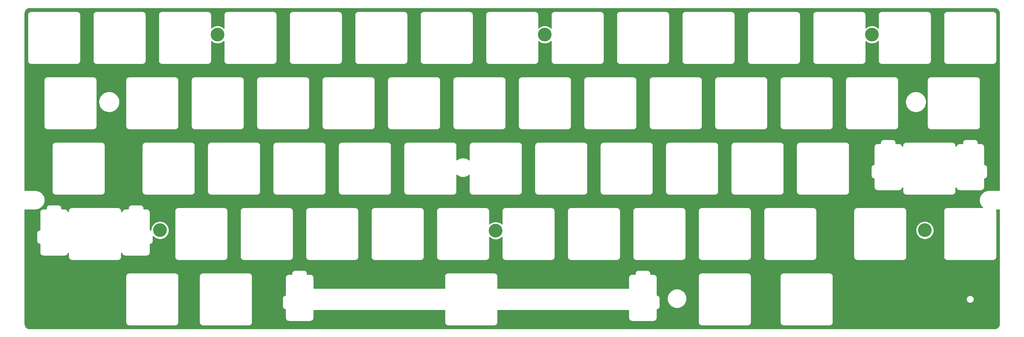
<source format=gbr>
%TF.GenerationSoftware,KiCad,Pcbnew,(5.1.9)-1*%
%TF.CreationDate,2021-10-01T21:54:58+09:00*%
%TF.ProjectId,top,746f702e-6b69-4636-9164-5f7063625858,1*%
%TF.SameCoordinates,Original*%
%TF.FileFunction,Copper,L2,Bot*%
%TF.FilePolarity,Positive*%
%FSLAX46Y46*%
G04 Gerber Fmt 4.6, Leading zero omitted, Abs format (unit mm)*
G04 Created by KiCad (PCBNEW (5.1.9)-1) date 2021-10-01 21:54:58*
%MOMM*%
%LPD*%
G01*
G04 APERTURE LIST*
%TA.AperFunction,ComponentPad*%
%ADD10C,4.000000*%
%TD*%
%TA.AperFunction,NonConductor*%
%ADD11C,0.254000*%
%TD*%
%TA.AperFunction,NonConductor*%
%ADD12C,0.100000*%
%TD*%
G04 APERTURE END LIST*
D10*
%TO.P,HOLE7,*%
%TO.N,*%
X126775000Y-108300000D03*
%TD*%
%TO.P,HOLE8,*%
%TO.N,*%
X110000000Y-165300000D03*
%TD*%
%TO.P,HOLE9,*%
%TO.N,*%
X317275000Y-108300000D03*
%TD*%
%TO.P,HOLE10,*%
%TO.N,*%
X332650000Y-165300000D03*
%TD*%
%TO.P,HOLE11,*%
%TO.N,*%
X222025000Y-108300000D03*
%TD*%
%TO.P,HOLE12,*%
%TO.N,*%
X207738000Y-165400000D03*
%TD*%
D11*
X352967708Y-100669999D02*
X353259659Y-100698625D01*
X353509429Y-100774035D01*
X353739792Y-100896522D01*
X353941980Y-101061422D01*
X354108286Y-101262450D01*
X354232378Y-101491954D01*
X354309531Y-101741195D01*
X354340001Y-102031098D01*
X354340000Y-153690000D01*
X351267581Y-153690000D01*
X351233466Y-153693360D01*
X351205576Y-153693360D01*
X351196412Y-153694323D01*
X350779421Y-153741096D01*
X350720932Y-153753529D01*
X350662229Y-153765152D01*
X350653426Y-153767877D01*
X350253461Y-153894753D01*
X350198501Y-153918309D01*
X350143174Y-153941113D01*
X350135068Y-153945496D01*
X349767364Y-154147644D01*
X349718019Y-154181431D01*
X349668181Y-154214543D01*
X349661081Y-154220417D01*
X349339644Y-154490135D01*
X349297800Y-154532865D01*
X349255345Y-154575024D01*
X349249521Y-154582166D01*
X348986594Y-154909180D01*
X348953864Y-154959198D01*
X348920389Y-155008827D01*
X348916063Y-155016964D01*
X348721661Y-155388821D01*
X348699264Y-155444256D01*
X348676071Y-155499428D01*
X348673408Y-155508250D01*
X348554935Y-155910783D01*
X348543730Y-155969524D01*
X348531697Y-156028141D01*
X348530798Y-156037313D01*
X348492768Y-156455193D01*
X348493186Y-156515010D01*
X348492768Y-156574828D01*
X348493668Y-156583999D01*
X348537529Y-157001307D01*
X348549550Y-157059870D01*
X348560765Y-157118663D01*
X348563429Y-157127485D01*
X348687510Y-157528326D01*
X348710685Y-157583456D01*
X348733099Y-157638935D01*
X348737426Y-157647071D01*
X348937001Y-158016177D01*
X348970446Y-158065761D01*
X349003206Y-158115824D01*
X349009030Y-158122965D01*
X349276497Y-158446277D01*
X349318952Y-158488436D01*
X349360796Y-158531166D01*
X349367896Y-158537040D01*
X349524791Y-158665000D01*
X339115865Y-158665000D01*
X339086635Y-158667879D01*
X339084918Y-158667867D01*
X339075260Y-158668814D01*
X339047225Y-158671761D01*
X339013756Y-158675057D01*
X339008156Y-158676756D01*
X338955331Y-158687599D01*
X338893449Y-158699404D01*
X338884165Y-158702207D01*
X338884161Y-158702208D01*
X338884158Y-158702209D01*
X338884159Y-158702209D01*
X338828226Y-158719523D01*
X338770141Y-158743940D01*
X338711751Y-158767532D01*
X338703182Y-158772087D01*
X338651679Y-158799935D01*
X338599457Y-158835160D01*
X338546750Y-158869651D01*
X338539230Y-158875784D01*
X338494117Y-158913105D01*
X338449733Y-158957801D01*
X338404727Y-159001875D01*
X338398541Y-159009352D01*
X338361536Y-159054725D01*
X338326693Y-159107168D01*
X338291095Y-159159157D01*
X338286479Y-159167693D01*
X338258991Y-159219389D01*
X338234965Y-159277678D01*
X338210170Y-159335530D01*
X338207304Y-159344786D01*
X338207301Y-159344794D01*
X338207300Y-159344800D01*
X338190377Y-159400851D01*
X338178141Y-159462645D01*
X338165374Y-159522713D01*
X338165057Y-159523757D01*
X338164462Y-159529795D01*
X338164029Y-159533915D01*
X338158316Y-159592185D01*
X338158316Y-159592196D01*
X338155000Y-159625866D01*
X338155001Y-173094135D01*
X338157879Y-173123356D01*
X338157867Y-173125082D01*
X338158814Y-173134740D01*
X338161776Y-173162927D01*
X338165058Y-173196244D01*
X338166754Y-173201834D01*
X338177598Y-173254662D01*
X338189404Y-173316552D01*
X338192209Y-173325842D01*
X338209523Y-173381774D01*
X338233947Y-173439876D01*
X338257532Y-173498249D01*
X338262087Y-173506818D01*
X338289936Y-173558321D01*
X338325164Y-173610549D01*
X338359651Y-173663249D01*
X338365782Y-173670768D01*
X338365785Y-173670772D01*
X338365789Y-173670776D01*
X338403105Y-173715882D01*
X338447798Y-173760264D01*
X338491875Y-173805273D01*
X338499346Y-173811454D01*
X338499351Y-173811459D01*
X338499356Y-173811463D01*
X338544725Y-173848464D01*
X338597168Y-173883307D01*
X338649157Y-173918905D01*
X338657693Y-173923521D01*
X338709390Y-173951009D01*
X338767653Y-173975024D01*
X338825530Y-173999830D01*
X338834790Y-174002697D01*
X338834795Y-174002699D01*
X338834800Y-174002700D01*
X338890851Y-174019623D01*
X338952638Y-174031858D01*
X339012710Y-174044626D01*
X339013756Y-174044943D01*
X339019810Y-174045539D01*
X339023915Y-174045971D01*
X339082184Y-174051683D01*
X339082187Y-174051683D01*
X339115865Y-174055000D01*
X352584135Y-174055000D01*
X352613365Y-174052121D01*
X352615082Y-174052133D01*
X352624740Y-174051186D01*
X352652775Y-174048239D01*
X352686244Y-174044943D01*
X352691844Y-174043244D01*
X352744662Y-174032402D01*
X352806552Y-174020596D01*
X352815842Y-174017791D01*
X352871774Y-174000477D01*
X352929876Y-173976053D01*
X352988249Y-173952468D01*
X352996818Y-173947913D01*
X353048321Y-173920064D01*
X353100549Y-173884836D01*
X353153249Y-173850349D01*
X353160768Y-173844218D01*
X353160772Y-173844215D01*
X353160776Y-173844211D01*
X353205882Y-173806895D01*
X353250264Y-173762202D01*
X353295273Y-173718125D01*
X353301455Y-173710653D01*
X353301459Y-173710649D01*
X353301463Y-173710644D01*
X353338464Y-173665275D01*
X353373307Y-173612832D01*
X353408905Y-173560843D01*
X353413521Y-173552307D01*
X353441009Y-173500610D01*
X353465024Y-173442347D01*
X353489830Y-173384470D01*
X353492697Y-173375210D01*
X353492699Y-173375205D01*
X353492701Y-173375196D01*
X353509623Y-173319149D01*
X353521858Y-173257362D01*
X353534626Y-173197290D01*
X353534943Y-173196244D01*
X353535539Y-173190190D01*
X353535971Y-173186085D01*
X353541683Y-173127816D01*
X353541683Y-173127813D01*
X353545000Y-173094135D01*
X353545000Y-159625865D01*
X353542121Y-159596635D01*
X353542133Y-159594918D01*
X353541186Y-159585260D01*
X353538239Y-159557225D01*
X353534943Y-159523756D01*
X353533244Y-159518156D01*
X353522401Y-159465331D01*
X353510596Y-159403449D01*
X353507791Y-159394159D01*
X353490477Y-159338226D01*
X353478612Y-159310000D01*
X354340000Y-159310000D01*
X354340001Y-192577711D01*
X354311375Y-192869660D01*
X354235965Y-193119429D01*
X354113477Y-193349794D01*
X353948579Y-193551979D01*
X353747546Y-193718288D01*
X353518046Y-193842378D01*
X353268805Y-193919531D01*
X352978911Y-193950000D01*
X72032279Y-193950000D01*
X71740340Y-193921375D01*
X71490571Y-193845965D01*
X71260206Y-193723477D01*
X71058021Y-193558579D01*
X70891712Y-193357546D01*
X70767622Y-193128046D01*
X70690469Y-192878805D01*
X70660000Y-192588911D01*
X70660000Y-178675866D01*
X100030000Y-178675866D01*
X100030001Y-192144135D01*
X100032879Y-192173356D01*
X100032867Y-192175082D01*
X100033814Y-192184740D01*
X100036776Y-192212927D01*
X100040058Y-192246244D01*
X100041754Y-192251834D01*
X100052598Y-192304662D01*
X100064404Y-192366552D01*
X100067209Y-192375842D01*
X100084523Y-192431774D01*
X100108947Y-192489876D01*
X100132532Y-192548249D01*
X100137087Y-192556818D01*
X100164936Y-192608321D01*
X100200164Y-192660549D01*
X100234651Y-192713249D01*
X100240782Y-192720768D01*
X100240785Y-192720772D01*
X100240789Y-192720776D01*
X100278105Y-192765882D01*
X100322798Y-192810264D01*
X100366875Y-192855273D01*
X100374346Y-192861454D01*
X100374351Y-192861459D01*
X100374356Y-192861463D01*
X100419725Y-192898464D01*
X100472168Y-192933307D01*
X100524157Y-192968905D01*
X100532693Y-192973521D01*
X100584390Y-193001009D01*
X100642653Y-193025024D01*
X100700530Y-193049830D01*
X100709790Y-193052697D01*
X100709795Y-193052699D01*
X100709800Y-193052700D01*
X100765851Y-193069623D01*
X100827638Y-193081858D01*
X100887710Y-193094626D01*
X100888756Y-193094943D01*
X100894810Y-193095539D01*
X100898915Y-193095971D01*
X100957184Y-193101683D01*
X100957187Y-193101683D01*
X100990865Y-193105000D01*
X114459135Y-193105000D01*
X114488365Y-193102121D01*
X114490082Y-193102133D01*
X114499740Y-193101186D01*
X114527775Y-193098239D01*
X114561244Y-193094943D01*
X114566844Y-193093244D01*
X114619662Y-193082402D01*
X114681552Y-193070596D01*
X114690842Y-193067791D01*
X114746774Y-193050477D01*
X114804876Y-193026053D01*
X114863249Y-193002468D01*
X114871818Y-192997913D01*
X114923321Y-192970064D01*
X114975549Y-192934836D01*
X115028249Y-192900349D01*
X115035768Y-192894218D01*
X115035772Y-192894215D01*
X115035776Y-192894211D01*
X115080882Y-192856895D01*
X115125264Y-192812202D01*
X115170273Y-192768125D01*
X115176455Y-192760653D01*
X115176459Y-192760649D01*
X115176463Y-192760644D01*
X115213464Y-192715275D01*
X115248307Y-192662832D01*
X115283905Y-192610843D01*
X115288521Y-192602307D01*
X115316009Y-192550610D01*
X115340024Y-192492347D01*
X115364830Y-192434470D01*
X115367697Y-192425210D01*
X115367699Y-192425205D01*
X115367701Y-192425196D01*
X115384623Y-192369149D01*
X115396858Y-192307362D01*
X115409626Y-192247290D01*
X115409943Y-192246244D01*
X115410539Y-192240190D01*
X115410971Y-192236085D01*
X115416683Y-192177816D01*
X115416683Y-192177813D01*
X115420000Y-192144135D01*
X115420000Y-178675866D01*
X121461000Y-178675866D01*
X121461001Y-192144135D01*
X121463879Y-192173356D01*
X121463867Y-192175082D01*
X121464814Y-192184740D01*
X121467776Y-192212927D01*
X121471058Y-192246244D01*
X121472754Y-192251834D01*
X121483598Y-192304662D01*
X121495404Y-192366552D01*
X121498209Y-192375842D01*
X121515523Y-192431774D01*
X121539947Y-192489876D01*
X121563532Y-192548249D01*
X121568087Y-192556818D01*
X121595936Y-192608321D01*
X121631164Y-192660549D01*
X121665651Y-192713249D01*
X121671782Y-192720768D01*
X121671785Y-192720772D01*
X121671789Y-192720776D01*
X121709105Y-192765882D01*
X121753798Y-192810264D01*
X121797875Y-192855273D01*
X121805346Y-192861454D01*
X121805351Y-192861459D01*
X121805356Y-192861463D01*
X121850725Y-192898464D01*
X121903168Y-192933307D01*
X121955157Y-192968905D01*
X121963693Y-192973521D01*
X122015390Y-193001009D01*
X122073653Y-193025024D01*
X122131530Y-193049830D01*
X122140790Y-193052697D01*
X122140795Y-193052699D01*
X122140800Y-193052700D01*
X122196851Y-193069623D01*
X122258638Y-193081858D01*
X122318710Y-193094626D01*
X122319756Y-193094943D01*
X122325810Y-193095539D01*
X122329915Y-193095971D01*
X122388184Y-193101683D01*
X122388187Y-193101683D01*
X122421865Y-193105000D01*
X135890135Y-193105000D01*
X135919365Y-193102121D01*
X135921082Y-193102133D01*
X135930740Y-193101186D01*
X135958775Y-193098239D01*
X135992244Y-193094943D01*
X135997844Y-193093244D01*
X136050662Y-193082402D01*
X136112552Y-193070596D01*
X136121842Y-193067791D01*
X136177774Y-193050477D01*
X136235876Y-193026053D01*
X136294249Y-193002468D01*
X136302818Y-192997913D01*
X136354321Y-192970064D01*
X136406549Y-192934836D01*
X136459249Y-192900349D01*
X136466768Y-192894218D01*
X136466772Y-192894215D01*
X136466776Y-192894211D01*
X136511882Y-192856895D01*
X136556264Y-192812202D01*
X136601273Y-192768125D01*
X136607455Y-192760653D01*
X136607459Y-192760649D01*
X136607463Y-192760644D01*
X136644464Y-192715275D01*
X136679307Y-192662832D01*
X136714905Y-192610843D01*
X136719521Y-192602307D01*
X136747009Y-192550610D01*
X136771024Y-192492347D01*
X136795830Y-192434470D01*
X136798697Y-192425210D01*
X136798699Y-192425205D01*
X136798701Y-192425196D01*
X136815623Y-192369149D01*
X136827858Y-192307362D01*
X136840626Y-192247290D01*
X136840943Y-192246244D01*
X136841539Y-192240190D01*
X136841971Y-192236085D01*
X136847683Y-192177816D01*
X136847683Y-192177813D01*
X136851000Y-192144135D01*
X136851000Y-187444134D01*
X145612000Y-187444134D01*
X145614879Y-187473364D01*
X145614867Y-187475082D01*
X145615814Y-187484740D01*
X145618762Y-187512790D01*
X145622057Y-187546243D01*
X145623755Y-187551841D01*
X145634598Y-187604662D01*
X145646404Y-187666552D01*
X145649209Y-187675842D01*
X145666523Y-187731774D01*
X145690947Y-187789876D01*
X145714532Y-187848249D01*
X145719087Y-187856818D01*
X145746936Y-187908321D01*
X145782164Y-187960549D01*
X145816651Y-188013249D01*
X145822782Y-188020768D01*
X145822785Y-188020772D01*
X145822789Y-188020776D01*
X145860105Y-188065882D01*
X145904798Y-188110264D01*
X145948875Y-188155273D01*
X145956346Y-188161454D01*
X145956351Y-188161459D01*
X145956356Y-188161463D01*
X146001725Y-188198464D01*
X146054168Y-188233307D01*
X146106157Y-188268905D01*
X146114693Y-188273521D01*
X146166390Y-188301009D01*
X146224653Y-188325024D01*
X146282530Y-188349830D01*
X146291790Y-188352697D01*
X146291795Y-188352699D01*
X146291800Y-188352700D01*
X146347851Y-188369623D01*
X146409638Y-188381858D01*
X146469710Y-188394626D01*
X146470756Y-188394943D01*
X146476810Y-188395539D01*
X146480915Y-188395971D01*
X146512001Y-188399018D01*
X146512000Y-190844134D01*
X146514879Y-190873364D01*
X146514867Y-190875082D01*
X146515814Y-190884740D01*
X146518762Y-190912790D01*
X146522057Y-190946243D01*
X146523755Y-190951841D01*
X146534598Y-191004662D01*
X146546404Y-191066552D01*
X146549209Y-191075842D01*
X146566523Y-191131774D01*
X146590947Y-191189876D01*
X146614532Y-191248249D01*
X146619087Y-191256818D01*
X146646936Y-191308321D01*
X146682164Y-191360549D01*
X146716651Y-191413249D01*
X146722782Y-191420768D01*
X146722785Y-191420772D01*
X146722789Y-191420776D01*
X146760105Y-191465882D01*
X146804798Y-191510264D01*
X146848875Y-191555273D01*
X146856346Y-191561454D01*
X146856351Y-191561459D01*
X146856356Y-191561463D01*
X146901725Y-191598464D01*
X146954168Y-191633307D01*
X147006157Y-191668905D01*
X147014693Y-191673521D01*
X147066390Y-191701009D01*
X147124653Y-191725024D01*
X147182530Y-191749830D01*
X147191790Y-191752697D01*
X147191795Y-191752699D01*
X147191800Y-191752700D01*
X147247851Y-191769623D01*
X147309638Y-191781858D01*
X147369710Y-191794626D01*
X147370756Y-191794943D01*
X147376810Y-191795539D01*
X147380915Y-191795971D01*
X147439184Y-191801683D01*
X147439187Y-191801683D01*
X147472865Y-191805000D01*
X153791135Y-191805000D01*
X153820365Y-191802121D01*
X153822082Y-191802133D01*
X153831740Y-191801186D01*
X153859775Y-191798239D01*
X153893244Y-191794943D01*
X153898844Y-191793244D01*
X153951662Y-191782402D01*
X154013552Y-191770596D01*
X154022842Y-191767791D01*
X154078774Y-191750477D01*
X154136876Y-191726053D01*
X154195249Y-191702468D01*
X154203818Y-191697913D01*
X154255321Y-191670064D01*
X154307549Y-191634836D01*
X154360249Y-191600349D01*
X154367768Y-191594218D01*
X154367772Y-191594215D01*
X154367776Y-191594211D01*
X154412882Y-191556895D01*
X154457264Y-191512202D01*
X154502273Y-191468125D01*
X154508455Y-191460653D01*
X154508459Y-191460649D01*
X154508463Y-191460644D01*
X154545464Y-191415275D01*
X154580307Y-191362832D01*
X154615905Y-191310843D01*
X154620521Y-191302307D01*
X154648009Y-191250610D01*
X154672024Y-191192347D01*
X154696830Y-191134470D01*
X154699697Y-191125210D01*
X154699699Y-191125205D01*
X154699701Y-191125196D01*
X154716623Y-191069149D01*
X154728858Y-191007362D01*
X154741626Y-190947290D01*
X154741943Y-190946244D01*
X154742539Y-190940190D01*
X154742971Y-190936085D01*
X154748683Y-190877816D01*
X154748683Y-190877813D01*
X154752000Y-190844135D01*
X154752000Y-188605000D01*
X192899001Y-188605000D01*
X192899000Y-192144134D01*
X192901879Y-192173364D01*
X192901867Y-192175082D01*
X192902814Y-192184740D01*
X192905762Y-192212790D01*
X192909057Y-192246243D01*
X192910755Y-192251841D01*
X192921598Y-192304662D01*
X192933404Y-192366552D01*
X192936209Y-192375842D01*
X192953523Y-192431774D01*
X192977947Y-192489876D01*
X193001532Y-192548249D01*
X193006087Y-192556818D01*
X193033936Y-192608321D01*
X193069164Y-192660549D01*
X193103651Y-192713249D01*
X193109782Y-192720768D01*
X193109785Y-192720772D01*
X193109789Y-192720776D01*
X193147105Y-192765882D01*
X193191798Y-192810264D01*
X193235875Y-192855273D01*
X193243346Y-192861454D01*
X193243351Y-192861459D01*
X193243356Y-192861463D01*
X193288725Y-192898464D01*
X193341168Y-192933307D01*
X193393157Y-192968905D01*
X193401693Y-192973521D01*
X193453390Y-193001009D01*
X193511653Y-193025024D01*
X193569530Y-193049830D01*
X193578790Y-193052697D01*
X193578795Y-193052699D01*
X193578800Y-193052700D01*
X193634851Y-193069623D01*
X193696638Y-193081858D01*
X193756710Y-193094626D01*
X193757756Y-193094943D01*
X193763810Y-193095539D01*
X193767915Y-193095971D01*
X193826184Y-193101683D01*
X193826187Y-193101683D01*
X193859865Y-193105000D01*
X207328135Y-193105000D01*
X207357365Y-193102121D01*
X207359082Y-193102133D01*
X207368740Y-193101186D01*
X207396775Y-193098239D01*
X207430244Y-193094943D01*
X207435844Y-193093244D01*
X207488662Y-193082402D01*
X207550552Y-193070596D01*
X207559842Y-193067791D01*
X207615774Y-193050477D01*
X207673876Y-193026053D01*
X207732249Y-193002468D01*
X207740818Y-192997913D01*
X207792321Y-192970064D01*
X207844549Y-192934836D01*
X207897249Y-192900349D01*
X207904768Y-192894218D01*
X207904772Y-192894215D01*
X207904776Y-192894211D01*
X207949882Y-192856895D01*
X207994264Y-192812202D01*
X208039273Y-192768125D01*
X208045455Y-192760653D01*
X208045459Y-192760649D01*
X208045463Y-192760644D01*
X208082464Y-192715275D01*
X208117307Y-192662832D01*
X208152905Y-192610843D01*
X208157521Y-192602307D01*
X208185009Y-192550610D01*
X208209024Y-192492347D01*
X208233830Y-192434470D01*
X208236697Y-192425210D01*
X208236699Y-192425205D01*
X208236701Y-192425196D01*
X208253623Y-192369149D01*
X208265858Y-192307362D01*
X208278626Y-192247290D01*
X208278943Y-192246244D01*
X208279539Y-192240190D01*
X208279971Y-192236085D01*
X208285683Y-192177816D01*
X208285683Y-192177813D01*
X208289000Y-192144135D01*
X208289000Y-188605000D01*
X246436001Y-188605000D01*
X246436000Y-190844134D01*
X246438879Y-190873364D01*
X246438867Y-190875082D01*
X246439814Y-190884740D01*
X246442762Y-190912790D01*
X246446057Y-190946243D01*
X246447755Y-190951841D01*
X246458598Y-191004662D01*
X246470404Y-191066552D01*
X246473209Y-191075842D01*
X246490523Y-191131774D01*
X246514947Y-191189876D01*
X246538532Y-191248249D01*
X246543087Y-191256818D01*
X246570936Y-191308321D01*
X246606164Y-191360549D01*
X246640651Y-191413249D01*
X246646782Y-191420768D01*
X246646785Y-191420772D01*
X246646789Y-191420776D01*
X246684105Y-191465882D01*
X246728798Y-191510264D01*
X246772875Y-191555273D01*
X246780346Y-191561454D01*
X246780351Y-191561459D01*
X246780356Y-191561463D01*
X246825725Y-191598464D01*
X246878168Y-191633307D01*
X246930157Y-191668905D01*
X246938693Y-191673521D01*
X246990390Y-191701009D01*
X247048653Y-191725024D01*
X247106530Y-191749830D01*
X247115790Y-191752697D01*
X247115795Y-191752699D01*
X247115800Y-191752700D01*
X247171851Y-191769623D01*
X247233638Y-191781858D01*
X247293710Y-191794626D01*
X247294756Y-191794943D01*
X247300810Y-191795539D01*
X247304915Y-191795971D01*
X247363184Y-191801683D01*
X247363187Y-191801683D01*
X247396865Y-191805000D01*
X253715135Y-191805000D01*
X253744365Y-191802121D01*
X253746082Y-191802133D01*
X253755740Y-191801186D01*
X253783775Y-191798239D01*
X253817244Y-191794943D01*
X253822844Y-191793244D01*
X253875662Y-191782402D01*
X253937552Y-191770596D01*
X253946842Y-191767791D01*
X254002774Y-191750477D01*
X254060876Y-191726053D01*
X254119249Y-191702468D01*
X254127818Y-191697913D01*
X254179321Y-191670064D01*
X254231549Y-191634836D01*
X254284249Y-191600349D01*
X254291768Y-191594218D01*
X254291772Y-191594215D01*
X254291776Y-191594211D01*
X254336882Y-191556895D01*
X254381264Y-191512202D01*
X254426273Y-191468125D01*
X254432455Y-191460653D01*
X254432459Y-191460649D01*
X254432463Y-191460644D01*
X254469464Y-191415275D01*
X254504307Y-191362832D01*
X254539905Y-191310843D01*
X254544521Y-191302307D01*
X254572009Y-191250610D01*
X254596024Y-191192347D01*
X254620830Y-191134470D01*
X254623697Y-191125210D01*
X254623699Y-191125205D01*
X254623701Y-191125196D01*
X254640623Y-191069149D01*
X254652858Y-191007362D01*
X254665626Y-190947290D01*
X254665943Y-190946244D01*
X254666539Y-190940190D01*
X254666971Y-190936085D01*
X254672683Y-190877816D01*
X254672683Y-190877813D01*
X254676000Y-190844135D01*
X254676000Y-188399057D01*
X254683775Y-188398239D01*
X254717244Y-188394943D01*
X254722844Y-188393244D01*
X254775662Y-188382402D01*
X254837552Y-188370596D01*
X254846842Y-188367791D01*
X254902774Y-188350477D01*
X254960876Y-188326053D01*
X255019249Y-188302468D01*
X255027818Y-188297913D01*
X255079321Y-188270064D01*
X255131549Y-188234836D01*
X255184249Y-188200349D01*
X255191768Y-188194218D01*
X255191772Y-188194215D01*
X255191776Y-188194211D01*
X255236882Y-188156895D01*
X255281264Y-188112202D01*
X255326273Y-188068125D01*
X255332455Y-188060653D01*
X255332459Y-188060649D01*
X255332463Y-188060644D01*
X255369464Y-188015275D01*
X255404307Y-187962832D01*
X255439905Y-187910843D01*
X255444521Y-187902307D01*
X255472009Y-187850610D01*
X255496024Y-187792347D01*
X255520830Y-187734470D01*
X255523697Y-187725210D01*
X255523699Y-187725205D01*
X255523701Y-187725196D01*
X255540623Y-187669149D01*
X255552858Y-187607362D01*
X255565626Y-187547290D01*
X255565943Y-187546244D01*
X255566539Y-187540190D01*
X255566971Y-187536085D01*
X255572683Y-187477816D01*
X255572683Y-187477813D01*
X255576000Y-187444135D01*
X255576000Y-185175865D01*
X255573121Y-185146635D01*
X255573133Y-185144918D01*
X255572186Y-185135260D01*
X255569239Y-185107225D01*
X255565943Y-185073756D01*
X255564244Y-185068156D01*
X255553401Y-185015331D01*
X255541596Y-184953449D01*
X255538791Y-184944159D01*
X255531554Y-184920777D01*
X257665000Y-184920777D01*
X257665000Y-185479223D01*
X257773948Y-186026939D01*
X257987656Y-186542876D01*
X258297912Y-187007207D01*
X258692793Y-187402088D01*
X259157124Y-187712344D01*
X259673061Y-187926052D01*
X260220777Y-188035000D01*
X260779223Y-188035000D01*
X261326939Y-187926052D01*
X261842876Y-187712344D01*
X262307207Y-187402088D01*
X262702088Y-187007207D01*
X263012344Y-186542876D01*
X263226052Y-186026939D01*
X263335000Y-185479223D01*
X263335000Y-184920777D01*
X263226052Y-184373061D01*
X263012344Y-183857124D01*
X262702088Y-183392793D01*
X262307207Y-182997912D01*
X261842876Y-182687656D01*
X261326939Y-182473948D01*
X260779223Y-182365000D01*
X260220777Y-182365000D01*
X259673061Y-182473948D01*
X259157124Y-182687656D01*
X258692793Y-182997912D01*
X258297912Y-183392793D01*
X257987656Y-183857124D01*
X257773948Y-184373061D01*
X257665000Y-184920777D01*
X255531554Y-184920777D01*
X255521477Y-184888226D01*
X255497060Y-184830141D01*
X255473468Y-184771751D01*
X255468913Y-184763182D01*
X255441065Y-184711679D01*
X255405840Y-184659457D01*
X255371349Y-184606750D01*
X255365216Y-184599230D01*
X255327895Y-184554117D01*
X255283199Y-184509733D01*
X255239125Y-184464727D01*
X255231648Y-184458541D01*
X255186275Y-184421536D01*
X255133832Y-184386693D01*
X255081843Y-184351095D01*
X255073307Y-184346479D01*
X255021611Y-184318991D01*
X254963322Y-184294965D01*
X254905470Y-184270170D01*
X254896214Y-184267304D01*
X254896206Y-184267301D01*
X254896198Y-184267299D01*
X254840149Y-184250377D01*
X254778355Y-184238141D01*
X254718290Y-184225374D01*
X254717244Y-184225057D01*
X254711190Y-184224461D01*
X254707085Y-184224029D01*
X254676000Y-184220981D01*
X254676000Y-179075865D01*
X254673121Y-179046635D01*
X254673133Y-179044918D01*
X254672186Y-179035260D01*
X254669239Y-179007225D01*
X254665943Y-178973756D01*
X254664244Y-178968156D01*
X254653401Y-178915331D01*
X254641596Y-178853449D01*
X254638791Y-178844159D01*
X254621477Y-178788226D01*
X254597060Y-178730141D01*
X254575131Y-178675866D01*
X266718000Y-178675866D01*
X266718001Y-192144135D01*
X266720879Y-192173356D01*
X266720867Y-192175082D01*
X266721814Y-192184740D01*
X266724776Y-192212927D01*
X266728058Y-192246244D01*
X266729754Y-192251834D01*
X266740598Y-192304662D01*
X266752404Y-192366552D01*
X266755209Y-192375842D01*
X266772523Y-192431774D01*
X266796947Y-192489876D01*
X266820532Y-192548249D01*
X266825087Y-192556818D01*
X266852936Y-192608321D01*
X266888164Y-192660549D01*
X266922651Y-192713249D01*
X266928782Y-192720768D01*
X266928785Y-192720772D01*
X266928789Y-192720776D01*
X266966105Y-192765882D01*
X267010798Y-192810264D01*
X267054875Y-192855273D01*
X267062346Y-192861454D01*
X267062351Y-192861459D01*
X267062356Y-192861463D01*
X267107725Y-192898464D01*
X267160168Y-192933307D01*
X267212157Y-192968905D01*
X267220693Y-192973521D01*
X267272390Y-193001009D01*
X267330653Y-193025024D01*
X267388530Y-193049830D01*
X267397790Y-193052697D01*
X267397795Y-193052699D01*
X267397800Y-193052700D01*
X267453851Y-193069623D01*
X267515638Y-193081858D01*
X267575710Y-193094626D01*
X267576756Y-193094943D01*
X267582810Y-193095539D01*
X267586915Y-193095971D01*
X267645184Y-193101683D01*
X267645187Y-193101683D01*
X267678865Y-193105000D01*
X281147135Y-193105000D01*
X281176365Y-193102121D01*
X281178082Y-193102133D01*
X281187740Y-193101186D01*
X281215775Y-193098239D01*
X281249244Y-193094943D01*
X281254844Y-193093244D01*
X281307662Y-193082402D01*
X281369552Y-193070596D01*
X281378842Y-193067791D01*
X281434774Y-193050477D01*
X281492876Y-193026053D01*
X281551249Y-193002468D01*
X281559818Y-192997913D01*
X281611321Y-192970064D01*
X281663549Y-192934836D01*
X281716249Y-192900349D01*
X281723768Y-192894218D01*
X281723772Y-192894215D01*
X281723776Y-192894211D01*
X281768882Y-192856895D01*
X281813264Y-192812202D01*
X281858273Y-192768125D01*
X281864455Y-192760653D01*
X281864459Y-192760649D01*
X281864463Y-192760644D01*
X281901464Y-192715275D01*
X281936307Y-192662832D01*
X281971905Y-192610843D01*
X281976521Y-192602307D01*
X282004009Y-192550610D01*
X282028024Y-192492347D01*
X282052830Y-192434470D01*
X282055697Y-192425210D01*
X282055699Y-192425205D01*
X282055701Y-192425196D01*
X282072623Y-192369149D01*
X282084858Y-192307362D01*
X282097626Y-192247290D01*
X282097943Y-192246244D01*
X282098539Y-192240190D01*
X282098971Y-192236085D01*
X282104683Y-192177816D01*
X282104683Y-192177813D01*
X282108000Y-192144135D01*
X282108000Y-178675866D01*
X290530000Y-178675866D01*
X290530001Y-192144135D01*
X290532879Y-192173356D01*
X290532867Y-192175082D01*
X290533814Y-192184740D01*
X290536776Y-192212927D01*
X290540058Y-192246244D01*
X290541754Y-192251834D01*
X290552598Y-192304662D01*
X290564404Y-192366552D01*
X290567209Y-192375842D01*
X290584523Y-192431774D01*
X290608947Y-192489876D01*
X290632532Y-192548249D01*
X290637087Y-192556818D01*
X290664936Y-192608321D01*
X290700164Y-192660549D01*
X290734651Y-192713249D01*
X290740782Y-192720768D01*
X290740785Y-192720772D01*
X290740789Y-192720776D01*
X290778105Y-192765882D01*
X290822798Y-192810264D01*
X290866875Y-192855273D01*
X290874346Y-192861454D01*
X290874351Y-192861459D01*
X290874356Y-192861463D01*
X290919725Y-192898464D01*
X290972168Y-192933307D01*
X291024157Y-192968905D01*
X291032693Y-192973521D01*
X291084390Y-193001009D01*
X291142653Y-193025024D01*
X291200530Y-193049830D01*
X291209790Y-193052697D01*
X291209795Y-193052699D01*
X291209800Y-193052700D01*
X291265851Y-193069623D01*
X291327638Y-193081858D01*
X291387710Y-193094626D01*
X291388756Y-193094943D01*
X291394810Y-193095539D01*
X291398915Y-193095971D01*
X291457184Y-193101683D01*
X291457187Y-193101683D01*
X291490865Y-193105000D01*
X304959135Y-193105000D01*
X304988365Y-193102121D01*
X304990082Y-193102133D01*
X304999740Y-193101186D01*
X305027775Y-193098239D01*
X305061244Y-193094943D01*
X305066844Y-193093244D01*
X305119662Y-193082402D01*
X305181552Y-193070596D01*
X305190842Y-193067791D01*
X305246774Y-193050477D01*
X305304876Y-193026053D01*
X305363249Y-193002468D01*
X305371818Y-192997913D01*
X305423321Y-192970064D01*
X305475549Y-192934836D01*
X305528249Y-192900349D01*
X305535768Y-192894218D01*
X305535772Y-192894215D01*
X305535776Y-192894211D01*
X305580882Y-192856895D01*
X305625264Y-192812202D01*
X305670273Y-192768125D01*
X305676455Y-192760653D01*
X305676459Y-192760649D01*
X305676463Y-192760644D01*
X305713464Y-192715275D01*
X305748307Y-192662832D01*
X305783905Y-192610843D01*
X305788521Y-192602307D01*
X305816009Y-192550610D01*
X305840024Y-192492347D01*
X305864830Y-192434470D01*
X305867697Y-192425210D01*
X305867699Y-192425205D01*
X305867701Y-192425196D01*
X305884623Y-192369149D01*
X305896858Y-192307362D01*
X305909626Y-192247290D01*
X305909943Y-192246244D01*
X305910539Y-192240190D01*
X305910971Y-192236085D01*
X305916683Y-192177816D01*
X305916683Y-192177813D01*
X305920000Y-192144135D01*
X305920000Y-185298212D01*
X344716000Y-185298212D01*
X344716000Y-185521788D01*
X344759617Y-185741067D01*
X344845176Y-185947624D01*
X344969388Y-186133520D01*
X345127480Y-186291612D01*
X345313376Y-186415824D01*
X345519933Y-186501383D01*
X345739212Y-186545000D01*
X345962788Y-186545000D01*
X346182067Y-186501383D01*
X346388624Y-186415824D01*
X346574520Y-186291612D01*
X346732612Y-186133520D01*
X346856824Y-185947624D01*
X346942383Y-185741067D01*
X346986000Y-185521788D01*
X346986000Y-185298212D01*
X346942383Y-185078933D01*
X346856824Y-184872376D01*
X346732612Y-184686480D01*
X346574520Y-184528388D01*
X346388624Y-184404176D01*
X346182067Y-184318617D01*
X345962788Y-184275000D01*
X345739212Y-184275000D01*
X345519933Y-184318617D01*
X345313376Y-184404176D01*
X345127480Y-184528388D01*
X344969388Y-184686480D01*
X344845176Y-184872376D01*
X344759617Y-185078933D01*
X344716000Y-185298212D01*
X305920000Y-185298212D01*
X305920000Y-178675865D01*
X305917121Y-178646635D01*
X305917133Y-178644918D01*
X305916186Y-178635260D01*
X305913239Y-178607225D01*
X305909943Y-178573756D01*
X305908244Y-178568156D01*
X305897401Y-178515331D01*
X305885596Y-178453449D01*
X305882791Y-178444159D01*
X305865477Y-178388226D01*
X305841060Y-178330141D01*
X305817468Y-178271751D01*
X305812913Y-178263182D01*
X305785065Y-178211679D01*
X305749840Y-178159457D01*
X305715349Y-178106750D01*
X305709216Y-178099230D01*
X305671895Y-178054117D01*
X305627199Y-178009733D01*
X305583125Y-177964727D01*
X305575648Y-177958541D01*
X305530275Y-177921536D01*
X305477832Y-177886693D01*
X305425843Y-177851095D01*
X305417307Y-177846479D01*
X305365611Y-177818991D01*
X305307322Y-177794965D01*
X305249470Y-177770170D01*
X305240214Y-177767304D01*
X305240206Y-177767301D01*
X305240198Y-177767299D01*
X305184149Y-177750377D01*
X305122355Y-177738141D01*
X305062290Y-177725374D01*
X305061244Y-177725057D01*
X305055190Y-177724461D01*
X305051085Y-177724029D01*
X304992815Y-177718316D01*
X304992802Y-177718316D01*
X304959135Y-177715000D01*
X291490865Y-177715000D01*
X291461635Y-177717879D01*
X291459918Y-177717867D01*
X291450260Y-177718814D01*
X291422225Y-177721761D01*
X291388756Y-177725057D01*
X291383156Y-177726756D01*
X291330331Y-177737599D01*
X291268449Y-177749404D01*
X291259165Y-177752207D01*
X291259161Y-177752208D01*
X291259158Y-177752209D01*
X291259159Y-177752209D01*
X291203226Y-177769523D01*
X291145141Y-177793940D01*
X291086751Y-177817532D01*
X291078182Y-177822087D01*
X291026679Y-177849935D01*
X290974457Y-177885160D01*
X290921750Y-177919651D01*
X290914230Y-177925784D01*
X290869117Y-177963105D01*
X290824733Y-178007801D01*
X290779727Y-178051875D01*
X290773541Y-178059352D01*
X290736536Y-178104725D01*
X290701693Y-178157168D01*
X290666095Y-178209157D01*
X290661479Y-178217693D01*
X290633991Y-178269389D01*
X290609965Y-178327678D01*
X290585170Y-178385530D01*
X290582304Y-178394786D01*
X290582301Y-178394794D01*
X290582300Y-178394800D01*
X290565377Y-178450851D01*
X290553141Y-178512645D01*
X290540374Y-178572713D01*
X290540057Y-178573757D01*
X290539462Y-178579795D01*
X290539029Y-178583915D01*
X290533316Y-178642185D01*
X290533316Y-178642196D01*
X290530000Y-178675866D01*
X282108000Y-178675866D01*
X282108000Y-178675865D01*
X282105121Y-178646635D01*
X282105133Y-178644918D01*
X282104186Y-178635260D01*
X282101239Y-178607225D01*
X282097943Y-178573756D01*
X282096244Y-178568156D01*
X282085401Y-178515331D01*
X282073596Y-178453449D01*
X282070791Y-178444159D01*
X282053477Y-178388226D01*
X282029060Y-178330141D01*
X282005468Y-178271751D01*
X282000913Y-178263182D01*
X281973065Y-178211679D01*
X281937840Y-178159457D01*
X281903349Y-178106750D01*
X281897216Y-178099230D01*
X281859895Y-178054117D01*
X281815199Y-178009733D01*
X281771125Y-177964727D01*
X281763648Y-177958541D01*
X281718275Y-177921536D01*
X281665832Y-177886693D01*
X281613843Y-177851095D01*
X281605307Y-177846479D01*
X281553611Y-177818991D01*
X281495322Y-177794965D01*
X281437470Y-177770170D01*
X281428214Y-177767304D01*
X281428206Y-177767301D01*
X281428198Y-177767299D01*
X281372149Y-177750377D01*
X281310355Y-177738141D01*
X281250290Y-177725374D01*
X281249244Y-177725057D01*
X281243190Y-177724461D01*
X281239085Y-177724029D01*
X281180815Y-177718316D01*
X281180802Y-177718316D01*
X281147135Y-177715000D01*
X267678865Y-177715000D01*
X267649635Y-177717879D01*
X267647918Y-177717867D01*
X267638260Y-177718814D01*
X267610225Y-177721761D01*
X267576756Y-177725057D01*
X267571156Y-177726756D01*
X267518331Y-177737599D01*
X267456449Y-177749404D01*
X267447165Y-177752207D01*
X267447161Y-177752208D01*
X267447158Y-177752209D01*
X267447159Y-177752209D01*
X267391226Y-177769523D01*
X267333141Y-177793940D01*
X267274751Y-177817532D01*
X267266182Y-177822087D01*
X267214679Y-177849935D01*
X267162457Y-177885160D01*
X267109750Y-177919651D01*
X267102230Y-177925784D01*
X267057117Y-177963105D01*
X267012733Y-178007801D01*
X266967727Y-178051875D01*
X266961541Y-178059352D01*
X266924536Y-178104725D01*
X266889693Y-178157168D01*
X266854095Y-178209157D01*
X266849479Y-178217693D01*
X266821991Y-178269389D01*
X266797965Y-178327678D01*
X266773170Y-178385530D01*
X266770304Y-178394786D01*
X266770301Y-178394794D01*
X266770300Y-178394800D01*
X266753377Y-178450851D01*
X266741141Y-178512645D01*
X266728374Y-178572713D01*
X266728057Y-178573757D01*
X266727462Y-178579795D01*
X266727029Y-178583915D01*
X266721316Y-178642185D01*
X266721316Y-178642196D01*
X266718000Y-178675866D01*
X254575131Y-178675866D01*
X254573468Y-178671751D01*
X254568913Y-178663182D01*
X254541065Y-178611679D01*
X254505840Y-178559457D01*
X254471349Y-178506750D01*
X254465216Y-178499230D01*
X254427895Y-178454117D01*
X254383199Y-178409733D01*
X254339125Y-178364727D01*
X254331648Y-178358541D01*
X254286275Y-178321536D01*
X254233832Y-178286693D01*
X254181843Y-178251095D01*
X254173307Y-178246479D01*
X254121611Y-178218991D01*
X254063322Y-178194965D01*
X254005470Y-178170170D01*
X253996214Y-178167304D01*
X253996206Y-178167301D01*
X253996198Y-178167299D01*
X253940149Y-178150377D01*
X253878350Y-178138140D01*
X253818290Y-178125374D01*
X253817244Y-178125057D01*
X253811190Y-178124461D01*
X253807085Y-178124029D01*
X253748815Y-178118316D01*
X253748802Y-178118316D01*
X253715135Y-178115000D01*
X252826000Y-178115000D01*
X252826000Y-177875865D01*
X252823121Y-177846635D01*
X252823133Y-177844918D01*
X252822186Y-177835260D01*
X252819239Y-177807225D01*
X252815943Y-177773756D01*
X252814244Y-177768156D01*
X252803401Y-177715331D01*
X252791596Y-177653449D01*
X252788791Y-177644159D01*
X252771477Y-177588226D01*
X252747060Y-177530141D01*
X252723468Y-177471751D01*
X252718913Y-177463182D01*
X252691065Y-177411679D01*
X252655840Y-177359457D01*
X252621349Y-177306750D01*
X252615216Y-177299230D01*
X252577895Y-177254117D01*
X252533199Y-177209733D01*
X252489125Y-177164727D01*
X252481648Y-177158541D01*
X252436275Y-177121536D01*
X252383832Y-177086693D01*
X252331843Y-177051095D01*
X252323307Y-177046479D01*
X252271611Y-177018991D01*
X252213322Y-176994965D01*
X252155470Y-176970170D01*
X252146214Y-176967304D01*
X252146206Y-176967301D01*
X252146198Y-176967299D01*
X252090149Y-176950377D01*
X252028355Y-176938141D01*
X251968290Y-176925374D01*
X251967244Y-176925057D01*
X251961190Y-176924461D01*
X251957085Y-176924029D01*
X251898815Y-176918316D01*
X251898802Y-176918316D01*
X251865135Y-176915000D01*
X249296865Y-176915000D01*
X249267635Y-176917879D01*
X249265918Y-176917867D01*
X249256260Y-176918814D01*
X249228225Y-176921761D01*
X249194756Y-176925057D01*
X249189156Y-176926756D01*
X249136331Y-176937599D01*
X249074449Y-176949404D01*
X249065165Y-176952207D01*
X249065161Y-176952208D01*
X249065158Y-176952209D01*
X249065159Y-176952209D01*
X249009226Y-176969523D01*
X248951141Y-176993940D01*
X248892751Y-177017532D01*
X248884182Y-177022087D01*
X248832679Y-177049935D01*
X248780457Y-177085160D01*
X248727750Y-177119651D01*
X248720230Y-177125784D01*
X248675117Y-177163105D01*
X248630733Y-177207801D01*
X248585727Y-177251875D01*
X248579541Y-177259352D01*
X248542536Y-177304725D01*
X248507693Y-177357168D01*
X248472095Y-177409157D01*
X248467479Y-177417693D01*
X248439991Y-177469389D01*
X248415965Y-177527678D01*
X248391170Y-177585530D01*
X248388304Y-177594786D01*
X248388301Y-177594794D01*
X248388300Y-177594800D01*
X248371377Y-177650851D01*
X248359141Y-177712645D01*
X248346374Y-177772710D01*
X248346057Y-177773756D01*
X248345461Y-177779810D01*
X248345029Y-177783915D01*
X248339316Y-177842185D01*
X248339316Y-177842198D01*
X248336000Y-177875865D01*
X248336000Y-178115000D01*
X247396865Y-178115000D01*
X247367635Y-178117879D01*
X247365918Y-178117867D01*
X247356260Y-178118814D01*
X247328225Y-178121761D01*
X247294756Y-178125057D01*
X247289156Y-178126756D01*
X247236331Y-178137599D01*
X247174449Y-178149404D01*
X247165165Y-178152207D01*
X247165161Y-178152208D01*
X247165158Y-178152209D01*
X247165159Y-178152209D01*
X247109226Y-178169523D01*
X247051141Y-178193940D01*
X246992751Y-178217532D01*
X246984182Y-178222087D01*
X246932679Y-178249935D01*
X246880457Y-178285160D01*
X246827750Y-178319651D01*
X246820230Y-178325784D01*
X246775117Y-178363105D01*
X246730733Y-178407801D01*
X246685727Y-178451875D01*
X246679541Y-178459352D01*
X246642536Y-178504725D01*
X246607693Y-178557168D01*
X246572095Y-178609157D01*
X246567479Y-178617693D01*
X246539991Y-178669389D01*
X246515965Y-178727678D01*
X246491170Y-178785530D01*
X246488304Y-178794786D01*
X246488301Y-178794794D01*
X246488300Y-178794800D01*
X246471377Y-178850851D01*
X246459141Y-178912645D01*
X246446372Y-178972721D01*
X246446058Y-178973756D01*
X246445476Y-178979660D01*
X246445029Y-178983915D01*
X246439316Y-179042185D01*
X246439316Y-179042208D01*
X246436001Y-179075865D01*
X246436000Y-182215000D01*
X208289000Y-182215000D01*
X208289000Y-178675865D01*
X208286121Y-178646635D01*
X208286133Y-178644918D01*
X208285186Y-178635260D01*
X208282239Y-178607225D01*
X208278943Y-178573756D01*
X208277244Y-178568156D01*
X208266401Y-178515331D01*
X208254596Y-178453449D01*
X208251791Y-178444159D01*
X208234477Y-178388226D01*
X208210060Y-178330141D01*
X208186468Y-178271751D01*
X208181913Y-178263182D01*
X208154065Y-178211679D01*
X208118840Y-178159457D01*
X208084349Y-178106750D01*
X208078216Y-178099230D01*
X208040895Y-178054117D01*
X207996199Y-178009733D01*
X207952125Y-177964727D01*
X207944648Y-177958541D01*
X207899275Y-177921536D01*
X207846832Y-177886693D01*
X207794843Y-177851095D01*
X207786307Y-177846479D01*
X207734611Y-177818991D01*
X207676322Y-177794965D01*
X207618470Y-177770170D01*
X207609214Y-177767304D01*
X207609206Y-177767301D01*
X207609198Y-177767299D01*
X207553149Y-177750377D01*
X207491355Y-177738141D01*
X207431290Y-177725374D01*
X207430244Y-177725057D01*
X207424190Y-177724461D01*
X207420085Y-177724029D01*
X207361815Y-177718316D01*
X207361802Y-177718316D01*
X207328135Y-177715000D01*
X193809865Y-177715000D01*
X193780635Y-177717879D01*
X193778918Y-177717867D01*
X193769260Y-177718814D01*
X193741225Y-177721761D01*
X193707756Y-177725057D01*
X193702156Y-177726756D01*
X193649331Y-177737599D01*
X193587449Y-177749404D01*
X193578165Y-177752207D01*
X193578161Y-177752208D01*
X193578158Y-177752209D01*
X193578159Y-177752209D01*
X193522226Y-177769523D01*
X193464141Y-177793940D01*
X193405751Y-177817532D01*
X193397182Y-177822087D01*
X193345679Y-177849935D01*
X193293457Y-177885160D01*
X193240750Y-177919651D01*
X193233230Y-177925784D01*
X193188117Y-177963105D01*
X193143733Y-178007801D01*
X193098727Y-178051875D01*
X193092541Y-178059352D01*
X193055536Y-178104725D01*
X193020693Y-178157168D01*
X192985095Y-178209157D01*
X192980479Y-178217693D01*
X192952991Y-178269389D01*
X192928965Y-178327678D01*
X192904170Y-178385530D01*
X192901304Y-178394786D01*
X192901301Y-178394794D01*
X192901300Y-178394800D01*
X192884377Y-178450851D01*
X192872141Y-178512645D01*
X192859372Y-178572721D01*
X192859058Y-178573756D01*
X192858476Y-178579660D01*
X192858029Y-178583915D01*
X192852316Y-178642185D01*
X192852316Y-178642208D01*
X192849001Y-178675865D01*
X192849000Y-182215000D01*
X154752000Y-182215000D01*
X154752000Y-179075865D01*
X154749121Y-179046635D01*
X154749133Y-179044918D01*
X154748186Y-179035260D01*
X154745239Y-179007225D01*
X154741943Y-178973756D01*
X154740244Y-178968156D01*
X154729401Y-178915331D01*
X154717596Y-178853449D01*
X154714791Y-178844159D01*
X154697477Y-178788226D01*
X154673060Y-178730141D01*
X154649468Y-178671751D01*
X154644913Y-178663182D01*
X154617065Y-178611679D01*
X154581840Y-178559457D01*
X154547349Y-178506750D01*
X154541216Y-178499230D01*
X154503895Y-178454117D01*
X154459199Y-178409733D01*
X154415125Y-178364727D01*
X154407648Y-178358541D01*
X154362275Y-178321536D01*
X154309832Y-178286693D01*
X154257843Y-178251095D01*
X154249307Y-178246479D01*
X154197611Y-178218991D01*
X154139322Y-178194965D01*
X154081470Y-178170170D01*
X154072214Y-178167304D01*
X154072206Y-178167301D01*
X154072198Y-178167299D01*
X154016149Y-178150377D01*
X153954350Y-178138140D01*
X153894290Y-178125374D01*
X153893244Y-178125057D01*
X153887190Y-178124461D01*
X153883085Y-178124029D01*
X153824815Y-178118316D01*
X153824802Y-178118316D01*
X153791135Y-178115000D01*
X152852000Y-178115000D01*
X152852000Y-177875865D01*
X152849121Y-177846635D01*
X152849133Y-177844918D01*
X152848186Y-177835260D01*
X152845239Y-177807225D01*
X152841943Y-177773756D01*
X152840244Y-177768156D01*
X152829401Y-177715331D01*
X152817596Y-177653449D01*
X152814791Y-177644159D01*
X152797477Y-177588226D01*
X152773060Y-177530141D01*
X152749468Y-177471751D01*
X152744913Y-177463182D01*
X152717065Y-177411679D01*
X152681840Y-177359457D01*
X152647349Y-177306750D01*
X152641216Y-177299230D01*
X152603895Y-177254117D01*
X152559199Y-177209733D01*
X152515125Y-177164727D01*
X152507648Y-177158541D01*
X152462275Y-177121536D01*
X152409832Y-177086693D01*
X152357843Y-177051095D01*
X152349307Y-177046479D01*
X152297611Y-177018991D01*
X152239322Y-176994965D01*
X152181470Y-176970170D01*
X152172214Y-176967304D01*
X152172206Y-176967301D01*
X152172198Y-176967299D01*
X152116149Y-176950377D01*
X152054355Y-176938141D01*
X151994290Y-176925374D01*
X151993244Y-176925057D01*
X151987190Y-176924461D01*
X151983085Y-176924029D01*
X151924815Y-176918316D01*
X151924802Y-176918316D01*
X151891135Y-176915000D01*
X149322865Y-176915000D01*
X149293635Y-176917879D01*
X149291918Y-176917867D01*
X149282260Y-176918814D01*
X149254225Y-176921761D01*
X149220756Y-176925057D01*
X149215156Y-176926756D01*
X149162331Y-176937599D01*
X149100449Y-176949404D01*
X149091165Y-176952207D01*
X149091161Y-176952208D01*
X149091158Y-176952209D01*
X149091159Y-176952209D01*
X149035226Y-176969523D01*
X148977141Y-176993940D01*
X148918751Y-177017532D01*
X148910182Y-177022087D01*
X148858679Y-177049935D01*
X148806457Y-177085160D01*
X148753750Y-177119651D01*
X148746230Y-177125784D01*
X148701117Y-177163105D01*
X148656733Y-177207801D01*
X148611727Y-177251875D01*
X148605541Y-177259352D01*
X148568536Y-177304725D01*
X148533693Y-177357168D01*
X148498095Y-177409157D01*
X148493479Y-177417693D01*
X148465991Y-177469389D01*
X148441965Y-177527678D01*
X148417170Y-177585530D01*
X148414304Y-177594786D01*
X148414301Y-177594794D01*
X148414300Y-177594800D01*
X148397377Y-177650851D01*
X148385141Y-177712645D01*
X148372374Y-177772710D01*
X148372057Y-177773756D01*
X148371461Y-177779810D01*
X148371029Y-177783915D01*
X148365316Y-177842185D01*
X148365316Y-177842198D01*
X148362000Y-177875865D01*
X148362000Y-178115000D01*
X147472865Y-178115000D01*
X147443635Y-178117879D01*
X147441918Y-178117867D01*
X147432260Y-178118814D01*
X147404225Y-178121761D01*
X147370756Y-178125057D01*
X147365156Y-178126756D01*
X147312331Y-178137599D01*
X147250449Y-178149404D01*
X147241165Y-178152207D01*
X147241161Y-178152208D01*
X147241158Y-178152209D01*
X147241159Y-178152209D01*
X147185226Y-178169523D01*
X147127141Y-178193940D01*
X147068751Y-178217532D01*
X147060182Y-178222087D01*
X147008679Y-178249935D01*
X146956457Y-178285160D01*
X146903750Y-178319651D01*
X146896230Y-178325784D01*
X146851117Y-178363105D01*
X146806733Y-178407801D01*
X146761727Y-178451875D01*
X146755541Y-178459352D01*
X146718536Y-178504725D01*
X146683693Y-178557168D01*
X146648095Y-178609157D01*
X146643479Y-178617693D01*
X146615991Y-178669389D01*
X146591965Y-178727678D01*
X146567170Y-178785530D01*
X146564304Y-178794786D01*
X146564301Y-178794794D01*
X146564300Y-178794800D01*
X146547377Y-178850851D01*
X146535141Y-178912645D01*
X146522372Y-178972721D01*
X146522058Y-178973756D01*
X146521476Y-178979660D01*
X146521029Y-178983915D01*
X146515316Y-179042185D01*
X146515316Y-179042208D01*
X146512001Y-179075865D01*
X146512000Y-184220943D01*
X146504225Y-184221761D01*
X146470756Y-184225057D01*
X146465156Y-184226756D01*
X146412331Y-184237599D01*
X146350449Y-184249404D01*
X146341165Y-184252207D01*
X146341161Y-184252208D01*
X146341158Y-184252209D01*
X146341159Y-184252209D01*
X146285226Y-184269523D01*
X146227141Y-184293940D01*
X146168751Y-184317532D01*
X146160182Y-184322087D01*
X146108679Y-184349935D01*
X146056457Y-184385160D01*
X146003750Y-184419651D01*
X145996230Y-184425784D01*
X145951117Y-184463105D01*
X145906733Y-184507801D01*
X145861727Y-184551875D01*
X145855541Y-184559352D01*
X145818536Y-184604725D01*
X145783693Y-184657168D01*
X145748095Y-184709157D01*
X145743479Y-184717693D01*
X145715991Y-184769389D01*
X145691965Y-184827678D01*
X145667170Y-184885530D01*
X145664304Y-184894786D01*
X145664301Y-184894794D01*
X145664300Y-184894800D01*
X145647377Y-184950851D01*
X145635141Y-185012645D01*
X145622372Y-185072721D01*
X145622058Y-185073756D01*
X145621476Y-185079660D01*
X145621029Y-185083915D01*
X145615316Y-185142185D01*
X145615316Y-185142208D01*
X145612001Y-185175865D01*
X145612000Y-187444134D01*
X136851000Y-187444134D01*
X136851000Y-178675865D01*
X136848121Y-178646635D01*
X136848133Y-178644918D01*
X136847186Y-178635260D01*
X136844239Y-178607225D01*
X136840943Y-178573756D01*
X136839244Y-178568156D01*
X136828401Y-178515331D01*
X136816596Y-178453449D01*
X136813791Y-178444159D01*
X136796477Y-178388226D01*
X136772060Y-178330141D01*
X136748468Y-178271751D01*
X136743913Y-178263182D01*
X136716065Y-178211679D01*
X136680840Y-178159457D01*
X136646349Y-178106750D01*
X136640216Y-178099230D01*
X136602895Y-178054117D01*
X136558199Y-178009733D01*
X136514125Y-177964727D01*
X136506648Y-177958541D01*
X136461275Y-177921536D01*
X136408832Y-177886693D01*
X136356843Y-177851095D01*
X136348307Y-177846479D01*
X136296611Y-177818991D01*
X136238322Y-177794965D01*
X136180470Y-177770170D01*
X136171214Y-177767304D01*
X136171206Y-177767301D01*
X136171198Y-177767299D01*
X136115149Y-177750377D01*
X136053355Y-177738141D01*
X135993290Y-177725374D01*
X135992244Y-177725057D01*
X135986190Y-177724461D01*
X135982085Y-177724029D01*
X135923815Y-177718316D01*
X135923802Y-177718316D01*
X135890135Y-177715000D01*
X122421865Y-177715000D01*
X122392635Y-177717879D01*
X122390918Y-177717867D01*
X122381260Y-177718814D01*
X122353225Y-177721761D01*
X122319756Y-177725057D01*
X122314156Y-177726756D01*
X122261331Y-177737599D01*
X122199449Y-177749404D01*
X122190165Y-177752207D01*
X122190161Y-177752208D01*
X122190158Y-177752209D01*
X122190159Y-177752209D01*
X122134226Y-177769523D01*
X122076141Y-177793940D01*
X122017751Y-177817532D01*
X122009182Y-177822087D01*
X121957679Y-177849935D01*
X121905457Y-177885160D01*
X121852750Y-177919651D01*
X121845230Y-177925784D01*
X121800117Y-177963105D01*
X121755733Y-178007801D01*
X121710727Y-178051875D01*
X121704541Y-178059352D01*
X121667536Y-178104725D01*
X121632693Y-178157168D01*
X121597095Y-178209157D01*
X121592479Y-178217693D01*
X121564991Y-178269389D01*
X121540965Y-178327678D01*
X121516170Y-178385530D01*
X121513304Y-178394786D01*
X121513301Y-178394794D01*
X121513300Y-178394800D01*
X121496377Y-178450851D01*
X121484141Y-178512645D01*
X121471374Y-178572713D01*
X121471057Y-178573757D01*
X121470462Y-178579795D01*
X121470029Y-178583915D01*
X121464316Y-178642185D01*
X121464316Y-178642196D01*
X121461000Y-178675866D01*
X115420000Y-178675866D01*
X115420000Y-178675865D01*
X115417121Y-178646635D01*
X115417133Y-178644918D01*
X115416186Y-178635260D01*
X115413239Y-178607225D01*
X115409943Y-178573756D01*
X115408244Y-178568156D01*
X115397401Y-178515331D01*
X115385596Y-178453449D01*
X115382791Y-178444159D01*
X115365477Y-178388226D01*
X115341060Y-178330141D01*
X115317468Y-178271751D01*
X115312913Y-178263182D01*
X115285065Y-178211679D01*
X115249840Y-178159457D01*
X115215349Y-178106750D01*
X115209216Y-178099230D01*
X115171895Y-178054117D01*
X115127199Y-178009733D01*
X115083125Y-177964727D01*
X115075648Y-177958541D01*
X115030275Y-177921536D01*
X114977832Y-177886693D01*
X114925843Y-177851095D01*
X114917307Y-177846479D01*
X114865611Y-177818991D01*
X114807322Y-177794965D01*
X114749470Y-177770170D01*
X114740214Y-177767304D01*
X114740206Y-177767301D01*
X114740198Y-177767299D01*
X114684149Y-177750377D01*
X114622355Y-177738141D01*
X114562290Y-177725374D01*
X114561244Y-177725057D01*
X114555190Y-177724461D01*
X114551085Y-177724029D01*
X114492815Y-177718316D01*
X114492802Y-177718316D01*
X114459135Y-177715000D01*
X100990865Y-177715000D01*
X100961635Y-177717879D01*
X100959918Y-177717867D01*
X100950260Y-177718814D01*
X100922225Y-177721761D01*
X100888756Y-177725057D01*
X100883156Y-177726756D01*
X100830331Y-177737599D01*
X100768449Y-177749404D01*
X100759165Y-177752207D01*
X100759161Y-177752208D01*
X100759158Y-177752209D01*
X100759159Y-177752209D01*
X100703226Y-177769523D01*
X100645141Y-177793940D01*
X100586751Y-177817532D01*
X100578182Y-177822087D01*
X100526679Y-177849935D01*
X100474457Y-177885160D01*
X100421750Y-177919651D01*
X100414230Y-177925784D01*
X100369117Y-177963105D01*
X100324733Y-178007801D01*
X100279727Y-178051875D01*
X100273541Y-178059352D01*
X100236536Y-178104725D01*
X100201693Y-178157168D01*
X100166095Y-178209157D01*
X100161479Y-178217693D01*
X100133991Y-178269389D01*
X100109965Y-178327678D01*
X100085170Y-178385530D01*
X100082304Y-178394786D01*
X100082301Y-178394794D01*
X100082300Y-178394800D01*
X100065377Y-178450851D01*
X100053141Y-178512645D01*
X100040374Y-178572713D01*
X100040057Y-178573757D01*
X100039462Y-178579795D01*
X100039029Y-178583915D01*
X100033316Y-178642185D01*
X100033316Y-178642196D01*
X100030000Y-178675866D01*
X70660000Y-178675866D01*
X70660000Y-168394134D01*
X74111200Y-168394134D01*
X74114079Y-168423364D01*
X74114067Y-168425082D01*
X74115014Y-168434740D01*
X74117962Y-168462790D01*
X74121257Y-168496243D01*
X74122955Y-168501841D01*
X74133798Y-168554662D01*
X74145604Y-168616552D01*
X74148409Y-168625842D01*
X74165723Y-168681774D01*
X74190147Y-168739876D01*
X74213732Y-168798249D01*
X74218287Y-168806818D01*
X74246136Y-168858321D01*
X74281364Y-168910549D01*
X74315851Y-168963249D01*
X74321982Y-168970768D01*
X74321985Y-168970772D01*
X74321989Y-168970776D01*
X74359305Y-169015882D01*
X74403998Y-169060264D01*
X74448075Y-169105273D01*
X74455546Y-169111454D01*
X74455551Y-169111459D01*
X74455556Y-169111463D01*
X74500925Y-169148464D01*
X74553368Y-169183307D01*
X74605357Y-169218905D01*
X74613893Y-169223521D01*
X74665590Y-169251009D01*
X74723853Y-169275024D01*
X74781730Y-169299830D01*
X74790990Y-169302697D01*
X74790995Y-169302699D01*
X74791000Y-169302700D01*
X74847051Y-169319623D01*
X74908838Y-169331858D01*
X74968910Y-169344626D01*
X74969956Y-169344943D01*
X74976010Y-169345539D01*
X74980115Y-169345971D01*
X75011201Y-169349018D01*
X75011200Y-171794134D01*
X75014079Y-171823364D01*
X75014067Y-171825082D01*
X75015014Y-171834740D01*
X75017962Y-171862790D01*
X75021257Y-171896243D01*
X75022955Y-171901841D01*
X75033798Y-171954662D01*
X75045604Y-172016552D01*
X75048409Y-172025842D01*
X75065723Y-172081774D01*
X75090147Y-172139876D01*
X75113732Y-172198249D01*
X75118287Y-172206818D01*
X75146136Y-172258321D01*
X75181364Y-172310549D01*
X75215851Y-172363249D01*
X75221982Y-172370768D01*
X75221985Y-172370772D01*
X75221989Y-172370776D01*
X75259305Y-172415882D01*
X75303998Y-172460264D01*
X75348075Y-172505273D01*
X75355546Y-172511454D01*
X75355551Y-172511459D01*
X75355556Y-172511463D01*
X75400925Y-172548464D01*
X75453368Y-172583307D01*
X75505357Y-172618905D01*
X75513893Y-172623521D01*
X75565590Y-172651009D01*
X75623853Y-172675024D01*
X75681730Y-172699830D01*
X75690990Y-172702697D01*
X75690995Y-172702699D01*
X75691000Y-172702700D01*
X75747051Y-172719623D01*
X75808838Y-172731858D01*
X75868910Y-172744626D01*
X75869956Y-172744943D01*
X75876010Y-172745539D01*
X75880115Y-172745971D01*
X75938384Y-172751683D01*
X75938387Y-172751683D01*
X75972065Y-172755000D01*
X82290335Y-172755000D01*
X82319565Y-172752121D01*
X82321282Y-172752133D01*
X82330940Y-172751186D01*
X82358975Y-172748239D01*
X82392444Y-172744943D01*
X82398044Y-172743244D01*
X82450862Y-172732402D01*
X82512752Y-172720596D01*
X82522042Y-172717791D01*
X82577974Y-172700477D01*
X82636076Y-172676053D01*
X82694449Y-172652468D01*
X82703018Y-172647913D01*
X82754521Y-172620064D01*
X82806749Y-172584836D01*
X82859449Y-172550349D01*
X82866968Y-172544218D01*
X82866972Y-172544215D01*
X82866976Y-172544211D01*
X82912082Y-172506895D01*
X82956464Y-172462202D01*
X83001473Y-172418125D01*
X83007655Y-172410653D01*
X83007659Y-172410649D01*
X83007663Y-172410644D01*
X83044664Y-172365275D01*
X83079507Y-172312832D01*
X83115105Y-172260843D01*
X83119721Y-172252307D01*
X83147209Y-172200610D01*
X83171224Y-172142347D01*
X83196030Y-172084470D01*
X83198897Y-172075210D01*
X83198899Y-172075205D01*
X83198901Y-172075196D01*
X83215823Y-172019149D01*
X83228058Y-171957362D01*
X83228560Y-171955000D01*
X83361201Y-171955000D01*
X83361200Y-173094134D01*
X83364079Y-173123364D01*
X83364067Y-173125082D01*
X83365014Y-173134740D01*
X83367962Y-173162790D01*
X83371257Y-173196243D01*
X83372955Y-173201841D01*
X83383798Y-173254662D01*
X83395604Y-173316552D01*
X83398409Y-173325842D01*
X83415723Y-173381774D01*
X83440147Y-173439876D01*
X83463732Y-173498249D01*
X83468287Y-173506818D01*
X83496136Y-173558321D01*
X83531364Y-173610549D01*
X83565851Y-173663249D01*
X83571982Y-173670768D01*
X83571985Y-173670772D01*
X83571989Y-173670776D01*
X83609305Y-173715882D01*
X83653998Y-173760264D01*
X83698075Y-173805273D01*
X83705546Y-173811454D01*
X83705551Y-173811459D01*
X83705556Y-173811463D01*
X83750925Y-173848464D01*
X83803368Y-173883307D01*
X83855357Y-173918905D01*
X83863893Y-173923521D01*
X83915590Y-173951009D01*
X83973853Y-173975024D01*
X84031730Y-173999830D01*
X84040990Y-174002697D01*
X84040995Y-174002699D01*
X84041000Y-174002700D01*
X84097051Y-174019623D01*
X84158838Y-174031858D01*
X84218910Y-174044626D01*
X84219956Y-174044943D01*
X84226010Y-174045539D01*
X84230115Y-174045971D01*
X84288384Y-174051683D01*
X84288387Y-174051683D01*
X84322065Y-174055000D01*
X97790335Y-174055000D01*
X97819565Y-174052121D01*
X97821282Y-174052133D01*
X97830940Y-174051186D01*
X97858975Y-174048239D01*
X97892444Y-174044943D01*
X97898044Y-174043244D01*
X97950862Y-174032402D01*
X98012752Y-174020596D01*
X98022042Y-174017791D01*
X98077974Y-174000477D01*
X98136076Y-173976053D01*
X98194449Y-173952468D01*
X98203018Y-173947913D01*
X98254521Y-173920064D01*
X98306749Y-173884836D01*
X98359449Y-173850349D01*
X98366968Y-173844218D01*
X98366972Y-173844215D01*
X98366976Y-173844211D01*
X98412082Y-173806895D01*
X98456464Y-173762202D01*
X98501473Y-173718125D01*
X98507655Y-173710653D01*
X98507659Y-173710649D01*
X98507663Y-173710644D01*
X98544664Y-173665275D01*
X98579507Y-173612832D01*
X98615105Y-173560843D01*
X98619721Y-173552307D01*
X98647209Y-173500610D01*
X98671224Y-173442347D01*
X98696030Y-173384470D01*
X98698897Y-173375210D01*
X98698899Y-173375205D01*
X98698901Y-173375196D01*
X98715823Y-173319149D01*
X98728058Y-173257362D01*
X98740826Y-173197290D01*
X98741143Y-173196244D01*
X98741739Y-173190190D01*
X98742171Y-173186085D01*
X98747883Y-173127816D01*
X98747883Y-173127813D01*
X98751200Y-173094135D01*
X98751200Y-171955000D01*
X98883862Y-171955000D01*
X98895604Y-172016552D01*
X98898409Y-172025842D01*
X98915723Y-172081774D01*
X98940147Y-172139876D01*
X98963732Y-172198249D01*
X98968287Y-172206818D01*
X98996136Y-172258321D01*
X99031364Y-172310549D01*
X99065851Y-172363249D01*
X99071982Y-172370768D01*
X99071985Y-172370772D01*
X99071989Y-172370776D01*
X99109305Y-172415882D01*
X99153998Y-172460264D01*
X99198075Y-172505273D01*
X99205546Y-172511454D01*
X99205551Y-172511459D01*
X99205556Y-172511463D01*
X99250925Y-172548464D01*
X99303368Y-172583307D01*
X99355357Y-172618905D01*
X99363893Y-172623521D01*
X99415590Y-172651009D01*
X99473853Y-172675024D01*
X99531730Y-172699830D01*
X99540990Y-172702697D01*
X99540995Y-172702699D01*
X99541000Y-172702700D01*
X99597051Y-172719623D01*
X99658838Y-172731858D01*
X99718910Y-172744626D01*
X99719956Y-172744943D01*
X99726010Y-172745539D01*
X99730115Y-172745971D01*
X99788384Y-172751683D01*
X99788387Y-172751683D01*
X99822065Y-172755000D01*
X106140335Y-172755000D01*
X106169565Y-172752121D01*
X106171282Y-172752133D01*
X106180940Y-172751186D01*
X106208975Y-172748239D01*
X106242444Y-172744943D01*
X106248044Y-172743244D01*
X106300862Y-172732402D01*
X106362752Y-172720596D01*
X106372042Y-172717791D01*
X106427974Y-172700477D01*
X106486076Y-172676053D01*
X106544449Y-172652468D01*
X106553018Y-172647913D01*
X106604521Y-172620064D01*
X106656749Y-172584836D01*
X106709449Y-172550349D01*
X106716968Y-172544218D01*
X106716972Y-172544215D01*
X106716976Y-172544211D01*
X106762082Y-172506895D01*
X106806464Y-172462202D01*
X106851473Y-172418125D01*
X106857655Y-172410653D01*
X106857659Y-172410649D01*
X106857663Y-172410644D01*
X106894664Y-172365275D01*
X106929507Y-172312832D01*
X106965105Y-172260843D01*
X106969721Y-172252307D01*
X106997209Y-172200610D01*
X107021224Y-172142347D01*
X107046030Y-172084470D01*
X107048897Y-172075210D01*
X107048899Y-172075205D01*
X107048901Y-172075196D01*
X107065823Y-172019149D01*
X107078058Y-171957362D01*
X107090826Y-171897290D01*
X107091143Y-171896244D01*
X107091739Y-171890190D01*
X107092171Y-171886085D01*
X107097883Y-171827816D01*
X107097883Y-171827813D01*
X107101200Y-171794135D01*
X107101200Y-169349057D01*
X107108975Y-169348239D01*
X107142444Y-169344943D01*
X107148044Y-169343244D01*
X107200862Y-169332402D01*
X107262752Y-169320596D01*
X107272042Y-169317791D01*
X107327974Y-169300477D01*
X107386076Y-169276053D01*
X107444449Y-169252468D01*
X107453018Y-169247913D01*
X107504521Y-169220064D01*
X107556749Y-169184836D01*
X107609449Y-169150349D01*
X107616968Y-169144218D01*
X107616972Y-169144215D01*
X107616976Y-169144211D01*
X107662082Y-169106895D01*
X107706464Y-169062202D01*
X107751473Y-169018125D01*
X107757655Y-169010653D01*
X107757659Y-169010649D01*
X107757663Y-169010644D01*
X107794664Y-168965275D01*
X107829507Y-168912832D01*
X107865105Y-168860843D01*
X107869721Y-168852307D01*
X107897209Y-168800610D01*
X107921224Y-168742347D01*
X107946030Y-168684470D01*
X107948897Y-168675210D01*
X107948899Y-168675205D01*
X107948901Y-168675196D01*
X107965823Y-168619149D01*
X107978058Y-168557362D01*
X107990826Y-168497290D01*
X107991143Y-168496244D01*
X107991739Y-168490190D01*
X107992171Y-168486085D01*
X107997883Y-168427816D01*
X107997883Y-168427813D01*
X108001200Y-168394135D01*
X108001200Y-167027653D01*
X108320285Y-167346738D01*
X108751859Y-167635107D01*
X109231399Y-167833739D01*
X109740475Y-167935000D01*
X110259525Y-167935000D01*
X110768601Y-167833739D01*
X111248141Y-167635107D01*
X111679715Y-167346738D01*
X112046738Y-166979715D01*
X112335107Y-166548141D01*
X112533739Y-166068601D01*
X112635000Y-165559525D01*
X112635000Y-165040475D01*
X112533739Y-164531399D01*
X112335107Y-164051859D01*
X112046738Y-163620285D01*
X111679715Y-163253262D01*
X111248141Y-162964893D01*
X110768601Y-162766261D01*
X110259525Y-162665000D01*
X109740475Y-162665000D01*
X109231399Y-162766261D01*
X108751859Y-162964893D01*
X108320285Y-163253262D01*
X107953262Y-163620285D01*
X107664893Y-164051859D01*
X107466261Y-164531399D01*
X107365000Y-165040475D01*
X107365000Y-165234884D01*
X107330670Y-165220170D01*
X107321414Y-165217304D01*
X107321406Y-165217301D01*
X107321398Y-165217299D01*
X107265349Y-165200377D01*
X107203555Y-165188141D01*
X107143490Y-165175374D01*
X107142444Y-165175057D01*
X107136390Y-165174461D01*
X107132285Y-165174029D01*
X107101200Y-165170981D01*
X107101200Y-160025865D01*
X107098321Y-159996635D01*
X107098333Y-159994918D01*
X107097386Y-159985260D01*
X107094439Y-159957225D01*
X107091143Y-159923756D01*
X107089444Y-159918156D01*
X107078601Y-159865331D01*
X107066796Y-159803449D01*
X107063991Y-159794159D01*
X107046677Y-159738226D01*
X107022260Y-159680141D01*
X107000331Y-159625866D01*
X114318000Y-159625866D01*
X114318001Y-173094135D01*
X114320879Y-173123356D01*
X114320867Y-173125082D01*
X114321814Y-173134740D01*
X114324776Y-173162927D01*
X114328058Y-173196244D01*
X114329754Y-173201834D01*
X114340598Y-173254662D01*
X114352404Y-173316552D01*
X114355209Y-173325842D01*
X114372523Y-173381774D01*
X114396947Y-173439876D01*
X114420532Y-173498249D01*
X114425087Y-173506818D01*
X114452936Y-173558321D01*
X114488164Y-173610549D01*
X114522651Y-173663249D01*
X114528782Y-173670768D01*
X114528785Y-173670772D01*
X114528789Y-173670776D01*
X114566105Y-173715882D01*
X114610798Y-173760264D01*
X114654875Y-173805273D01*
X114662346Y-173811454D01*
X114662351Y-173811459D01*
X114662356Y-173811463D01*
X114707725Y-173848464D01*
X114760168Y-173883307D01*
X114812157Y-173918905D01*
X114820693Y-173923521D01*
X114872390Y-173951009D01*
X114930653Y-173975024D01*
X114988530Y-173999830D01*
X114997790Y-174002697D01*
X114997795Y-174002699D01*
X114997800Y-174002700D01*
X115053851Y-174019623D01*
X115115638Y-174031858D01*
X115175710Y-174044626D01*
X115176756Y-174044943D01*
X115182810Y-174045539D01*
X115186915Y-174045971D01*
X115245184Y-174051683D01*
X115245187Y-174051683D01*
X115278865Y-174055000D01*
X128747135Y-174055000D01*
X128776365Y-174052121D01*
X128778082Y-174052133D01*
X128787740Y-174051186D01*
X128815775Y-174048239D01*
X128849244Y-174044943D01*
X128854844Y-174043244D01*
X128907662Y-174032402D01*
X128969552Y-174020596D01*
X128978842Y-174017791D01*
X129034774Y-174000477D01*
X129092876Y-173976053D01*
X129151249Y-173952468D01*
X129159818Y-173947913D01*
X129211321Y-173920064D01*
X129263549Y-173884836D01*
X129316249Y-173850349D01*
X129323768Y-173844218D01*
X129323772Y-173844215D01*
X129323776Y-173844211D01*
X129368882Y-173806895D01*
X129413264Y-173762202D01*
X129458273Y-173718125D01*
X129464455Y-173710653D01*
X129464459Y-173710649D01*
X129464463Y-173710644D01*
X129501464Y-173665275D01*
X129536307Y-173612832D01*
X129571905Y-173560843D01*
X129576521Y-173552307D01*
X129604009Y-173500610D01*
X129628024Y-173442347D01*
X129652830Y-173384470D01*
X129655697Y-173375210D01*
X129655699Y-173375205D01*
X129655701Y-173375196D01*
X129672623Y-173319149D01*
X129684858Y-173257362D01*
X129697626Y-173197290D01*
X129697943Y-173196244D01*
X129698539Y-173190190D01*
X129698971Y-173186085D01*
X129704683Y-173127816D01*
X129704683Y-173127813D01*
X129708000Y-173094135D01*
X129708000Y-159625866D01*
X133368000Y-159625866D01*
X133368001Y-173094135D01*
X133370879Y-173123356D01*
X133370867Y-173125082D01*
X133371814Y-173134740D01*
X133374776Y-173162927D01*
X133378058Y-173196244D01*
X133379754Y-173201834D01*
X133390598Y-173254662D01*
X133402404Y-173316552D01*
X133405209Y-173325842D01*
X133422523Y-173381774D01*
X133446947Y-173439876D01*
X133470532Y-173498249D01*
X133475087Y-173506818D01*
X133502936Y-173558321D01*
X133538164Y-173610549D01*
X133572651Y-173663249D01*
X133578782Y-173670768D01*
X133578785Y-173670772D01*
X133578789Y-173670776D01*
X133616105Y-173715882D01*
X133660798Y-173760264D01*
X133704875Y-173805273D01*
X133712346Y-173811454D01*
X133712351Y-173811459D01*
X133712356Y-173811463D01*
X133757725Y-173848464D01*
X133810168Y-173883307D01*
X133862157Y-173918905D01*
X133870693Y-173923521D01*
X133922390Y-173951009D01*
X133980653Y-173975024D01*
X134038530Y-173999830D01*
X134047790Y-174002697D01*
X134047795Y-174002699D01*
X134047800Y-174002700D01*
X134103851Y-174019623D01*
X134165638Y-174031858D01*
X134225710Y-174044626D01*
X134226756Y-174044943D01*
X134232810Y-174045539D01*
X134236915Y-174045971D01*
X134295184Y-174051683D01*
X134295187Y-174051683D01*
X134328865Y-174055000D01*
X147797135Y-174055000D01*
X147826365Y-174052121D01*
X147828082Y-174052133D01*
X147837740Y-174051186D01*
X147865775Y-174048239D01*
X147899244Y-174044943D01*
X147904844Y-174043244D01*
X147957662Y-174032402D01*
X148019552Y-174020596D01*
X148028842Y-174017791D01*
X148084774Y-174000477D01*
X148142876Y-173976053D01*
X148201249Y-173952468D01*
X148209818Y-173947913D01*
X148261321Y-173920064D01*
X148313549Y-173884836D01*
X148366249Y-173850349D01*
X148373768Y-173844218D01*
X148373772Y-173844215D01*
X148373776Y-173844211D01*
X148418882Y-173806895D01*
X148463264Y-173762202D01*
X148508273Y-173718125D01*
X148514455Y-173710653D01*
X148514459Y-173710649D01*
X148514463Y-173710644D01*
X148551464Y-173665275D01*
X148586307Y-173612832D01*
X148621905Y-173560843D01*
X148626521Y-173552307D01*
X148654009Y-173500610D01*
X148678024Y-173442347D01*
X148702830Y-173384470D01*
X148705697Y-173375210D01*
X148705699Y-173375205D01*
X148705701Y-173375196D01*
X148722623Y-173319149D01*
X148734858Y-173257362D01*
X148747626Y-173197290D01*
X148747943Y-173196244D01*
X148748539Y-173190190D01*
X148748971Y-173186085D01*
X148754683Y-173127816D01*
X148754683Y-173127813D01*
X148758000Y-173094135D01*
X148758000Y-159625866D01*
X152418000Y-159625866D01*
X152418001Y-173094135D01*
X152420879Y-173123356D01*
X152420867Y-173125082D01*
X152421814Y-173134740D01*
X152424776Y-173162927D01*
X152428058Y-173196244D01*
X152429754Y-173201834D01*
X152440598Y-173254662D01*
X152452404Y-173316552D01*
X152455209Y-173325842D01*
X152472523Y-173381774D01*
X152496947Y-173439876D01*
X152520532Y-173498249D01*
X152525087Y-173506818D01*
X152552936Y-173558321D01*
X152588164Y-173610549D01*
X152622651Y-173663249D01*
X152628782Y-173670768D01*
X152628785Y-173670772D01*
X152628789Y-173670776D01*
X152666105Y-173715882D01*
X152710798Y-173760264D01*
X152754875Y-173805273D01*
X152762346Y-173811454D01*
X152762351Y-173811459D01*
X152762356Y-173811463D01*
X152807725Y-173848464D01*
X152860168Y-173883307D01*
X152912157Y-173918905D01*
X152920693Y-173923521D01*
X152972390Y-173951009D01*
X153030653Y-173975024D01*
X153088530Y-173999830D01*
X153097790Y-174002697D01*
X153097795Y-174002699D01*
X153097800Y-174002700D01*
X153153851Y-174019623D01*
X153215638Y-174031858D01*
X153275710Y-174044626D01*
X153276756Y-174044943D01*
X153282810Y-174045539D01*
X153286915Y-174045971D01*
X153345184Y-174051683D01*
X153345187Y-174051683D01*
X153378865Y-174055000D01*
X166847135Y-174055000D01*
X166876365Y-174052121D01*
X166878082Y-174052133D01*
X166887740Y-174051186D01*
X166915775Y-174048239D01*
X166949244Y-174044943D01*
X166954844Y-174043244D01*
X167007662Y-174032402D01*
X167069552Y-174020596D01*
X167078842Y-174017791D01*
X167134774Y-174000477D01*
X167192876Y-173976053D01*
X167251249Y-173952468D01*
X167259818Y-173947913D01*
X167311321Y-173920064D01*
X167363549Y-173884836D01*
X167416249Y-173850349D01*
X167423768Y-173844218D01*
X167423772Y-173844215D01*
X167423776Y-173844211D01*
X167468882Y-173806895D01*
X167513264Y-173762202D01*
X167558273Y-173718125D01*
X167564455Y-173710653D01*
X167564459Y-173710649D01*
X167564463Y-173710644D01*
X167601464Y-173665275D01*
X167636307Y-173612832D01*
X167671905Y-173560843D01*
X167676521Y-173552307D01*
X167704009Y-173500610D01*
X167728024Y-173442347D01*
X167752830Y-173384470D01*
X167755697Y-173375210D01*
X167755699Y-173375205D01*
X167755701Y-173375196D01*
X167772623Y-173319149D01*
X167784858Y-173257362D01*
X167797626Y-173197290D01*
X167797943Y-173196244D01*
X167798539Y-173190190D01*
X167798971Y-173186085D01*
X167804683Y-173127816D01*
X167804683Y-173127813D01*
X167808000Y-173094135D01*
X167808000Y-159625866D01*
X171468000Y-159625866D01*
X171468001Y-173094135D01*
X171470879Y-173123356D01*
X171470867Y-173125082D01*
X171471814Y-173134740D01*
X171474776Y-173162927D01*
X171478058Y-173196244D01*
X171479754Y-173201834D01*
X171490598Y-173254662D01*
X171502404Y-173316552D01*
X171505209Y-173325842D01*
X171522523Y-173381774D01*
X171546947Y-173439876D01*
X171570532Y-173498249D01*
X171575087Y-173506818D01*
X171602936Y-173558321D01*
X171638164Y-173610549D01*
X171672651Y-173663249D01*
X171678782Y-173670768D01*
X171678785Y-173670772D01*
X171678789Y-173670776D01*
X171716105Y-173715882D01*
X171760798Y-173760264D01*
X171804875Y-173805273D01*
X171812346Y-173811454D01*
X171812351Y-173811459D01*
X171812356Y-173811463D01*
X171857725Y-173848464D01*
X171910168Y-173883307D01*
X171962157Y-173918905D01*
X171970693Y-173923521D01*
X172022390Y-173951009D01*
X172080653Y-173975024D01*
X172138530Y-173999830D01*
X172147790Y-174002697D01*
X172147795Y-174002699D01*
X172147800Y-174002700D01*
X172203851Y-174019623D01*
X172265638Y-174031858D01*
X172325710Y-174044626D01*
X172326756Y-174044943D01*
X172332810Y-174045539D01*
X172336915Y-174045971D01*
X172395184Y-174051683D01*
X172395187Y-174051683D01*
X172428865Y-174055000D01*
X185897135Y-174055000D01*
X185926365Y-174052121D01*
X185928082Y-174052133D01*
X185937740Y-174051186D01*
X185965775Y-174048239D01*
X185999244Y-174044943D01*
X186004844Y-174043244D01*
X186057662Y-174032402D01*
X186119552Y-174020596D01*
X186128842Y-174017791D01*
X186184774Y-174000477D01*
X186242876Y-173976053D01*
X186301249Y-173952468D01*
X186309818Y-173947913D01*
X186361321Y-173920064D01*
X186413549Y-173884836D01*
X186466249Y-173850349D01*
X186473768Y-173844218D01*
X186473772Y-173844215D01*
X186473776Y-173844211D01*
X186518882Y-173806895D01*
X186563264Y-173762202D01*
X186608273Y-173718125D01*
X186614455Y-173710653D01*
X186614459Y-173710649D01*
X186614463Y-173710644D01*
X186651464Y-173665275D01*
X186686307Y-173612832D01*
X186721905Y-173560843D01*
X186726521Y-173552307D01*
X186754009Y-173500610D01*
X186778024Y-173442347D01*
X186802830Y-173384470D01*
X186805697Y-173375210D01*
X186805699Y-173375205D01*
X186805701Y-173375196D01*
X186822623Y-173319149D01*
X186834858Y-173257362D01*
X186847626Y-173197290D01*
X186847943Y-173196244D01*
X186848539Y-173190190D01*
X186848971Y-173186085D01*
X186854683Y-173127816D01*
X186854683Y-173127813D01*
X186858000Y-173094135D01*
X186858000Y-159625866D01*
X190518000Y-159625866D01*
X190518001Y-173094135D01*
X190520879Y-173123356D01*
X190520867Y-173125082D01*
X190521814Y-173134740D01*
X190524776Y-173162927D01*
X190528058Y-173196244D01*
X190529754Y-173201834D01*
X190540598Y-173254662D01*
X190552404Y-173316552D01*
X190555209Y-173325842D01*
X190572523Y-173381774D01*
X190596947Y-173439876D01*
X190620532Y-173498249D01*
X190625087Y-173506818D01*
X190652936Y-173558321D01*
X190688164Y-173610549D01*
X190722651Y-173663249D01*
X190728782Y-173670768D01*
X190728785Y-173670772D01*
X190728789Y-173670776D01*
X190766105Y-173715882D01*
X190810798Y-173760264D01*
X190854875Y-173805273D01*
X190862346Y-173811454D01*
X190862351Y-173811459D01*
X190862356Y-173811463D01*
X190907725Y-173848464D01*
X190960168Y-173883307D01*
X191012157Y-173918905D01*
X191020693Y-173923521D01*
X191072390Y-173951009D01*
X191130653Y-173975024D01*
X191188530Y-173999830D01*
X191197790Y-174002697D01*
X191197795Y-174002699D01*
X191197800Y-174002700D01*
X191253851Y-174019623D01*
X191315638Y-174031858D01*
X191375710Y-174044626D01*
X191376756Y-174044943D01*
X191382810Y-174045539D01*
X191386915Y-174045971D01*
X191445184Y-174051683D01*
X191445187Y-174051683D01*
X191478865Y-174055000D01*
X204947135Y-174055000D01*
X204976365Y-174052121D01*
X204978082Y-174052133D01*
X204987740Y-174051186D01*
X205015775Y-174048239D01*
X205049244Y-174044943D01*
X205054844Y-174043244D01*
X205107662Y-174032402D01*
X205169552Y-174020596D01*
X205178842Y-174017791D01*
X205234774Y-174000477D01*
X205292876Y-173976053D01*
X205351249Y-173952468D01*
X205359818Y-173947913D01*
X205411321Y-173920064D01*
X205463549Y-173884836D01*
X205516249Y-173850349D01*
X205523768Y-173844218D01*
X205523772Y-173844215D01*
X205523776Y-173844211D01*
X205568882Y-173806895D01*
X205613264Y-173762202D01*
X205658273Y-173718125D01*
X205664455Y-173710653D01*
X205664459Y-173710649D01*
X205664463Y-173710644D01*
X205701464Y-173665275D01*
X205736307Y-173612832D01*
X205771905Y-173560843D01*
X205776521Y-173552307D01*
X205804009Y-173500610D01*
X205828024Y-173442347D01*
X205852830Y-173384470D01*
X205855697Y-173375210D01*
X205855699Y-173375205D01*
X205855701Y-173375196D01*
X205872623Y-173319149D01*
X205884858Y-173257362D01*
X205897626Y-173197290D01*
X205897943Y-173196244D01*
X205898539Y-173190190D01*
X205898971Y-173186085D01*
X205904683Y-173127816D01*
X205904683Y-173127813D01*
X205908000Y-173094135D01*
X205908000Y-167296453D01*
X206058285Y-167446738D01*
X206489859Y-167735107D01*
X206969399Y-167933739D01*
X207478475Y-168035000D01*
X207997525Y-168035000D01*
X208506601Y-167933739D01*
X208986141Y-167735107D01*
X209417715Y-167446738D01*
X209568001Y-167296452D01*
X209568001Y-173094135D01*
X209570879Y-173123356D01*
X209570867Y-173125082D01*
X209571814Y-173134740D01*
X209574776Y-173162927D01*
X209578058Y-173196244D01*
X209579754Y-173201834D01*
X209590598Y-173254662D01*
X209602404Y-173316552D01*
X209605209Y-173325842D01*
X209622523Y-173381774D01*
X209646947Y-173439876D01*
X209670532Y-173498249D01*
X209675087Y-173506818D01*
X209702936Y-173558321D01*
X209738164Y-173610549D01*
X209772651Y-173663249D01*
X209778782Y-173670768D01*
X209778785Y-173670772D01*
X209778789Y-173670776D01*
X209816105Y-173715882D01*
X209860798Y-173760264D01*
X209904875Y-173805273D01*
X209912346Y-173811454D01*
X209912351Y-173811459D01*
X209912356Y-173811463D01*
X209957725Y-173848464D01*
X210010168Y-173883307D01*
X210062157Y-173918905D01*
X210070693Y-173923521D01*
X210122390Y-173951009D01*
X210180653Y-173975024D01*
X210238530Y-173999830D01*
X210247790Y-174002697D01*
X210247795Y-174002699D01*
X210247800Y-174002700D01*
X210303851Y-174019623D01*
X210365638Y-174031858D01*
X210425710Y-174044626D01*
X210426756Y-174044943D01*
X210432810Y-174045539D01*
X210436915Y-174045971D01*
X210495184Y-174051683D01*
X210495187Y-174051683D01*
X210528865Y-174055000D01*
X223997135Y-174055000D01*
X224026365Y-174052121D01*
X224028082Y-174052133D01*
X224037740Y-174051186D01*
X224065775Y-174048239D01*
X224099244Y-174044943D01*
X224104844Y-174043244D01*
X224157662Y-174032402D01*
X224219552Y-174020596D01*
X224228842Y-174017791D01*
X224284774Y-174000477D01*
X224342876Y-173976053D01*
X224401249Y-173952468D01*
X224409818Y-173947913D01*
X224461321Y-173920064D01*
X224513549Y-173884836D01*
X224566249Y-173850349D01*
X224573768Y-173844218D01*
X224573772Y-173844215D01*
X224573776Y-173844211D01*
X224618882Y-173806895D01*
X224663264Y-173762202D01*
X224708273Y-173718125D01*
X224714455Y-173710653D01*
X224714459Y-173710649D01*
X224714463Y-173710644D01*
X224751464Y-173665275D01*
X224786307Y-173612832D01*
X224821905Y-173560843D01*
X224826521Y-173552307D01*
X224854009Y-173500610D01*
X224878024Y-173442347D01*
X224902830Y-173384470D01*
X224905697Y-173375210D01*
X224905699Y-173375205D01*
X224905701Y-173375196D01*
X224922623Y-173319149D01*
X224934858Y-173257362D01*
X224947626Y-173197290D01*
X224947943Y-173196244D01*
X224948539Y-173190190D01*
X224948971Y-173186085D01*
X224954683Y-173127816D01*
X224954683Y-173127813D01*
X224958000Y-173094135D01*
X224958000Y-159625866D01*
X228618000Y-159625866D01*
X228618001Y-173094135D01*
X228620879Y-173123356D01*
X228620867Y-173125082D01*
X228621814Y-173134740D01*
X228624776Y-173162927D01*
X228628058Y-173196244D01*
X228629754Y-173201834D01*
X228640598Y-173254662D01*
X228652404Y-173316552D01*
X228655209Y-173325842D01*
X228672523Y-173381774D01*
X228696947Y-173439876D01*
X228720532Y-173498249D01*
X228725087Y-173506818D01*
X228752936Y-173558321D01*
X228788164Y-173610549D01*
X228822651Y-173663249D01*
X228828782Y-173670768D01*
X228828785Y-173670772D01*
X228828789Y-173670776D01*
X228866105Y-173715882D01*
X228910798Y-173760264D01*
X228954875Y-173805273D01*
X228962346Y-173811454D01*
X228962351Y-173811459D01*
X228962356Y-173811463D01*
X229007725Y-173848464D01*
X229060168Y-173883307D01*
X229112157Y-173918905D01*
X229120693Y-173923521D01*
X229172390Y-173951009D01*
X229230653Y-173975024D01*
X229288530Y-173999830D01*
X229297790Y-174002697D01*
X229297795Y-174002699D01*
X229297800Y-174002700D01*
X229353851Y-174019623D01*
X229415638Y-174031858D01*
X229475710Y-174044626D01*
X229476756Y-174044943D01*
X229482810Y-174045539D01*
X229486915Y-174045971D01*
X229545184Y-174051683D01*
X229545187Y-174051683D01*
X229578865Y-174055000D01*
X243047135Y-174055000D01*
X243076365Y-174052121D01*
X243078082Y-174052133D01*
X243087740Y-174051186D01*
X243115775Y-174048239D01*
X243149244Y-174044943D01*
X243154844Y-174043244D01*
X243207662Y-174032402D01*
X243269552Y-174020596D01*
X243278842Y-174017791D01*
X243334774Y-174000477D01*
X243392876Y-173976053D01*
X243451249Y-173952468D01*
X243459818Y-173947913D01*
X243511321Y-173920064D01*
X243563549Y-173884836D01*
X243616249Y-173850349D01*
X243623768Y-173844218D01*
X243623772Y-173844215D01*
X243623776Y-173844211D01*
X243668882Y-173806895D01*
X243713264Y-173762202D01*
X243758273Y-173718125D01*
X243764455Y-173710653D01*
X243764459Y-173710649D01*
X243764463Y-173710644D01*
X243801464Y-173665275D01*
X243836307Y-173612832D01*
X243871905Y-173560843D01*
X243876521Y-173552307D01*
X243904009Y-173500610D01*
X243928024Y-173442347D01*
X243952830Y-173384470D01*
X243955697Y-173375210D01*
X243955699Y-173375205D01*
X243955701Y-173375196D01*
X243972623Y-173319149D01*
X243984858Y-173257362D01*
X243997626Y-173197290D01*
X243997943Y-173196244D01*
X243998539Y-173190190D01*
X243998971Y-173186085D01*
X244004683Y-173127816D01*
X244004683Y-173127813D01*
X244008000Y-173094135D01*
X244008000Y-159625866D01*
X247668000Y-159625866D01*
X247668001Y-173094135D01*
X247670879Y-173123356D01*
X247670867Y-173125082D01*
X247671814Y-173134740D01*
X247674776Y-173162927D01*
X247678058Y-173196244D01*
X247679754Y-173201834D01*
X247690598Y-173254662D01*
X247702404Y-173316552D01*
X247705209Y-173325842D01*
X247722523Y-173381774D01*
X247746947Y-173439876D01*
X247770532Y-173498249D01*
X247775087Y-173506818D01*
X247802936Y-173558321D01*
X247838164Y-173610549D01*
X247872651Y-173663249D01*
X247878782Y-173670768D01*
X247878785Y-173670772D01*
X247878789Y-173670776D01*
X247916105Y-173715882D01*
X247960798Y-173760264D01*
X248004875Y-173805273D01*
X248012346Y-173811454D01*
X248012351Y-173811459D01*
X248012356Y-173811463D01*
X248057725Y-173848464D01*
X248110168Y-173883307D01*
X248162157Y-173918905D01*
X248170693Y-173923521D01*
X248222390Y-173951009D01*
X248280653Y-173975024D01*
X248338530Y-173999830D01*
X248347790Y-174002697D01*
X248347795Y-174002699D01*
X248347800Y-174002700D01*
X248403851Y-174019623D01*
X248465638Y-174031858D01*
X248525710Y-174044626D01*
X248526756Y-174044943D01*
X248532810Y-174045539D01*
X248536915Y-174045971D01*
X248595184Y-174051683D01*
X248595187Y-174051683D01*
X248628865Y-174055000D01*
X262097135Y-174055000D01*
X262126365Y-174052121D01*
X262128082Y-174052133D01*
X262137740Y-174051186D01*
X262165775Y-174048239D01*
X262199244Y-174044943D01*
X262204844Y-174043244D01*
X262257662Y-174032402D01*
X262319552Y-174020596D01*
X262328842Y-174017791D01*
X262384774Y-174000477D01*
X262442876Y-173976053D01*
X262501249Y-173952468D01*
X262509818Y-173947913D01*
X262561321Y-173920064D01*
X262613549Y-173884836D01*
X262666249Y-173850349D01*
X262673768Y-173844218D01*
X262673772Y-173844215D01*
X262673776Y-173844211D01*
X262718882Y-173806895D01*
X262763264Y-173762202D01*
X262808273Y-173718125D01*
X262814455Y-173710653D01*
X262814459Y-173710649D01*
X262814463Y-173710644D01*
X262851464Y-173665275D01*
X262886307Y-173612832D01*
X262921905Y-173560843D01*
X262926521Y-173552307D01*
X262954009Y-173500610D01*
X262978024Y-173442347D01*
X263002830Y-173384470D01*
X263005697Y-173375210D01*
X263005699Y-173375205D01*
X263005701Y-173375196D01*
X263022623Y-173319149D01*
X263034858Y-173257362D01*
X263047626Y-173197290D01*
X263047943Y-173196244D01*
X263048539Y-173190190D01*
X263048971Y-173186085D01*
X263054683Y-173127816D01*
X263054683Y-173127813D01*
X263058000Y-173094135D01*
X263058000Y-159625866D01*
X266718000Y-159625866D01*
X266718001Y-173094135D01*
X266720879Y-173123356D01*
X266720867Y-173125082D01*
X266721814Y-173134740D01*
X266724776Y-173162927D01*
X266728058Y-173196244D01*
X266729754Y-173201834D01*
X266740598Y-173254662D01*
X266752404Y-173316552D01*
X266755209Y-173325842D01*
X266772523Y-173381774D01*
X266796947Y-173439876D01*
X266820532Y-173498249D01*
X266825087Y-173506818D01*
X266852936Y-173558321D01*
X266888164Y-173610549D01*
X266922651Y-173663249D01*
X266928782Y-173670768D01*
X266928785Y-173670772D01*
X266928789Y-173670776D01*
X266966105Y-173715882D01*
X267010798Y-173760264D01*
X267054875Y-173805273D01*
X267062346Y-173811454D01*
X267062351Y-173811459D01*
X267062356Y-173811463D01*
X267107725Y-173848464D01*
X267160168Y-173883307D01*
X267212157Y-173918905D01*
X267220693Y-173923521D01*
X267272390Y-173951009D01*
X267330653Y-173975024D01*
X267388530Y-173999830D01*
X267397790Y-174002697D01*
X267397795Y-174002699D01*
X267397800Y-174002700D01*
X267453851Y-174019623D01*
X267515638Y-174031858D01*
X267575710Y-174044626D01*
X267576756Y-174044943D01*
X267582810Y-174045539D01*
X267586915Y-174045971D01*
X267645184Y-174051683D01*
X267645187Y-174051683D01*
X267678865Y-174055000D01*
X281147135Y-174055000D01*
X281176365Y-174052121D01*
X281178082Y-174052133D01*
X281187740Y-174051186D01*
X281215775Y-174048239D01*
X281249244Y-174044943D01*
X281254844Y-174043244D01*
X281307662Y-174032402D01*
X281369552Y-174020596D01*
X281378842Y-174017791D01*
X281434774Y-174000477D01*
X281492876Y-173976053D01*
X281551249Y-173952468D01*
X281559818Y-173947913D01*
X281611321Y-173920064D01*
X281663549Y-173884836D01*
X281716249Y-173850349D01*
X281723768Y-173844218D01*
X281723772Y-173844215D01*
X281723776Y-173844211D01*
X281768882Y-173806895D01*
X281813264Y-173762202D01*
X281858273Y-173718125D01*
X281864455Y-173710653D01*
X281864459Y-173710649D01*
X281864463Y-173710644D01*
X281901464Y-173665275D01*
X281936307Y-173612832D01*
X281971905Y-173560843D01*
X281976521Y-173552307D01*
X282004009Y-173500610D01*
X282028024Y-173442347D01*
X282052830Y-173384470D01*
X282055697Y-173375210D01*
X282055699Y-173375205D01*
X282055701Y-173375196D01*
X282072623Y-173319149D01*
X282084858Y-173257362D01*
X282097626Y-173197290D01*
X282097943Y-173196244D01*
X282098539Y-173190190D01*
X282098971Y-173186085D01*
X282104683Y-173127816D01*
X282104683Y-173127813D01*
X282108000Y-173094135D01*
X282108000Y-159625866D01*
X285768000Y-159625866D01*
X285768001Y-173094135D01*
X285770879Y-173123356D01*
X285770867Y-173125082D01*
X285771814Y-173134740D01*
X285774776Y-173162927D01*
X285778058Y-173196244D01*
X285779754Y-173201834D01*
X285790598Y-173254662D01*
X285802404Y-173316552D01*
X285805209Y-173325842D01*
X285822523Y-173381774D01*
X285846947Y-173439876D01*
X285870532Y-173498249D01*
X285875087Y-173506818D01*
X285902936Y-173558321D01*
X285938164Y-173610549D01*
X285972651Y-173663249D01*
X285978782Y-173670768D01*
X285978785Y-173670772D01*
X285978789Y-173670776D01*
X286016105Y-173715882D01*
X286060798Y-173760264D01*
X286104875Y-173805273D01*
X286112346Y-173811454D01*
X286112351Y-173811459D01*
X286112356Y-173811463D01*
X286157725Y-173848464D01*
X286210168Y-173883307D01*
X286262157Y-173918905D01*
X286270693Y-173923521D01*
X286322390Y-173951009D01*
X286380653Y-173975024D01*
X286438530Y-173999830D01*
X286447790Y-174002697D01*
X286447795Y-174002699D01*
X286447800Y-174002700D01*
X286503851Y-174019623D01*
X286565638Y-174031858D01*
X286625710Y-174044626D01*
X286626756Y-174044943D01*
X286632810Y-174045539D01*
X286636915Y-174045971D01*
X286695184Y-174051683D01*
X286695187Y-174051683D01*
X286728865Y-174055000D01*
X300197135Y-174055000D01*
X300226365Y-174052121D01*
X300228082Y-174052133D01*
X300237740Y-174051186D01*
X300265775Y-174048239D01*
X300299244Y-174044943D01*
X300304844Y-174043244D01*
X300357662Y-174032402D01*
X300419552Y-174020596D01*
X300428842Y-174017791D01*
X300484774Y-174000477D01*
X300542876Y-173976053D01*
X300601249Y-173952468D01*
X300609818Y-173947913D01*
X300661321Y-173920064D01*
X300713549Y-173884836D01*
X300766249Y-173850349D01*
X300773768Y-173844218D01*
X300773772Y-173844215D01*
X300773776Y-173844211D01*
X300818882Y-173806895D01*
X300863264Y-173762202D01*
X300908273Y-173718125D01*
X300914455Y-173710653D01*
X300914459Y-173710649D01*
X300914463Y-173710644D01*
X300951464Y-173665275D01*
X300986307Y-173612832D01*
X301021905Y-173560843D01*
X301026521Y-173552307D01*
X301054009Y-173500610D01*
X301078024Y-173442347D01*
X301102830Y-173384470D01*
X301105697Y-173375210D01*
X301105699Y-173375205D01*
X301105701Y-173375196D01*
X301122623Y-173319149D01*
X301134858Y-173257362D01*
X301147626Y-173197290D01*
X301147943Y-173196244D01*
X301148539Y-173190190D01*
X301148971Y-173186085D01*
X301154683Y-173127816D01*
X301154683Y-173127813D01*
X301158000Y-173094135D01*
X301158000Y-159625866D01*
X311961000Y-159625866D01*
X311961001Y-173094135D01*
X311963879Y-173123356D01*
X311963867Y-173125082D01*
X311964814Y-173134740D01*
X311967776Y-173162927D01*
X311971058Y-173196244D01*
X311972754Y-173201834D01*
X311983598Y-173254662D01*
X311995404Y-173316552D01*
X311998209Y-173325842D01*
X312015523Y-173381774D01*
X312039947Y-173439876D01*
X312063532Y-173498249D01*
X312068087Y-173506818D01*
X312095936Y-173558321D01*
X312131164Y-173610549D01*
X312165651Y-173663249D01*
X312171782Y-173670768D01*
X312171785Y-173670772D01*
X312171789Y-173670776D01*
X312209105Y-173715882D01*
X312253798Y-173760264D01*
X312297875Y-173805273D01*
X312305346Y-173811454D01*
X312305351Y-173811459D01*
X312305356Y-173811463D01*
X312350725Y-173848464D01*
X312403168Y-173883307D01*
X312455157Y-173918905D01*
X312463693Y-173923521D01*
X312515390Y-173951009D01*
X312573653Y-173975024D01*
X312631530Y-173999830D01*
X312640790Y-174002697D01*
X312640795Y-174002699D01*
X312640800Y-174002700D01*
X312696851Y-174019623D01*
X312758638Y-174031858D01*
X312818710Y-174044626D01*
X312819756Y-174044943D01*
X312825810Y-174045539D01*
X312829915Y-174045971D01*
X312888184Y-174051683D01*
X312888187Y-174051683D01*
X312921865Y-174055000D01*
X326390135Y-174055000D01*
X326419365Y-174052121D01*
X326421082Y-174052133D01*
X326430740Y-174051186D01*
X326458775Y-174048239D01*
X326492244Y-174044943D01*
X326497844Y-174043244D01*
X326550662Y-174032402D01*
X326612552Y-174020596D01*
X326621842Y-174017791D01*
X326677774Y-174000477D01*
X326735876Y-173976053D01*
X326794249Y-173952468D01*
X326802818Y-173947913D01*
X326854321Y-173920064D01*
X326906549Y-173884836D01*
X326959249Y-173850349D01*
X326966768Y-173844218D01*
X326966772Y-173844215D01*
X326966776Y-173844211D01*
X327011882Y-173806895D01*
X327056264Y-173762202D01*
X327101273Y-173718125D01*
X327107455Y-173710653D01*
X327107459Y-173710649D01*
X327107463Y-173710644D01*
X327144464Y-173665275D01*
X327179307Y-173612832D01*
X327214905Y-173560843D01*
X327219521Y-173552307D01*
X327247009Y-173500610D01*
X327271024Y-173442347D01*
X327295830Y-173384470D01*
X327298697Y-173375210D01*
X327298699Y-173375205D01*
X327298701Y-173375196D01*
X327315623Y-173319149D01*
X327327858Y-173257362D01*
X327340626Y-173197290D01*
X327340943Y-173196244D01*
X327341539Y-173190190D01*
X327341971Y-173186085D01*
X327347683Y-173127816D01*
X327347683Y-173127813D01*
X327351000Y-173094135D01*
X327351000Y-165040475D01*
X330015000Y-165040475D01*
X330015000Y-165559525D01*
X330116261Y-166068601D01*
X330314893Y-166548141D01*
X330603262Y-166979715D01*
X330970285Y-167346738D01*
X331401859Y-167635107D01*
X331881399Y-167833739D01*
X332390475Y-167935000D01*
X332909525Y-167935000D01*
X333418601Y-167833739D01*
X333898141Y-167635107D01*
X334329715Y-167346738D01*
X334696738Y-166979715D01*
X334985107Y-166548141D01*
X335183739Y-166068601D01*
X335285000Y-165559525D01*
X335285000Y-165040475D01*
X335183739Y-164531399D01*
X334985107Y-164051859D01*
X334696738Y-163620285D01*
X334329715Y-163253262D01*
X333898141Y-162964893D01*
X333418601Y-162766261D01*
X332909525Y-162665000D01*
X332390475Y-162665000D01*
X331881399Y-162766261D01*
X331401859Y-162964893D01*
X330970285Y-163253262D01*
X330603262Y-163620285D01*
X330314893Y-164051859D01*
X330116261Y-164531399D01*
X330015000Y-165040475D01*
X327351000Y-165040475D01*
X327351000Y-159625865D01*
X327348121Y-159596635D01*
X327348133Y-159594918D01*
X327347186Y-159585260D01*
X327344239Y-159557225D01*
X327340943Y-159523756D01*
X327339244Y-159518156D01*
X327328401Y-159465331D01*
X327316596Y-159403449D01*
X327313791Y-159394159D01*
X327296477Y-159338226D01*
X327272060Y-159280141D01*
X327248468Y-159221751D01*
X327243913Y-159213182D01*
X327216065Y-159161679D01*
X327180840Y-159109457D01*
X327146349Y-159056750D01*
X327140216Y-159049230D01*
X327102895Y-159004117D01*
X327058199Y-158959733D01*
X327014125Y-158914727D01*
X327006648Y-158908541D01*
X326961275Y-158871536D01*
X326908832Y-158836693D01*
X326856843Y-158801095D01*
X326848307Y-158796479D01*
X326796611Y-158768991D01*
X326738322Y-158744965D01*
X326680470Y-158720170D01*
X326671214Y-158717304D01*
X326671206Y-158717301D01*
X326671198Y-158717299D01*
X326615149Y-158700377D01*
X326553355Y-158688141D01*
X326493290Y-158675374D01*
X326492244Y-158675057D01*
X326486190Y-158674461D01*
X326482085Y-158674029D01*
X326423815Y-158668316D01*
X326423802Y-158668316D01*
X326390135Y-158665000D01*
X312921865Y-158665000D01*
X312892635Y-158667879D01*
X312890918Y-158667867D01*
X312881260Y-158668814D01*
X312853225Y-158671761D01*
X312819756Y-158675057D01*
X312814156Y-158676756D01*
X312761331Y-158687599D01*
X312699449Y-158699404D01*
X312690165Y-158702207D01*
X312690161Y-158702208D01*
X312690158Y-158702209D01*
X312690159Y-158702209D01*
X312634226Y-158719523D01*
X312576141Y-158743940D01*
X312517751Y-158767532D01*
X312509182Y-158772087D01*
X312457679Y-158799935D01*
X312405457Y-158835160D01*
X312352750Y-158869651D01*
X312345230Y-158875784D01*
X312300117Y-158913105D01*
X312255733Y-158957801D01*
X312210727Y-159001875D01*
X312204541Y-159009352D01*
X312167536Y-159054725D01*
X312132693Y-159107168D01*
X312097095Y-159159157D01*
X312092479Y-159167693D01*
X312064991Y-159219389D01*
X312040965Y-159277678D01*
X312016170Y-159335530D01*
X312013304Y-159344786D01*
X312013301Y-159344794D01*
X312013300Y-159344800D01*
X311996377Y-159400851D01*
X311984141Y-159462645D01*
X311971374Y-159522713D01*
X311971057Y-159523757D01*
X311970462Y-159529795D01*
X311970029Y-159533915D01*
X311964316Y-159592185D01*
X311964316Y-159592196D01*
X311961000Y-159625866D01*
X301158000Y-159625866D01*
X301158000Y-159625865D01*
X301155121Y-159596635D01*
X301155133Y-159594918D01*
X301154186Y-159585260D01*
X301151239Y-159557225D01*
X301147943Y-159523756D01*
X301146244Y-159518156D01*
X301135401Y-159465331D01*
X301123596Y-159403449D01*
X301120791Y-159394159D01*
X301103477Y-159338226D01*
X301079060Y-159280141D01*
X301055468Y-159221751D01*
X301050913Y-159213182D01*
X301023065Y-159161679D01*
X300987840Y-159109457D01*
X300953349Y-159056750D01*
X300947216Y-159049230D01*
X300909895Y-159004117D01*
X300865199Y-158959733D01*
X300821125Y-158914727D01*
X300813648Y-158908541D01*
X300768275Y-158871536D01*
X300715832Y-158836693D01*
X300663843Y-158801095D01*
X300655307Y-158796479D01*
X300603611Y-158768991D01*
X300545322Y-158744965D01*
X300487470Y-158720170D01*
X300478214Y-158717304D01*
X300478206Y-158717301D01*
X300478198Y-158717299D01*
X300422149Y-158700377D01*
X300360355Y-158688141D01*
X300300290Y-158675374D01*
X300299244Y-158675057D01*
X300293190Y-158674461D01*
X300289085Y-158674029D01*
X300230815Y-158668316D01*
X300230802Y-158668316D01*
X300197135Y-158665000D01*
X286728865Y-158665000D01*
X286699635Y-158667879D01*
X286697918Y-158667867D01*
X286688260Y-158668814D01*
X286660225Y-158671761D01*
X286626756Y-158675057D01*
X286621156Y-158676756D01*
X286568331Y-158687599D01*
X286506449Y-158699404D01*
X286497165Y-158702207D01*
X286497161Y-158702208D01*
X286497158Y-158702209D01*
X286497159Y-158702209D01*
X286441226Y-158719523D01*
X286383141Y-158743940D01*
X286324751Y-158767532D01*
X286316182Y-158772087D01*
X286264679Y-158799935D01*
X286212457Y-158835160D01*
X286159750Y-158869651D01*
X286152230Y-158875784D01*
X286107117Y-158913105D01*
X286062733Y-158957801D01*
X286017727Y-159001875D01*
X286011541Y-159009352D01*
X285974536Y-159054725D01*
X285939693Y-159107168D01*
X285904095Y-159159157D01*
X285899479Y-159167693D01*
X285871991Y-159219389D01*
X285847965Y-159277678D01*
X285823170Y-159335530D01*
X285820304Y-159344786D01*
X285820301Y-159344794D01*
X285820300Y-159344800D01*
X285803377Y-159400851D01*
X285791141Y-159462645D01*
X285778374Y-159522713D01*
X285778057Y-159523757D01*
X285777462Y-159529795D01*
X285777029Y-159533915D01*
X285771316Y-159592185D01*
X285771316Y-159592196D01*
X285768000Y-159625866D01*
X282108000Y-159625866D01*
X282108000Y-159625865D01*
X282105121Y-159596635D01*
X282105133Y-159594918D01*
X282104186Y-159585260D01*
X282101239Y-159557225D01*
X282097943Y-159523756D01*
X282096244Y-159518156D01*
X282085401Y-159465331D01*
X282073596Y-159403449D01*
X282070791Y-159394159D01*
X282053477Y-159338226D01*
X282029060Y-159280141D01*
X282005468Y-159221751D01*
X282000913Y-159213182D01*
X281973065Y-159161679D01*
X281937840Y-159109457D01*
X281903349Y-159056750D01*
X281897216Y-159049230D01*
X281859895Y-159004117D01*
X281815199Y-158959733D01*
X281771125Y-158914727D01*
X281763648Y-158908541D01*
X281718275Y-158871536D01*
X281665832Y-158836693D01*
X281613843Y-158801095D01*
X281605307Y-158796479D01*
X281553611Y-158768991D01*
X281495322Y-158744965D01*
X281437470Y-158720170D01*
X281428214Y-158717304D01*
X281428206Y-158717301D01*
X281428198Y-158717299D01*
X281372149Y-158700377D01*
X281310355Y-158688141D01*
X281250290Y-158675374D01*
X281249244Y-158675057D01*
X281243190Y-158674461D01*
X281239085Y-158674029D01*
X281180815Y-158668316D01*
X281180802Y-158668316D01*
X281147135Y-158665000D01*
X267678865Y-158665000D01*
X267649635Y-158667879D01*
X267647918Y-158667867D01*
X267638260Y-158668814D01*
X267610225Y-158671761D01*
X267576756Y-158675057D01*
X267571156Y-158676756D01*
X267518331Y-158687599D01*
X267456449Y-158699404D01*
X267447165Y-158702207D01*
X267447161Y-158702208D01*
X267447158Y-158702209D01*
X267447159Y-158702209D01*
X267391226Y-158719523D01*
X267333141Y-158743940D01*
X267274751Y-158767532D01*
X267266182Y-158772087D01*
X267214679Y-158799935D01*
X267162457Y-158835160D01*
X267109750Y-158869651D01*
X267102230Y-158875784D01*
X267057117Y-158913105D01*
X267012733Y-158957801D01*
X266967727Y-159001875D01*
X266961541Y-159009352D01*
X266924536Y-159054725D01*
X266889693Y-159107168D01*
X266854095Y-159159157D01*
X266849479Y-159167693D01*
X266821991Y-159219389D01*
X266797965Y-159277678D01*
X266773170Y-159335530D01*
X266770304Y-159344786D01*
X266770301Y-159344794D01*
X266770300Y-159344800D01*
X266753377Y-159400851D01*
X266741141Y-159462645D01*
X266728374Y-159522713D01*
X266728057Y-159523757D01*
X266727462Y-159529795D01*
X266727029Y-159533915D01*
X266721316Y-159592185D01*
X266721316Y-159592196D01*
X266718000Y-159625866D01*
X263058000Y-159625866D01*
X263058000Y-159625865D01*
X263055121Y-159596635D01*
X263055133Y-159594918D01*
X263054186Y-159585260D01*
X263051239Y-159557225D01*
X263047943Y-159523756D01*
X263046244Y-159518156D01*
X263035401Y-159465331D01*
X263023596Y-159403449D01*
X263020791Y-159394159D01*
X263003477Y-159338226D01*
X262979060Y-159280141D01*
X262955468Y-159221751D01*
X262950913Y-159213182D01*
X262923065Y-159161679D01*
X262887840Y-159109457D01*
X262853349Y-159056750D01*
X262847216Y-159049230D01*
X262809895Y-159004117D01*
X262765199Y-158959733D01*
X262721125Y-158914727D01*
X262713648Y-158908541D01*
X262668275Y-158871536D01*
X262615832Y-158836693D01*
X262563843Y-158801095D01*
X262555307Y-158796479D01*
X262503611Y-158768991D01*
X262445322Y-158744965D01*
X262387470Y-158720170D01*
X262378214Y-158717304D01*
X262378206Y-158717301D01*
X262378198Y-158717299D01*
X262322149Y-158700377D01*
X262260355Y-158688141D01*
X262200290Y-158675374D01*
X262199244Y-158675057D01*
X262193190Y-158674461D01*
X262189085Y-158674029D01*
X262130815Y-158668316D01*
X262130802Y-158668316D01*
X262097135Y-158665000D01*
X248628865Y-158665000D01*
X248599635Y-158667879D01*
X248597918Y-158667867D01*
X248588260Y-158668814D01*
X248560225Y-158671761D01*
X248526756Y-158675057D01*
X248521156Y-158676756D01*
X248468331Y-158687599D01*
X248406449Y-158699404D01*
X248397165Y-158702207D01*
X248397161Y-158702208D01*
X248397158Y-158702209D01*
X248397159Y-158702209D01*
X248341226Y-158719523D01*
X248283141Y-158743940D01*
X248224751Y-158767532D01*
X248216182Y-158772087D01*
X248164679Y-158799935D01*
X248112457Y-158835160D01*
X248059750Y-158869651D01*
X248052230Y-158875784D01*
X248007117Y-158913105D01*
X247962733Y-158957801D01*
X247917727Y-159001875D01*
X247911541Y-159009352D01*
X247874536Y-159054725D01*
X247839693Y-159107168D01*
X247804095Y-159159157D01*
X247799479Y-159167693D01*
X247771991Y-159219389D01*
X247747965Y-159277678D01*
X247723170Y-159335530D01*
X247720304Y-159344786D01*
X247720301Y-159344794D01*
X247720300Y-159344800D01*
X247703377Y-159400851D01*
X247691141Y-159462645D01*
X247678374Y-159522713D01*
X247678057Y-159523757D01*
X247677462Y-159529795D01*
X247677029Y-159533915D01*
X247671316Y-159592185D01*
X247671316Y-159592196D01*
X247668000Y-159625866D01*
X244008000Y-159625866D01*
X244008000Y-159625865D01*
X244005121Y-159596635D01*
X244005133Y-159594918D01*
X244004186Y-159585260D01*
X244001239Y-159557225D01*
X243997943Y-159523756D01*
X243996244Y-159518156D01*
X243985401Y-159465331D01*
X243973596Y-159403449D01*
X243970791Y-159394159D01*
X243953477Y-159338226D01*
X243929060Y-159280141D01*
X243905468Y-159221751D01*
X243900913Y-159213182D01*
X243873065Y-159161679D01*
X243837840Y-159109457D01*
X243803349Y-159056750D01*
X243797216Y-159049230D01*
X243759895Y-159004117D01*
X243715199Y-158959733D01*
X243671125Y-158914727D01*
X243663648Y-158908541D01*
X243618275Y-158871536D01*
X243565832Y-158836693D01*
X243513843Y-158801095D01*
X243505307Y-158796479D01*
X243453611Y-158768991D01*
X243395322Y-158744965D01*
X243337470Y-158720170D01*
X243328214Y-158717304D01*
X243328206Y-158717301D01*
X243328198Y-158717299D01*
X243272149Y-158700377D01*
X243210355Y-158688141D01*
X243150290Y-158675374D01*
X243149244Y-158675057D01*
X243143190Y-158674461D01*
X243139085Y-158674029D01*
X243080815Y-158668316D01*
X243080802Y-158668316D01*
X243047135Y-158665000D01*
X229578865Y-158665000D01*
X229549635Y-158667879D01*
X229547918Y-158667867D01*
X229538260Y-158668814D01*
X229510225Y-158671761D01*
X229476756Y-158675057D01*
X229471156Y-158676756D01*
X229418331Y-158687599D01*
X229356449Y-158699404D01*
X229347165Y-158702207D01*
X229347161Y-158702208D01*
X229347158Y-158702209D01*
X229347159Y-158702209D01*
X229291226Y-158719523D01*
X229233141Y-158743940D01*
X229174751Y-158767532D01*
X229166182Y-158772087D01*
X229114679Y-158799935D01*
X229062457Y-158835160D01*
X229009750Y-158869651D01*
X229002230Y-158875784D01*
X228957117Y-158913105D01*
X228912733Y-158957801D01*
X228867727Y-159001875D01*
X228861541Y-159009352D01*
X228824536Y-159054725D01*
X228789693Y-159107168D01*
X228754095Y-159159157D01*
X228749479Y-159167693D01*
X228721991Y-159219389D01*
X228697965Y-159277678D01*
X228673170Y-159335530D01*
X228670304Y-159344786D01*
X228670301Y-159344794D01*
X228670300Y-159344800D01*
X228653377Y-159400851D01*
X228641141Y-159462645D01*
X228628374Y-159522713D01*
X228628057Y-159523757D01*
X228627462Y-159529795D01*
X228627029Y-159533915D01*
X228621316Y-159592185D01*
X228621316Y-159592196D01*
X228618000Y-159625866D01*
X224958000Y-159625866D01*
X224958000Y-159625865D01*
X224955121Y-159596635D01*
X224955133Y-159594918D01*
X224954186Y-159585260D01*
X224951239Y-159557225D01*
X224947943Y-159523756D01*
X224946244Y-159518156D01*
X224935401Y-159465331D01*
X224923596Y-159403449D01*
X224920791Y-159394159D01*
X224903477Y-159338226D01*
X224879060Y-159280141D01*
X224855468Y-159221751D01*
X224850913Y-159213182D01*
X224823065Y-159161679D01*
X224787840Y-159109457D01*
X224753349Y-159056750D01*
X224747216Y-159049230D01*
X224709895Y-159004117D01*
X224665199Y-158959733D01*
X224621125Y-158914727D01*
X224613648Y-158908541D01*
X224568275Y-158871536D01*
X224515832Y-158836693D01*
X224463843Y-158801095D01*
X224455307Y-158796479D01*
X224403611Y-158768991D01*
X224345322Y-158744965D01*
X224287470Y-158720170D01*
X224278214Y-158717304D01*
X224278206Y-158717301D01*
X224278198Y-158717299D01*
X224222149Y-158700377D01*
X224160355Y-158688141D01*
X224100290Y-158675374D01*
X224099244Y-158675057D01*
X224093190Y-158674461D01*
X224089085Y-158674029D01*
X224030815Y-158668316D01*
X224030802Y-158668316D01*
X223997135Y-158665000D01*
X210528865Y-158665000D01*
X210499635Y-158667879D01*
X210497918Y-158667867D01*
X210488260Y-158668814D01*
X210460225Y-158671761D01*
X210426756Y-158675057D01*
X210421156Y-158676756D01*
X210368331Y-158687599D01*
X210306449Y-158699404D01*
X210297165Y-158702207D01*
X210297161Y-158702208D01*
X210297158Y-158702209D01*
X210297159Y-158702209D01*
X210241226Y-158719523D01*
X210183141Y-158743940D01*
X210124751Y-158767532D01*
X210116182Y-158772087D01*
X210064679Y-158799935D01*
X210012457Y-158835160D01*
X209959750Y-158869651D01*
X209952230Y-158875784D01*
X209907117Y-158913105D01*
X209862733Y-158957801D01*
X209817727Y-159001875D01*
X209811541Y-159009352D01*
X209774536Y-159054725D01*
X209739693Y-159107168D01*
X209704095Y-159159157D01*
X209699479Y-159167693D01*
X209671991Y-159219389D01*
X209647965Y-159277678D01*
X209623170Y-159335530D01*
X209620304Y-159344786D01*
X209620301Y-159344794D01*
X209620300Y-159344800D01*
X209603377Y-159400851D01*
X209591141Y-159462645D01*
X209578374Y-159522713D01*
X209578057Y-159523757D01*
X209577462Y-159529795D01*
X209577029Y-159533915D01*
X209571316Y-159592185D01*
X209571316Y-159592196D01*
X209568000Y-159625866D01*
X209568000Y-163503547D01*
X209417715Y-163353262D01*
X208986141Y-163064893D01*
X208506601Y-162866261D01*
X207997525Y-162765000D01*
X207478475Y-162765000D01*
X206969399Y-162866261D01*
X206489859Y-163064893D01*
X206058285Y-163353262D01*
X205908000Y-163503547D01*
X205908000Y-159625865D01*
X205905121Y-159596635D01*
X205905133Y-159594918D01*
X205904186Y-159585260D01*
X205901239Y-159557225D01*
X205897943Y-159523756D01*
X205896244Y-159518156D01*
X205885401Y-159465331D01*
X205873596Y-159403449D01*
X205870791Y-159394159D01*
X205853477Y-159338226D01*
X205829060Y-159280141D01*
X205805468Y-159221751D01*
X205800913Y-159213182D01*
X205773065Y-159161679D01*
X205737840Y-159109457D01*
X205703349Y-159056750D01*
X205697216Y-159049230D01*
X205659895Y-159004117D01*
X205615199Y-158959733D01*
X205571125Y-158914727D01*
X205563648Y-158908541D01*
X205518275Y-158871536D01*
X205465832Y-158836693D01*
X205413843Y-158801095D01*
X205405307Y-158796479D01*
X205353611Y-158768991D01*
X205295322Y-158744965D01*
X205237470Y-158720170D01*
X205228214Y-158717304D01*
X205228206Y-158717301D01*
X205228198Y-158717299D01*
X205172149Y-158700377D01*
X205110355Y-158688141D01*
X205050290Y-158675374D01*
X205049244Y-158675057D01*
X205043190Y-158674461D01*
X205039085Y-158674029D01*
X204980815Y-158668316D01*
X204980802Y-158668316D01*
X204947135Y-158665000D01*
X191478865Y-158665000D01*
X191449635Y-158667879D01*
X191447918Y-158667867D01*
X191438260Y-158668814D01*
X191410225Y-158671761D01*
X191376756Y-158675057D01*
X191371156Y-158676756D01*
X191318331Y-158687599D01*
X191256449Y-158699404D01*
X191247165Y-158702207D01*
X191247161Y-158702208D01*
X191247158Y-158702209D01*
X191247159Y-158702209D01*
X191191226Y-158719523D01*
X191133141Y-158743940D01*
X191074751Y-158767532D01*
X191066182Y-158772087D01*
X191014679Y-158799935D01*
X190962457Y-158835160D01*
X190909750Y-158869651D01*
X190902230Y-158875784D01*
X190857117Y-158913105D01*
X190812733Y-158957801D01*
X190767727Y-159001875D01*
X190761541Y-159009352D01*
X190724536Y-159054725D01*
X190689693Y-159107168D01*
X190654095Y-159159157D01*
X190649479Y-159167693D01*
X190621991Y-159219389D01*
X190597965Y-159277678D01*
X190573170Y-159335530D01*
X190570304Y-159344786D01*
X190570301Y-159344794D01*
X190570300Y-159344800D01*
X190553377Y-159400851D01*
X190541141Y-159462645D01*
X190528374Y-159522713D01*
X190528057Y-159523757D01*
X190527462Y-159529795D01*
X190527029Y-159533915D01*
X190521316Y-159592185D01*
X190521316Y-159592196D01*
X190518000Y-159625866D01*
X186858000Y-159625866D01*
X186858000Y-159625865D01*
X186855121Y-159596635D01*
X186855133Y-159594918D01*
X186854186Y-159585260D01*
X186851239Y-159557225D01*
X186847943Y-159523756D01*
X186846244Y-159518156D01*
X186835401Y-159465331D01*
X186823596Y-159403449D01*
X186820791Y-159394159D01*
X186803477Y-159338226D01*
X186779060Y-159280141D01*
X186755468Y-159221751D01*
X186750913Y-159213182D01*
X186723065Y-159161679D01*
X186687840Y-159109457D01*
X186653349Y-159056750D01*
X186647216Y-159049230D01*
X186609895Y-159004117D01*
X186565199Y-158959733D01*
X186521125Y-158914727D01*
X186513648Y-158908541D01*
X186468275Y-158871536D01*
X186415832Y-158836693D01*
X186363843Y-158801095D01*
X186355307Y-158796479D01*
X186303611Y-158768991D01*
X186245322Y-158744965D01*
X186187470Y-158720170D01*
X186178214Y-158717304D01*
X186178206Y-158717301D01*
X186178198Y-158717299D01*
X186122149Y-158700377D01*
X186060355Y-158688141D01*
X186000290Y-158675374D01*
X185999244Y-158675057D01*
X185993190Y-158674461D01*
X185989085Y-158674029D01*
X185930815Y-158668316D01*
X185930802Y-158668316D01*
X185897135Y-158665000D01*
X172428865Y-158665000D01*
X172399635Y-158667879D01*
X172397918Y-158667867D01*
X172388260Y-158668814D01*
X172360225Y-158671761D01*
X172326756Y-158675057D01*
X172321156Y-158676756D01*
X172268331Y-158687599D01*
X172206449Y-158699404D01*
X172197165Y-158702207D01*
X172197161Y-158702208D01*
X172197158Y-158702209D01*
X172197159Y-158702209D01*
X172141226Y-158719523D01*
X172083141Y-158743940D01*
X172024751Y-158767532D01*
X172016182Y-158772087D01*
X171964679Y-158799935D01*
X171912457Y-158835160D01*
X171859750Y-158869651D01*
X171852230Y-158875784D01*
X171807117Y-158913105D01*
X171762733Y-158957801D01*
X171717727Y-159001875D01*
X171711541Y-159009352D01*
X171674536Y-159054725D01*
X171639693Y-159107168D01*
X171604095Y-159159157D01*
X171599479Y-159167693D01*
X171571991Y-159219389D01*
X171547965Y-159277678D01*
X171523170Y-159335530D01*
X171520304Y-159344786D01*
X171520301Y-159344794D01*
X171520300Y-159344800D01*
X171503377Y-159400851D01*
X171491141Y-159462645D01*
X171478374Y-159522713D01*
X171478057Y-159523757D01*
X171477462Y-159529795D01*
X171477029Y-159533915D01*
X171471316Y-159592185D01*
X171471316Y-159592196D01*
X171468000Y-159625866D01*
X167808000Y-159625866D01*
X167808000Y-159625865D01*
X167805121Y-159596635D01*
X167805133Y-159594918D01*
X167804186Y-159585260D01*
X167801239Y-159557225D01*
X167797943Y-159523756D01*
X167796244Y-159518156D01*
X167785401Y-159465331D01*
X167773596Y-159403449D01*
X167770791Y-159394159D01*
X167753477Y-159338226D01*
X167729060Y-159280141D01*
X167705468Y-159221751D01*
X167700913Y-159213182D01*
X167673065Y-159161679D01*
X167637840Y-159109457D01*
X167603349Y-159056750D01*
X167597216Y-159049230D01*
X167559895Y-159004117D01*
X167515199Y-158959733D01*
X167471125Y-158914727D01*
X167463648Y-158908541D01*
X167418275Y-158871536D01*
X167365832Y-158836693D01*
X167313843Y-158801095D01*
X167305307Y-158796479D01*
X167253611Y-158768991D01*
X167195322Y-158744965D01*
X167137470Y-158720170D01*
X167128214Y-158717304D01*
X167128206Y-158717301D01*
X167128198Y-158717299D01*
X167072149Y-158700377D01*
X167010355Y-158688141D01*
X166950290Y-158675374D01*
X166949244Y-158675057D01*
X166943190Y-158674461D01*
X166939085Y-158674029D01*
X166880815Y-158668316D01*
X166880802Y-158668316D01*
X166847135Y-158665000D01*
X153378865Y-158665000D01*
X153349635Y-158667879D01*
X153347918Y-158667867D01*
X153338260Y-158668814D01*
X153310225Y-158671761D01*
X153276756Y-158675057D01*
X153271156Y-158676756D01*
X153218331Y-158687599D01*
X153156449Y-158699404D01*
X153147165Y-158702207D01*
X153147161Y-158702208D01*
X153147158Y-158702209D01*
X153147159Y-158702209D01*
X153091226Y-158719523D01*
X153033141Y-158743940D01*
X152974751Y-158767532D01*
X152966182Y-158772087D01*
X152914679Y-158799935D01*
X152862457Y-158835160D01*
X152809750Y-158869651D01*
X152802230Y-158875784D01*
X152757117Y-158913105D01*
X152712733Y-158957801D01*
X152667727Y-159001875D01*
X152661541Y-159009352D01*
X152624536Y-159054725D01*
X152589693Y-159107168D01*
X152554095Y-159159157D01*
X152549479Y-159167693D01*
X152521991Y-159219389D01*
X152497965Y-159277678D01*
X152473170Y-159335530D01*
X152470304Y-159344786D01*
X152470301Y-159344794D01*
X152470300Y-159344800D01*
X152453377Y-159400851D01*
X152441141Y-159462645D01*
X152428374Y-159522713D01*
X152428057Y-159523757D01*
X152427462Y-159529795D01*
X152427029Y-159533915D01*
X152421316Y-159592185D01*
X152421316Y-159592196D01*
X152418000Y-159625866D01*
X148758000Y-159625866D01*
X148758000Y-159625865D01*
X148755121Y-159596635D01*
X148755133Y-159594918D01*
X148754186Y-159585260D01*
X148751239Y-159557225D01*
X148747943Y-159523756D01*
X148746244Y-159518156D01*
X148735401Y-159465331D01*
X148723596Y-159403449D01*
X148720791Y-159394159D01*
X148703477Y-159338226D01*
X148679060Y-159280141D01*
X148655468Y-159221751D01*
X148650913Y-159213182D01*
X148623065Y-159161679D01*
X148587840Y-159109457D01*
X148553349Y-159056750D01*
X148547216Y-159049230D01*
X148509895Y-159004117D01*
X148465199Y-158959733D01*
X148421125Y-158914727D01*
X148413648Y-158908541D01*
X148368275Y-158871536D01*
X148315832Y-158836693D01*
X148263843Y-158801095D01*
X148255307Y-158796479D01*
X148203611Y-158768991D01*
X148145322Y-158744965D01*
X148087470Y-158720170D01*
X148078214Y-158717304D01*
X148078206Y-158717301D01*
X148078198Y-158717299D01*
X148022149Y-158700377D01*
X147960355Y-158688141D01*
X147900290Y-158675374D01*
X147899244Y-158675057D01*
X147893190Y-158674461D01*
X147889085Y-158674029D01*
X147830815Y-158668316D01*
X147830802Y-158668316D01*
X147797135Y-158665000D01*
X134328865Y-158665000D01*
X134299635Y-158667879D01*
X134297918Y-158667867D01*
X134288260Y-158668814D01*
X134260225Y-158671761D01*
X134226756Y-158675057D01*
X134221156Y-158676756D01*
X134168331Y-158687599D01*
X134106449Y-158699404D01*
X134097165Y-158702207D01*
X134097161Y-158702208D01*
X134097158Y-158702209D01*
X134097159Y-158702209D01*
X134041226Y-158719523D01*
X133983141Y-158743940D01*
X133924751Y-158767532D01*
X133916182Y-158772087D01*
X133864679Y-158799935D01*
X133812457Y-158835160D01*
X133759750Y-158869651D01*
X133752230Y-158875784D01*
X133707117Y-158913105D01*
X133662733Y-158957801D01*
X133617727Y-159001875D01*
X133611541Y-159009352D01*
X133574536Y-159054725D01*
X133539693Y-159107168D01*
X133504095Y-159159157D01*
X133499479Y-159167693D01*
X133471991Y-159219389D01*
X133447965Y-159277678D01*
X133423170Y-159335530D01*
X133420304Y-159344786D01*
X133420301Y-159344794D01*
X133420300Y-159344800D01*
X133403377Y-159400851D01*
X133391141Y-159462645D01*
X133378374Y-159522713D01*
X133378057Y-159523757D01*
X133377462Y-159529795D01*
X133377029Y-159533915D01*
X133371316Y-159592185D01*
X133371316Y-159592196D01*
X133368000Y-159625866D01*
X129708000Y-159625866D01*
X129708000Y-159625865D01*
X129705121Y-159596635D01*
X129705133Y-159594918D01*
X129704186Y-159585260D01*
X129701239Y-159557225D01*
X129697943Y-159523756D01*
X129696244Y-159518156D01*
X129685401Y-159465331D01*
X129673596Y-159403449D01*
X129670791Y-159394159D01*
X129653477Y-159338226D01*
X129629060Y-159280141D01*
X129605468Y-159221751D01*
X129600913Y-159213182D01*
X129573065Y-159161679D01*
X129537840Y-159109457D01*
X129503349Y-159056750D01*
X129497216Y-159049230D01*
X129459895Y-159004117D01*
X129415199Y-158959733D01*
X129371125Y-158914727D01*
X129363648Y-158908541D01*
X129318275Y-158871536D01*
X129265832Y-158836693D01*
X129213843Y-158801095D01*
X129205307Y-158796479D01*
X129153611Y-158768991D01*
X129095322Y-158744965D01*
X129037470Y-158720170D01*
X129028214Y-158717304D01*
X129028206Y-158717301D01*
X129028198Y-158717299D01*
X128972149Y-158700377D01*
X128910355Y-158688141D01*
X128850290Y-158675374D01*
X128849244Y-158675057D01*
X128843190Y-158674461D01*
X128839085Y-158674029D01*
X128780815Y-158668316D01*
X128780802Y-158668316D01*
X128747135Y-158665000D01*
X115278865Y-158665000D01*
X115249635Y-158667879D01*
X115247918Y-158667867D01*
X115238260Y-158668814D01*
X115210225Y-158671761D01*
X115176756Y-158675057D01*
X115171156Y-158676756D01*
X115118331Y-158687599D01*
X115056449Y-158699404D01*
X115047165Y-158702207D01*
X115047161Y-158702208D01*
X115047158Y-158702209D01*
X115047159Y-158702209D01*
X114991226Y-158719523D01*
X114933141Y-158743940D01*
X114874751Y-158767532D01*
X114866182Y-158772087D01*
X114814679Y-158799935D01*
X114762457Y-158835160D01*
X114709750Y-158869651D01*
X114702230Y-158875784D01*
X114657117Y-158913105D01*
X114612733Y-158957801D01*
X114567727Y-159001875D01*
X114561541Y-159009352D01*
X114524536Y-159054725D01*
X114489693Y-159107168D01*
X114454095Y-159159157D01*
X114449479Y-159167693D01*
X114421991Y-159219389D01*
X114397965Y-159277678D01*
X114373170Y-159335530D01*
X114370304Y-159344786D01*
X114370301Y-159344794D01*
X114370300Y-159344800D01*
X114353377Y-159400851D01*
X114341141Y-159462645D01*
X114328374Y-159522713D01*
X114328057Y-159523757D01*
X114327462Y-159529795D01*
X114327029Y-159533915D01*
X114321316Y-159592185D01*
X114321316Y-159592196D01*
X114318000Y-159625866D01*
X107000331Y-159625866D01*
X106998668Y-159621751D01*
X106994113Y-159613182D01*
X106966265Y-159561679D01*
X106931040Y-159509457D01*
X106896549Y-159456750D01*
X106890416Y-159449230D01*
X106853095Y-159404117D01*
X106808399Y-159359733D01*
X106764325Y-159314727D01*
X106756848Y-159308541D01*
X106711475Y-159271536D01*
X106659032Y-159236693D01*
X106607043Y-159201095D01*
X106598507Y-159196479D01*
X106546811Y-159168991D01*
X106488522Y-159144965D01*
X106430670Y-159120170D01*
X106421414Y-159117304D01*
X106421406Y-159117301D01*
X106421398Y-159117299D01*
X106365349Y-159100377D01*
X106303550Y-159088140D01*
X106243490Y-159075374D01*
X106242444Y-159075057D01*
X106236390Y-159074461D01*
X106232285Y-159074029D01*
X106174015Y-159068316D01*
X106174002Y-159068316D01*
X106140335Y-159065000D01*
X105251200Y-159065000D01*
X105251200Y-158825865D01*
X105248321Y-158796635D01*
X105248333Y-158794918D01*
X105247386Y-158785260D01*
X105244439Y-158757225D01*
X105241143Y-158723756D01*
X105239444Y-158718156D01*
X105228601Y-158665331D01*
X105216796Y-158603449D01*
X105213991Y-158594159D01*
X105196677Y-158538226D01*
X105172260Y-158480141D01*
X105148668Y-158421751D01*
X105144113Y-158413182D01*
X105116265Y-158361679D01*
X105081040Y-158309457D01*
X105046549Y-158256750D01*
X105040416Y-158249230D01*
X105003095Y-158204117D01*
X104958399Y-158159733D01*
X104914325Y-158114727D01*
X104906848Y-158108541D01*
X104861475Y-158071536D01*
X104809032Y-158036693D01*
X104757043Y-158001095D01*
X104748507Y-157996479D01*
X104696811Y-157968991D01*
X104638522Y-157944965D01*
X104580670Y-157920170D01*
X104571414Y-157917304D01*
X104571406Y-157917301D01*
X104571398Y-157917299D01*
X104515349Y-157900377D01*
X104453555Y-157888141D01*
X104393490Y-157875374D01*
X104392444Y-157875057D01*
X104386390Y-157874461D01*
X104382285Y-157874029D01*
X104324015Y-157868316D01*
X104324002Y-157868316D01*
X104290335Y-157865000D01*
X101722065Y-157865000D01*
X101692835Y-157867879D01*
X101691118Y-157867867D01*
X101681460Y-157868814D01*
X101653425Y-157871761D01*
X101619956Y-157875057D01*
X101614356Y-157876756D01*
X101561531Y-157887599D01*
X101499649Y-157899404D01*
X101490365Y-157902207D01*
X101490361Y-157902208D01*
X101490358Y-157902209D01*
X101490359Y-157902209D01*
X101434426Y-157919523D01*
X101376341Y-157943940D01*
X101317951Y-157967532D01*
X101309382Y-157972087D01*
X101257879Y-157999935D01*
X101205657Y-158035160D01*
X101152950Y-158069651D01*
X101145430Y-158075784D01*
X101100317Y-158113105D01*
X101055933Y-158157801D01*
X101010927Y-158201875D01*
X101004741Y-158209352D01*
X100967736Y-158254725D01*
X100932893Y-158307168D01*
X100897295Y-158359157D01*
X100892679Y-158367693D01*
X100865191Y-158419389D01*
X100841165Y-158477678D01*
X100816370Y-158535530D01*
X100813504Y-158544786D01*
X100813501Y-158544794D01*
X100813500Y-158544800D01*
X100796577Y-158600851D01*
X100784341Y-158662645D01*
X100771574Y-158722710D01*
X100771257Y-158723756D01*
X100770661Y-158729810D01*
X100770229Y-158733915D01*
X100764516Y-158792185D01*
X100764516Y-158792198D01*
X100761200Y-158825865D01*
X100761200Y-159065000D01*
X99872065Y-159065000D01*
X99842835Y-159067879D01*
X99841118Y-159067867D01*
X99831460Y-159068814D01*
X99803425Y-159071761D01*
X99769956Y-159075057D01*
X99764356Y-159076756D01*
X99711531Y-159087599D01*
X99649649Y-159099404D01*
X99640365Y-159102207D01*
X99640361Y-159102208D01*
X99640358Y-159102209D01*
X99640359Y-159102209D01*
X99584426Y-159119523D01*
X99526341Y-159143940D01*
X99467951Y-159167532D01*
X99459382Y-159172087D01*
X99407879Y-159199935D01*
X99355657Y-159235160D01*
X99302950Y-159269651D01*
X99295430Y-159275784D01*
X99250317Y-159313105D01*
X99205933Y-159357801D01*
X99160927Y-159401875D01*
X99154741Y-159409352D01*
X99117736Y-159454725D01*
X99082893Y-159507168D01*
X99047295Y-159559157D01*
X99042679Y-159567693D01*
X99015191Y-159619389D01*
X98991165Y-159677678D01*
X98966370Y-159735530D01*
X98963504Y-159744786D01*
X98963501Y-159744794D01*
X98963500Y-159744800D01*
X98946577Y-159800851D01*
X98943775Y-159815000D01*
X98751200Y-159815000D01*
X98751200Y-159625865D01*
X98748321Y-159596635D01*
X98748333Y-159594918D01*
X98747386Y-159585260D01*
X98744439Y-159557225D01*
X98741143Y-159523756D01*
X98739444Y-159518156D01*
X98728601Y-159465331D01*
X98716796Y-159403449D01*
X98713991Y-159394159D01*
X98696677Y-159338226D01*
X98672260Y-159280141D01*
X98648668Y-159221751D01*
X98644113Y-159213182D01*
X98616265Y-159161679D01*
X98581040Y-159109457D01*
X98546549Y-159056750D01*
X98540416Y-159049230D01*
X98503095Y-159004117D01*
X98458399Y-158959733D01*
X98414325Y-158914727D01*
X98406848Y-158908541D01*
X98361475Y-158871536D01*
X98309032Y-158836693D01*
X98257043Y-158801095D01*
X98248507Y-158796479D01*
X98196811Y-158768991D01*
X98138522Y-158744965D01*
X98080670Y-158720170D01*
X98071414Y-158717304D01*
X98071406Y-158717301D01*
X98071398Y-158717299D01*
X98015349Y-158700377D01*
X97953555Y-158688141D01*
X97893490Y-158675374D01*
X97892444Y-158675057D01*
X97886390Y-158674461D01*
X97882285Y-158674029D01*
X97824015Y-158668316D01*
X97824002Y-158668316D01*
X97790335Y-158665000D01*
X84272065Y-158665000D01*
X84242835Y-158667879D01*
X84241118Y-158667867D01*
X84231460Y-158668814D01*
X84203425Y-158671761D01*
X84169956Y-158675057D01*
X84164356Y-158676756D01*
X84111531Y-158687599D01*
X84049649Y-158699404D01*
X84040365Y-158702207D01*
X84040361Y-158702208D01*
X84040358Y-158702209D01*
X84040359Y-158702209D01*
X83984426Y-158719523D01*
X83926341Y-158743940D01*
X83867951Y-158767532D01*
X83859382Y-158772087D01*
X83807879Y-158799935D01*
X83755657Y-158835160D01*
X83702950Y-158869651D01*
X83695430Y-158875784D01*
X83650317Y-158913105D01*
X83605933Y-158957801D01*
X83560927Y-159001875D01*
X83554741Y-159009352D01*
X83517736Y-159054725D01*
X83482893Y-159107168D01*
X83447295Y-159159157D01*
X83442679Y-159167693D01*
X83415191Y-159219389D01*
X83391165Y-159277678D01*
X83366370Y-159335530D01*
X83363504Y-159344786D01*
X83363501Y-159344794D01*
X83363500Y-159344800D01*
X83346577Y-159400851D01*
X83334341Y-159462645D01*
X83321574Y-159522710D01*
X83321257Y-159523756D01*
X83320661Y-159529810D01*
X83320229Y-159533915D01*
X83314516Y-159592185D01*
X83314516Y-159592196D01*
X83311200Y-159625865D01*
X83311200Y-159815000D01*
X83219000Y-159815000D01*
X83216796Y-159803449D01*
X83213991Y-159794159D01*
X83196677Y-159738226D01*
X83172260Y-159680141D01*
X83148668Y-159621751D01*
X83144113Y-159613182D01*
X83116265Y-159561679D01*
X83081040Y-159509457D01*
X83046549Y-159456750D01*
X83040416Y-159449230D01*
X83003095Y-159404117D01*
X82958399Y-159359733D01*
X82914325Y-159314727D01*
X82906848Y-159308541D01*
X82861475Y-159271536D01*
X82809032Y-159236693D01*
X82757043Y-159201095D01*
X82748507Y-159196479D01*
X82696811Y-159168991D01*
X82638522Y-159144965D01*
X82580670Y-159120170D01*
X82571414Y-159117304D01*
X82571406Y-159117301D01*
X82571398Y-159117299D01*
X82515349Y-159100377D01*
X82453550Y-159088140D01*
X82393490Y-159075374D01*
X82392444Y-159075057D01*
X82386390Y-159074461D01*
X82382285Y-159074029D01*
X82324015Y-159068316D01*
X82324002Y-159068316D01*
X82290335Y-159065000D01*
X81351200Y-159065000D01*
X81351200Y-158825865D01*
X81348321Y-158796635D01*
X81348333Y-158794918D01*
X81347386Y-158785260D01*
X81344439Y-158757225D01*
X81341143Y-158723756D01*
X81339444Y-158718156D01*
X81328601Y-158665331D01*
X81316796Y-158603449D01*
X81313991Y-158594159D01*
X81296677Y-158538226D01*
X81272260Y-158480141D01*
X81248668Y-158421751D01*
X81244113Y-158413182D01*
X81216265Y-158361679D01*
X81181040Y-158309457D01*
X81146549Y-158256750D01*
X81140416Y-158249230D01*
X81103095Y-158204117D01*
X81058399Y-158159733D01*
X81014325Y-158114727D01*
X81006848Y-158108541D01*
X80961475Y-158071536D01*
X80909032Y-158036693D01*
X80857043Y-158001095D01*
X80848507Y-157996479D01*
X80796811Y-157968991D01*
X80738522Y-157944965D01*
X80680670Y-157920170D01*
X80671414Y-157917304D01*
X80671406Y-157917301D01*
X80671398Y-157917299D01*
X80615349Y-157900377D01*
X80553555Y-157888141D01*
X80493490Y-157875374D01*
X80492444Y-157875057D01*
X80486390Y-157874461D01*
X80482285Y-157874029D01*
X80424015Y-157868316D01*
X80424002Y-157868316D01*
X80390335Y-157865000D01*
X77822065Y-157865000D01*
X77792835Y-157867879D01*
X77791118Y-157867867D01*
X77781460Y-157868814D01*
X77753425Y-157871761D01*
X77719956Y-157875057D01*
X77714356Y-157876756D01*
X77661531Y-157887599D01*
X77599649Y-157899404D01*
X77590365Y-157902207D01*
X77590361Y-157902208D01*
X77590358Y-157902209D01*
X77590359Y-157902209D01*
X77534426Y-157919523D01*
X77476341Y-157943940D01*
X77417951Y-157967532D01*
X77409382Y-157972087D01*
X77357879Y-157999935D01*
X77305657Y-158035160D01*
X77252950Y-158069651D01*
X77245430Y-158075784D01*
X77200317Y-158113105D01*
X77155933Y-158157801D01*
X77110927Y-158201875D01*
X77104741Y-158209352D01*
X77067736Y-158254725D01*
X77032893Y-158307168D01*
X76997295Y-158359157D01*
X76992679Y-158367693D01*
X76965191Y-158419389D01*
X76941165Y-158477678D01*
X76916370Y-158535530D01*
X76913504Y-158544786D01*
X76913501Y-158544794D01*
X76913500Y-158544800D01*
X76896577Y-158600851D01*
X76884341Y-158662645D01*
X76871574Y-158722710D01*
X76871257Y-158723756D01*
X76870661Y-158729810D01*
X76870229Y-158733915D01*
X76864516Y-158792185D01*
X76864516Y-158792198D01*
X76861200Y-158825865D01*
X76861200Y-159065000D01*
X75972065Y-159065000D01*
X75942835Y-159067879D01*
X75941118Y-159067867D01*
X75931460Y-159068814D01*
X75903425Y-159071761D01*
X75869956Y-159075057D01*
X75864356Y-159076756D01*
X75811531Y-159087599D01*
X75749649Y-159099404D01*
X75740365Y-159102207D01*
X75740361Y-159102208D01*
X75740358Y-159102209D01*
X75740359Y-159102209D01*
X75684426Y-159119523D01*
X75626341Y-159143940D01*
X75567951Y-159167532D01*
X75559382Y-159172087D01*
X75507879Y-159199935D01*
X75455657Y-159235160D01*
X75402950Y-159269651D01*
X75395430Y-159275784D01*
X75350317Y-159313105D01*
X75305933Y-159357801D01*
X75260927Y-159401875D01*
X75254741Y-159409352D01*
X75217736Y-159454725D01*
X75182893Y-159507168D01*
X75147295Y-159559157D01*
X75142679Y-159567693D01*
X75115191Y-159619389D01*
X75091165Y-159677678D01*
X75066370Y-159735530D01*
X75063504Y-159744786D01*
X75063501Y-159744794D01*
X75063500Y-159744800D01*
X75046577Y-159800851D01*
X75034341Y-159862645D01*
X75021572Y-159922721D01*
X75021258Y-159923756D01*
X75020676Y-159929660D01*
X75020229Y-159933915D01*
X75014516Y-159992185D01*
X75014516Y-159992208D01*
X75011201Y-160025865D01*
X75011200Y-165170943D01*
X75003425Y-165171761D01*
X74969956Y-165175057D01*
X74964356Y-165176756D01*
X74911531Y-165187599D01*
X74849649Y-165199404D01*
X74840365Y-165202207D01*
X74840361Y-165202208D01*
X74840358Y-165202209D01*
X74840359Y-165202209D01*
X74784426Y-165219523D01*
X74726341Y-165243940D01*
X74667951Y-165267532D01*
X74659382Y-165272087D01*
X74607879Y-165299935D01*
X74555657Y-165335160D01*
X74502950Y-165369651D01*
X74495430Y-165375784D01*
X74450317Y-165413105D01*
X74405933Y-165457801D01*
X74360927Y-165501875D01*
X74354741Y-165509352D01*
X74317736Y-165554725D01*
X74282893Y-165607168D01*
X74247295Y-165659157D01*
X74242679Y-165667693D01*
X74215191Y-165719389D01*
X74191165Y-165777678D01*
X74166370Y-165835530D01*
X74163504Y-165844786D01*
X74163501Y-165844794D01*
X74163500Y-165844800D01*
X74146577Y-165900851D01*
X74134341Y-165962645D01*
X74121572Y-166022721D01*
X74121258Y-166023756D01*
X74120676Y-166029660D01*
X74120229Y-166033915D01*
X74114516Y-166092185D01*
X74114516Y-166092208D01*
X74111201Y-166125865D01*
X74111200Y-168394134D01*
X70660000Y-168394134D01*
X70660000Y-159310000D01*
X73732419Y-159310000D01*
X73766534Y-159306640D01*
X73794424Y-159306640D01*
X73803588Y-159305677D01*
X74220579Y-159258904D01*
X74279068Y-159246471D01*
X74337771Y-159234848D01*
X74346574Y-159232123D01*
X74746538Y-159105247D01*
X74801474Y-159081701D01*
X74856826Y-159058887D01*
X74864932Y-159054503D01*
X75232637Y-158852356D01*
X75282000Y-158818557D01*
X75331819Y-158785457D01*
X75338919Y-158779583D01*
X75660356Y-158509865D01*
X75702200Y-158467135D01*
X75744655Y-158424976D01*
X75750479Y-158417835D01*
X76013406Y-158090820D01*
X76046166Y-158040757D01*
X76079611Y-157991173D01*
X76083937Y-157983036D01*
X76278340Y-157611179D01*
X76300739Y-157555737D01*
X76323929Y-157500573D01*
X76326592Y-157491751D01*
X76445065Y-157089217D01*
X76456273Y-157030463D01*
X76468303Y-156971859D01*
X76469202Y-156962687D01*
X76507232Y-156544807D01*
X76506814Y-156484990D01*
X76507232Y-156425173D01*
X76506332Y-156416001D01*
X76462471Y-155998693D01*
X76450445Y-155940106D01*
X76439234Y-155881336D01*
X76436571Y-155872514D01*
X76312490Y-155471674D01*
X76289302Y-155416511D01*
X76266900Y-155361065D01*
X76262574Y-155352929D01*
X76062999Y-154983823D01*
X76029554Y-154934239D01*
X75996794Y-154884176D01*
X75990970Y-154877035D01*
X75723503Y-154553723D01*
X75681048Y-154511564D01*
X75639204Y-154468834D01*
X75632104Y-154462960D01*
X75306932Y-154197756D01*
X75257121Y-154164662D01*
X75207749Y-154130856D01*
X75199643Y-154126473D01*
X74829152Y-153929480D01*
X74773851Y-153906687D01*
X74718866Y-153883120D01*
X74710063Y-153880395D01*
X74308366Y-153759115D01*
X74249681Y-153747495D01*
X74191173Y-153735059D01*
X74182010Y-153734096D01*
X74182008Y-153734096D01*
X73764404Y-153693150D01*
X73764402Y-153693150D01*
X73732419Y-153690000D01*
X70660000Y-153690000D01*
X70660000Y-140575866D01*
X78598800Y-140575866D01*
X78598801Y-154044135D01*
X78601679Y-154073356D01*
X78601667Y-154075082D01*
X78602614Y-154084740D01*
X78605576Y-154112927D01*
X78608858Y-154146244D01*
X78610554Y-154151834D01*
X78621398Y-154204662D01*
X78633204Y-154266552D01*
X78636009Y-154275842D01*
X78653323Y-154331774D01*
X78677747Y-154389876D01*
X78701332Y-154448249D01*
X78705887Y-154456818D01*
X78733736Y-154508321D01*
X78768964Y-154560549D01*
X78803451Y-154613249D01*
X78809582Y-154620768D01*
X78809585Y-154620772D01*
X78809589Y-154620776D01*
X78846905Y-154665882D01*
X78891598Y-154710264D01*
X78935675Y-154755273D01*
X78943146Y-154761454D01*
X78943151Y-154761459D01*
X78943156Y-154761463D01*
X78988525Y-154798464D01*
X79040968Y-154833307D01*
X79092957Y-154868905D01*
X79101493Y-154873521D01*
X79153190Y-154901009D01*
X79211453Y-154925024D01*
X79269330Y-154949830D01*
X79278590Y-154952697D01*
X79278595Y-154952699D01*
X79278600Y-154952700D01*
X79334651Y-154969623D01*
X79396438Y-154981858D01*
X79456510Y-154994626D01*
X79457556Y-154994943D01*
X79463610Y-154995539D01*
X79467715Y-154995971D01*
X79525984Y-155001683D01*
X79525987Y-155001683D01*
X79559665Y-155005000D01*
X93027935Y-155005000D01*
X93057165Y-155002121D01*
X93058882Y-155002133D01*
X93068540Y-155001186D01*
X93096575Y-154998239D01*
X93130044Y-154994943D01*
X93135644Y-154993244D01*
X93188462Y-154982402D01*
X93250352Y-154970596D01*
X93259642Y-154967791D01*
X93315574Y-154950477D01*
X93373676Y-154926053D01*
X93432049Y-154902468D01*
X93440618Y-154897913D01*
X93492121Y-154870064D01*
X93544349Y-154834836D01*
X93597049Y-154800349D01*
X93604568Y-154794218D01*
X93604572Y-154794215D01*
X93604576Y-154794211D01*
X93649682Y-154756895D01*
X93694064Y-154712202D01*
X93739073Y-154668125D01*
X93745255Y-154660653D01*
X93745259Y-154660649D01*
X93745263Y-154660644D01*
X93782264Y-154615275D01*
X93817107Y-154562832D01*
X93852705Y-154510843D01*
X93857321Y-154502307D01*
X93884809Y-154450610D01*
X93908824Y-154392347D01*
X93933630Y-154334470D01*
X93936497Y-154325210D01*
X93936499Y-154325205D01*
X93936501Y-154325196D01*
X93953423Y-154269149D01*
X93965658Y-154207362D01*
X93978426Y-154147290D01*
X93978743Y-154146244D01*
X93979339Y-154140190D01*
X93979771Y-154136085D01*
X93985483Y-154077816D01*
X93985483Y-154077813D01*
X93988800Y-154044135D01*
X93988800Y-140575866D01*
X104792000Y-140575866D01*
X104792001Y-154044135D01*
X104794879Y-154073356D01*
X104794867Y-154075082D01*
X104795814Y-154084740D01*
X104798776Y-154112927D01*
X104802058Y-154146244D01*
X104803754Y-154151834D01*
X104814598Y-154204662D01*
X104826404Y-154266552D01*
X104829209Y-154275842D01*
X104846523Y-154331774D01*
X104870947Y-154389876D01*
X104894532Y-154448249D01*
X104899087Y-154456818D01*
X104926936Y-154508321D01*
X104962164Y-154560549D01*
X104996651Y-154613249D01*
X105002782Y-154620768D01*
X105002785Y-154620772D01*
X105002789Y-154620776D01*
X105040105Y-154665882D01*
X105084798Y-154710264D01*
X105128875Y-154755273D01*
X105136346Y-154761454D01*
X105136351Y-154761459D01*
X105136356Y-154761463D01*
X105181725Y-154798464D01*
X105234168Y-154833307D01*
X105286157Y-154868905D01*
X105294693Y-154873521D01*
X105346390Y-154901009D01*
X105404653Y-154925024D01*
X105462530Y-154949830D01*
X105471790Y-154952697D01*
X105471795Y-154952699D01*
X105471800Y-154952700D01*
X105527851Y-154969623D01*
X105589638Y-154981858D01*
X105649710Y-154994626D01*
X105650756Y-154994943D01*
X105656810Y-154995539D01*
X105660915Y-154995971D01*
X105719184Y-155001683D01*
X105719187Y-155001683D01*
X105752865Y-155005000D01*
X119221135Y-155005000D01*
X119250365Y-155002121D01*
X119252082Y-155002133D01*
X119261740Y-155001186D01*
X119289775Y-154998239D01*
X119323244Y-154994943D01*
X119328844Y-154993244D01*
X119381662Y-154982402D01*
X119443552Y-154970596D01*
X119452842Y-154967791D01*
X119508774Y-154950477D01*
X119566876Y-154926053D01*
X119625249Y-154902468D01*
X119633818Y-154897913D01*
X119685321Y-154870064D01*
X119737549Y-154834836D01*
X119790249Y-154800349D01*
X119797768Y-154794218D01*
X119797772Y-154794215D01*
X119797776Y-154794211D01*
X119842882Y-154756895D01*
X119887264Y-154712202D01*
X119932273Y-154668125D01*
X119938455Y-154660653D01*
X119938459Y-154660649D01*
X119938463Y-154660644D01*
X119975464Y-154615275D01*
X120010307Y-154562832D01*
X120045905Y-154510843D01*
X120050521Y-154502307D01*
X120078009Y-154450610D01*
X120102024Y-154392347D01*
X120126830Y-154334470D01*
X120129697Y-154325210D01*
X120129699Y-154325205D01*
X120129701Y-154325196D01*
X120146623Y-154269149D01*
X120158858Y-154207362D01*
X120171626Y-154147290D01*
X120171943Y-154146244D01*
X120172539Y-154140190D01*
X120172971Y-154136085D01*
X120178683Y-154077816D01*
X120178683Y-154077813D01*
X120182000Y-154044135D01*
X120182000Y-140575866D01*
X123842000Y-140575866D01*
X123842001Y-154044135D01*
X123844879Y-154073356D01*
X123844867Y-154075082D01*
X123845814Y-154084740D01*
X123848776Y-154112927D01*
X123852058Y-154146244D01*
X123853754Y-154151834D01*
X123864598Y-154204662D01*
X123876404Y-154266552D01*
X123879209Y-154275842D01*
X123896523Y-154331774D01*
X123920947Y-154389876D01*
X123944532Y-154448249D01*
X123949087Y-154456818D01*
X123976936Y-154508321D01*
X124012164Y-154560549D01*
X124046651Y-154613249D01*
X124052782Y-154620768D01*
X124052785Y-154620772D01*
X124052789Y-154620776D01*
X124090105Y-154665882D01*
X124134798Y-154710264D01*
X124178875Y-154755273D01*
X124186346Y-154761454D01*
X124186351Y-154761459D01*
X124186356Y-154761463D01*
X124231725Y-154798464D01*
X124284168Y-154833307D01*
X124336157Y-154868905D01*
X124344693Y-154873521D01*
X124396390Y-154901009D01*
X124454653Y-154925024D01*
X124512530Y-154949830D01*
X124521790Y-154952697D01*
X124521795Y-154952699D01*
X124521800Y-154952700D01*
X124577851Y-154969623D01*
X124639638Y-154981858D01*
X124699710Y-154994626D01*
X124700756Y-154994943D01*
X124706810Y-154995539D01*
X124710915Y-154995971D01*
X124769184Y-155001683D01*
X124769187Y-155001683D01*
X124802865Y-155005000D01*
X138271135Y-155005000D01*
X138300365Y-155002121D01*
X138302082Y-155002133D01*
X138311740Y-155001186D01*
X138339775Y-154998239D01*
X138373244Y-154994943D01*
X138378844Y-154993244D01*
X138431662Y-154982402D01*
X138493552Y-154970596D01*
X138502842Y-154967791D01*
X138558774Y-154950477D01*
X138616876Y-154926053D01*
X138675249Y-154902468D01*
X138683818Y-154897913D01*
X138735321Y-154870064D01*
X138787549Y-154834836D01*
X138840249Y-154800349D01*
X138847768Y-154794218D01*
X138847772Y-154794215D01*
X138847776Y-154794211D01*
X138892882Y-154756895D01*
X138937264Y-154712202D01*
X138982273Y-154668125D01*
X138988455Y-154660653D01*
X138988459Y-154660649D01*
X138988463Y-154660644D01*
X139025464Y-154615275D01*
X139060307Y-154562832D01*
X139095905Y-154510843D01*
X139100521Y-154502307D01*
X139128009Y-154450610D01*
X139152024Y-154392347D01*
X139176830Y-154334470D01*
X139179697Y-154325210D01*
X139179699Y-154325205D01*
X139179701Y-154325196D01*
X139196623Y-154269149D01*
X139208858Y-154207362D01*
X139221626Y-154147290D01*
X139221943Y-154146244D01*
X139222539Y-154140190D01*
X139222971Y-154136085D01*
X139228683Y-154077816D01*
X139228683Y-154077813D01*
X139232000Y-154044135D01*
X139232000Y-140575866D01*
X142892000Y-140575866D01*
X142892001Y-154044135D01*
X142894879Y-154073356D01*
X142894867Y-154075082D01*
X142895814Y-154084740D01*
X142898776Y-154112927D01*
X142902058Y-154146244D01*
X142903754Y-154151834D01*
X142914598Y-154204662D01*
X142926404Y-154266552D01*
X142929209Y-154275842D01*
X142946523Y-154331774D01*
X142970947Y-154389876D01*
X142994532Y-154448249D01*
X142999087Y-154456818D01*
X143026936Y-154508321D01*
X143062164Y-154560549D01*
X143096651Y-154613249D01*
X143102782Y-154620768D01*
X143102785Y-154620772D01*
X143102789Y-154620776D01*
X143140105Y-154665882D01*
X143184798Y-154710264D01*
X143228875Y-154755273D01*
X143236346Y-154761454D01*
X143236351Y-154761459D01*
X143236356Y-154761463D01*
X143281725Y-154798464D01*
X143334168Y-154833307D01*
X143386157Y-154868905D01*
X143394693Y-154873521D01*
X143446390Y-154901009D01*
X143504653Y-154925024D01*
X143562530Y-154949830D01*
X143571790Y-154952697D01*
X143571795Y-154952699D01*
X143571800Y-154952700D01*
X143627851Y-154969623D01*
X143689638Y-154981858D01*
X143749710Y-154994626D01*
X143750756Y-154994943D01*
X143756810Y-154995539D01*
X143760915Y-154995971D01*
X143819184Y-155001683D01*
X143819187Y-155001683D01*
X143852865Y-155005000D01*
X157321135Y-155005000D01*
X157350365Y-155002121D01*
X157352082Y-155002133D01*
X157361740Y-155001186D01*
X157389775Y-154998239D01*
X157423244Y-154994943D01*
X157428844Y-154993244D01*
X157481662Y-154982402D01*
X157543552Y-154970596D01*
X157552842Y-154967791D01*
X157608774Y-154950477D01*
X157666876Y-154926053D01*
X157725249Y-154902468D01*
X157733818Y-154897913D01*
X157785321Y-154870064D01*
X157837549Y-154834836D01*
X157890249Y-154800349D01*
X157897768Y-154794218D01*
X157897772Y-154794215D01*
X157897776Y-154794211D01*
X157942882Y-154756895D01*
X157987264Y-154712202D01*
X158032273Y-154668125D01*
X158038455Y-154660653D01*
X158038459Y-154660649D01*
X158038463Y-154660644D01*
X158075464Y-154615275D01*
X158110307Y-154562832D01*
X158145905Y-154510843D01*
X158150521Y-154502307D01*
X158178009Y-154450610D01*
X158202024Y-154392347D01*
X158226830Y-154334470D01*
X158229697Y-154325210D01*
X158229699Y-154325205D01*
X158229701Y-154325196D01*
X158246623Y-154269149D01*
X158258858Y-154207362D01*
X158271626Y-154147290D01*
X158271943Y-154146244D01*
X158272539Y-154140190D01*
X158272971Y-154136085D01*
X158278683Y-154077816D01*
X158278683Y-154077813D01*
X158282000Y-154044135D01*
X158282000Y-140575866D01*
X161942000Y-140575866D01*
X161942001Y-154044135D01*
X161944879Y-154073356D01*
X161944867Y-154075082D01*
X161945814Y-154084740D01*
X161948776Y-154112927D01*
X161952058Y-154146244D01*
X161953754Y-154151834D01*
X161964598Y-154204662D01*
X161976404Y-154266552D01*
X161979209Y-154275842D01*
X161996523Y-154331774D01*
X162020947Y-154389876D01*
X162044532Y-154448249D01*
X162049087Y-154456818D01*
X162076936Y-154508321D01*
X162112164Y-154560549D01*
X162146651Y-154613249D01*
X162152782Y-154620768D01*
X162152785Y-154620772D01*
X162152789Y-154620776D01*
X162190105Y-154665882D01*
X162234798Y-154710264D01*
X162278875Y-154755273D01*
X162286346Y-154761454D01*
X162286351Y-154761459D01*
X162286356Y-154761463D01*
X162331725Y-154798464D01*
X162384168Y-154833307D01*
X162436157Y-154868905D01*
X162444693Y-154873521D01*
X162496390Y-154901009D01*
X162554653Y-154925024D01*
X162612530Y-154949830D01*
X162621790Y-154952697D01*
X162621795Y-154952699D01*
X162621800Y-154952700D01*
X162677851Y-154969623D01*
X162739638Y-154981858D01*
X162799710Y-154994626D01*
X162800756Y-154994943D01*
X162806810Y-154995539D01*
X162810915Y-154995971D01*
X162869184Y-155001683D01*
X162869187Y-155001683D01*
X162902865Y-155005000D01*
X176371135Y-155005000D01*
X176400365Y-155002121D01*
X176402082Y-155002133D01*
X176411740Y-155001186D01*
X176439775Y-154998239D01*
X176473244Y-154994943D01*
X176478844Y-154993244D01*
X176531662Y-154982402D01*
X176593552Y-154970596D01*
X176602842Y-154967791D01*
X176658774Y-154950477D01*
X176716876Y-154926053D01*
X176775249Y-154902468D01*
X176783818Y-154897913D01*
X176835321Y-154870064D01*
X176887549Y-154834836D01*
X176940249Y-154800349D01*
X176947768Y-154794218D01*
X176947772Y-154794215D01*
X176947776Y-154794211D01*
X176992882Y-154756895D01*
X177037264Y-154712202D01*
X177082273Y-154668125D01*
X177088455Y-154660653D01*
X177088459Y-154660649D01*
X177088463Y-154660644D01*
X177125464Y-154615275D01*
X177160307Y-154562832D01*
X177195905Y-154510843D01*
X177200521Y-154502307D01*
X177228009Y-154450610D01*
X177252024Y-154392347D01*
X177276830Y-154334470D01*
X177279697Y-154325210D01*
X177279699Y-154325205D01*
X177279701Y-154325196D01*
X177296623Y-154269149D01*
X177308858Y-154207362D01*
X177321626Y-154147290D01*
X177321943Y-154146244D01*
X177322539Y-154140190D01*
X177322971Y-154136085D01*
X177328683Y-154077816D01*
X177328683Y-154077813D01*
X177332000Y-154044135D01*
X177332000Y-140575866D01*
X180992000Y-140575866D01*
X180992001Y-154044135D01*
X180994879Y-154073356D01*
X180994867Y-154075082D01*
X180995814Y-154084740D01*
X180998776Y-154112927D01*
X181002058Y-154146244D01*
X181003754Y-154151834D01*
X181014598Y-154204662D01*
X181026404Y-154266552D01*
X181029209Y-154275842D01*
X181046523Y-154331774D01*
X181070947Y-154389876D01*
X181094532Y-154448249D01*
X181099087Y-154456818D01*
X181126936Y-154508321D01*
X181162164Y-154560549D01*
X181196651Y-154613249D01*
X181202782Y-154620768D01*
X181202785Y-154620772D01*
X181202789Y-154620776D01*
X181240105Y-154665882D01*
X181284798Y-154710264D01*
X181328875Y-154755273D01*
X181336346Y-154761454D01*
X181336351Y-154761459D01*
X181336356Y-154761463D01*
X181381725Y-154798464D01*
X181434168Y-154833307D01*
X181486157Y-154868905D01*
X181494693Y-154873521D01*
X181546390Y-154901009D01*
X181604653Y-154925024D01*
X181662530Y-154949830D01*
X181671790Y-154952697D01*
X181671795Y-154952699D01*
X181671800Y-154952700D01*
X181727851Y-154969623D01*
X181789638Y-154981858D01*
X181849710Y-154994626D01*
X181850756Y-154994943D01*
X181856810Y-154995539D01*
X181860915Y-154995971D01*
X181919184Y-155001683D01*
X181919187Y-155001683D01*
X181952865Y-155005000D01*
X195421135Y-155005000D01*
X195450365Y-155002121D01*
X195452082Y-155002133D01*
X195461740Y-155001186D01*
X195489775Y-154998239D01*
X195523244Y-154994943D01*
X195528844Y-154993244D01*
X195581662Y-154982402D01*
X195643552Y-154970596D01*
X195652842Y-154967791D01*
X195708774Y-154950477D01*
X195766876Y-154926053D01*
X195825249Y-154902468D01*
X195833818Y-154897913D01*
X195885321Y-154870064D01*
X195937549Y-154834836D01*
X195990249Y-154800349D01*
X195997768Y-154794218D01*
X195997772Y-154794215D01*
X195997776Y-154794211D01*
X196042882Y-154756895D01*
X196087264Y-154712202D01*
X196132273Y-154668125D01*
X196138455Y-154660653D01*
X196138459Y-154660649D01*
X196138463Y-154660644D01*
X196175464Y-154615275D01*
X196210307Y-154562832D01*
X196245905Y-154510843D01*
X196250521Y-154502307D01*
X196278009Y-154450610D01*
X196302024Y-154392347D01*
X196326830Y-154334470D01*
X196329697Y-154325210D01*
X196329699Y-154325205D01*
X196329701Y-154325196D01*
X196346623Y-154269149D01*
X196358858Y-154207362D01*
X196371626Y-154147290D01*
X196371943Y-154146244D01*
X196372539Y-154140190D01*
X196372971Y-154136085D01*
X196378683Y-154077816D01*
X196378683Y-154077813D01*
X196382000Y-154044135D01*
X196382000Y-149191295D01*
X196392793Y-149202088D01*
X196857124Y-149512344D01*
X197373061Y-149726052D01*
X197920777Y-149835000D01*
X198479223Y-149835000D01*
X199026939Y-149726052D01*
X199542876Y-149512344D01*
X200007207Y-149202088D01*
X200042001Y-149167294D01*
X200042001Y-154044135D01*
X200044879Y-154073356D01*
X200044867Y-154075082D01*
X200045814Y-154084740D01*
X200048776Y-154112927D01*
X200052058Y-154146244D01*
X200053754Y-154151834D01*
X200064598Y-154204662D01*
X200076404Y-154266552D01*
X200079209Y-154275842D01*
X200096523Y-154331774D01*
X200120947Y-154389876D01*
X200144532Y-154448249D01*
X200149087Y-154456818D01*
X200176936Y-154508321D01*
X200212164Y-154560549D01*
X200246651Y-154613249D01*
X200252782Y-154620768D01*
X200252785Y-154620772D01*
X200252789Y-154620776D01*
X200290105Y-154665882D01*
X200334798Y-154710264D01*
X200378875Y-154755273D01*
X200386346Y-154761454D01*
X200386351Y-154761459D01*
X200386356Y-154761463D01*
X200431725Y-154798464D01*
X200484168Y-154833307D01*
X200536157Y-154868905D01*
X200544693Y-154873521D01*
X200596390Y-154901009D01*
X200654653Y-154925024D01*
X200712530Y-154949830D01*
X200721790Y-154952697D01*
X200721795Y-154952699D01*
X200721800Y-154952700D01*
X200777851Y-154969623D01*
X200839638Y-154981858D01*
X200899710Y-154994626D01*
X200900756Y-154994943D01*
X200906810Y-154995539D01*
X200910915Y-154995971D01*
X200969184Y-155001683D01*
X200969187Y-155001683D01*
X201002865Y-155005000D01*
X214471135Y-155005000D01*
X214500365Y-155002121D01*
X214502082Y-155002133D01*
X214511740Y-155001186D01*
X214539775Y-154998239D01*
X214573244Y-154994943D01*
X214578844Y-154993244D01*
X214631662Y-154982402D01*
X214693552Y-154970596D01*
X214702842Y-154967791D01*
X214758774Y-154950477D01*
X214816876Y-154926053D01*
X214875249Y-154902468D01*
X214883818Y-154897913D01*
X214935321Y-154870064D01*
X214987549Y-154834836D01*
X215040249Y-154800349D01*
X215047768Y-154794218D01*
X215047772Y-154794215D01*
X215047776Y-154794211D01*
X215092882Y-154756895D01*
X215137264Y-154712202D01*
X215182273Y-154668125D01*
X215188455Y-154660653D01*
X215188459Y-154660649D01*
X215188463Y-154660644D01*
X215225464Y-154615275D01*
X215260307Y-154562832D01*
X215295905Y-154510843D01*
X215300521Y-154502307D01*
X215328009Y-154450610D01*
X215352024Y-154392347D01*
X215376830Y-154334470D01*
X215379697Y-154325210D01*
X215379699Y-154325205D01*
X215379701Y-154325196D01*
X215396623Y-154269149D01*
X215408858Y-154207362D01*
X215421626Y-154147290D01*
X215421943Y-154146244D01*
X215422539Y-154140190D01*
X215422971Y-154136085D01*
X215428683Y-154077816D01*
X215428683Y-154077813D01*
X215432000Y-154044135D01*
X215432000Y-140575866D01*
X219092000Y-140575866D01*
X219092001Y-154044135D01*
X219094879Y-154073356D01*
X219094867Y-154075082D01*
X219095814Y-154084740D01*
X219098776Y-154112927D01*
X219102058Y-154146244D01*
X219103754Y-154151834D01*
X219114598Y-154204662D01*
X219126404Y-154266552D01*
X219129209Y-154275842D01*
X219146523Y-154331774D01*
X219170947Y-154389876D01*
X219194532Y-154448249D01*
X219199087Y-154456818D01*
X219226936Y-154508321D01*
X219262164Y-154560549D01*
X219296651Y-154613249D01*
X219302782Y-154620768D01*
X219302785Y-154620772D01*
X219302789Y-154620776D01*
X219340105Y-154665882D01*
X219384798Y-154710264D01*
X219428875Y-154755273D01*
X219436346Y-154761454D01*
X219436351Y-154761459D01*
X219436356Y-154761463D01*
X219481725Y-154798464D01*
X219534168Y-154833307D01*
X219586157Y-154868905D01*
X219594693Y-154873521D01*
X219646390Y-154901009D01*
X219704653Y-154925024D01*
X219762530Y-154949830D01*
X219771790Y-154952697D01*
X219771795Y-154952699D01*
X219771800Y-154952700D01*
X219827851Y-154969623D01*
X219889638Y-154981858D01*
X219949710Y-154994626D01*
X219950756Y-154994943D01*
X219956810Y-154995539D01*
X219960915Y-154995971D01*
X220019184Y-155001683D01*
X220019187Y-155001683D01*
X220052865Y-155005000D01*
X233521135Y-155005000D01*
X233550365Y-155002121D01*
X233552082Y-155002133D01*
X233561740Y-155001186D01*
X233589775Y-154998239D01*
X233623244Y-154994943D01*
X233628844Y-154993244D01*
X233681662Y-154982402D01*
X233743552Y-154970596D01*
X233752842Y-154967791D01*
X233808774Y-154950477D01*
X233866876Y-154926053D01*
X233925249Y-154902468D01*
X233933818Y-154897913D01*
X233985321Y-154870064D01*
X234037549Y-154834836D01*
X234090249Y-154800349D01*
X234097768Y-154794218D01*
X234097772Y-154794215D01*
X234097776Y-154794211D01*
X234142882Y-154756895D01*
X234187264Y-154712202D01*
X234232273Y-154668125D01*
X234238455Y-154660653D01*
X234238459Y-154660649D01*
X234238463Y-154660644D01*
X234275464Y-154615275D01*
X234310307Y-154562832D01*
X234345905Y-154510843D01*
X234350521Y-154502307D01*
X234378009Y-154450610D01*
X234402024Y-154392347D01*
X234426830Y-154334470D01*
X234429697Y-154325210D01*
X234429699Y-154325205D01*
X234429701Y-154325196D01*
X234446623Y-154269149D01*
X234458858Y-154207362D01*
X234471626Y-154147290D01*
X234471943Y-154146244D01*
X234472539Y-154140190D01*
X234472971Y-154136085D01*
X234478683Y-154077816D01*
X234478683Y-154077813D01*
X234482000Y-154044135D01*
X234482000Y-140575866D01*
X238142000Y-140575866D01*
X238142001Y-154044135D01*
X238144879Y-154073356D01*
X238144867Y-154075082D01*
X238145814Y-154084740D01*
X238148776Y-154112927D01*
X238152058Y-154146244D01*
X238153754Y-154151834D01*
X238164598Y-154204662D01*
X238176404Y-154266552D01*
X238179209Y-154275842D01*
X238196523Y-154331774D01*
X238220947Y-154389876D01*
X238244532Y-154448249D01*
X238249087Y-154456818D01*
X238276936Y-154508321D01*
X238312164Y-154560549D01*
X238346651Y-154613249D01*
X238352782Y-154620768D01*
X238352785Y-154620772D01*
X238352789Y-154620776D01*
X238390105Y-154665882D01*
X238434798Y-154710264D01*
X238478875Y-154755273D01*
X238486346Y-154761454D01*
X238486351Y-154761459D01*
X238486356Y-154761463D01*
X238531725Y-154798464D01*
X238584168Y-154833307D01*
X238636157Y-154868905D01*
X238644693Y-154873521D01*
X238696390Y-154901009D01*
X238754653Y-154925024D01*
X238812530Y-154949830D01*
X238821790Y-154952697D01*
X238821795Y-154952699D01*
X238821800Y-154952700D01*
X238877851Y-154969623D01*
X238939638Y-154981858D01*
X238999710Y-154994626D01*
X239000756Y-154994943D01*
X239006810Y-154995539D01*
X239010915Y-154995971D01*
X239069184Y-155001683D01*
X239069187Y-155001683D01*
X239102865Y-155005000D01*
X252571135Y-155005000D01*
X252600365Y-155002121D01*
X252602082Y-155002133D01*
X252611740Y-155001186D01*
X252639775Y-154998239D01*
X252673244Y-154994943D01*
X252678844Y-154993244D01*
X252731662Y-154982402D01*
X252793552Y-154970596D01*
X252802842Y-154967791D01*
X252858774Y-154950477D01*
X252916876Y-154926053D01*
X252975249Y-154902468D01*
X252983818Y-154897913D01*
X253035321Y-154870064D01*
X253087549Y-154834836D01*
X253140249Y-154800349D01*
X253147768Y-154794218D01*
X253147772Y-154794215D01*
X253147776Y-154794211D01*
X253192882Y-154756895D01*
X253237264Y-154712202D01*
X253282273Y-154668125D01*
X253288455Y-154660653D01*
X253288459Y-154660649D01*
X253288463Y-154660644D01*
X253325464Y-154615275D01*
X253360307Y-154562832D01*
X253395905Y-154510843D01*
X253400521Y-154502307D01*
X253428009Y-154450610D01*
X253452024Y-154392347D01*
X253476830Y-154334470D01*
X253479697Y-154325210D01*
X253479699Y-154325205D01*
X253479701Y-154325196D01*
X253496623Y-154269149D01*
X253508858Y-154207362D01*
X253521626Y-154147290D01*
X253521943Y-154146244D01*
X253522539Y-154140190D01*
X253522971Y-154136085D01*
X253528683Y-154077816D01*
X253528683Y-154077813D01*
X253532000Y-154044135D01*
X253532000Y-140575866D01*
X257192000Y-140575866D01*
X257192001Y-154044135D01*
X257194879Y-154073356D01*
X257194867Y-154075082D01*
X257195814Y-154084740D01*
X257198776Y-154112927D01*
X257202058Y-154146244D01*
X257203754Y-154151834D01*
X257214598Y-154204662D01*
X257226404Y-154266552D01*
X257229209Y-154275842D01*
X257246523Y-154331774D01*
X257270947Y-154389876D01*
X257294532Y-154448249D01*
X257299087Y-154456818D01*
X257326936Y-154508321D01*
X257362164Y-154560549D01*
X257396651Y-154613249D01*
X257402782Y-154620768D01*
X257402785Y-154620772D01*
X257402789Y-154620776D01*
X257440105Y-154665882D01*
X257484798Y-154710264D01*
X257528875Y-154755273D01*
X257536346Y-154761454D01*
X257536351Y-154761459D01*
X257536356Y-154761463D01*
X257581725Y-154798464D01*
X257634168Y-154833307D01*
X257686157Y-154868905D01*
X257694693Y-154873521D01*
X257746390Y-154901009D01*
X257804653Y-154925024D01*
X257862530Y-154949830D01*
X257871790Y-154952697D01*
X257871795Y-154952699D01*
X257871800Y-154952700D01*
X257927851Y-154969623D01*
X257989638Y-154981858D01*
X258049710Y-154994626D01*
X258050756Y-154994943D01*
X258056810Y-154995539D01*
X258060915Y-154995971D01*
X258119184Y-155001683D01*
X258119187Y-155001683D01*
X258152865Y-155005000D01*
X271621135Y-155005000D01*
X271650365Y-155002121D01*
X271652082Y-155002133D01*
X271661740Y-155001186D01*
X271689775Y-154998239D01*
X271723244Y-154994943D01*
X271728844Y-154993244D01*
X271781662Y-154982402D01*
X271843552Y-154970596D01*
X271852842Y-154967791D01*
X271908774Y-154950477D01*
X271966876Y-154926053D01*
X272025249Y-154902468D01*
X272033818Y-154897913D01*
X272085321Y-154870064D01*
X272137549Y-154834836D01*
X272190249Y-154800349D01*
X272197768Y-154794218D01*
X272197772Y-154794215D01*
X272197776Y-154794211D01*
X272242882Y-154756895D01*
X272287264Y-154712202D01*
X272332273Y-154668125D01*
X272338455Y-154660653D01*
X272338459Y-154660649D01*
X272338463Y-154660644D01*
X272375464Y-154615275D01*
X272410307Y-154562832D01*
X272445905Y-154510843D01*
X272450521Y-154502307D01*
X272478009Y-154450610D01*
X272502024Y-154392347D01*
X272526830Y-154334470D01*
X272529697Y-154325210D01*
X272529699Y-154325205D01*
X272529701Y-154325196D01*
X272546623Y-154269149D01*
X272558858Y-154207362D01*
X272571626Y-154147290D01*
X272571943Y-154146244D01*
X272572539Y-154140190D01*
X272572971Y-154136085D01*
X272578683Y-154077816D01*
X272578683Y-154077813D01*
X272582000Y-154044135D01*
X272582000Y-140575866D01*
X276242000Y-140575866D01*
X276242001Y-154044135D01*
X276244879Y-154073356D01*
X276244867Y-154075082D01*
X276245814Y-154084740D01*
X276248776Y-154112927D01*
X276252058Y-154146244D01*
X276253754Y-154151834D01*
X276264598Y-154204662D01*
X276276404Y-154266552D01*
X276279209Y-154275842D01*
X276296523Y-154331774D01*
X276320947Y-154389876D01*
X276344532Y-154448249D01*
X276349087Y-154456818D01*
X276376936Y-154508321D01*
X276412164Y-154560549D01*
X276446651Y-154613249D01*
X276452782Y-154620768D01*
X276452785Y-154620772D01*
X276452789Y-154620776D01*
X276490105Y-154665882D01*
X276534798Y-154710264D01*
X276578875Y-154755273D01*
X276586346Y-154761454D01*
X276586351Y-154761459D01*
X276586356Y-154761463D01*
X276631725Y-154798464D01*
X276684168Y-154833307D01*
X276736157Y-154868905D01*
X276744693Y-154873521D01*
X276796390Y-154901009D01*
X276854653Y-154925024D01*
X276912530Y-154949830D01*
X276921790Y-154952697D01*
X276921795Y-154952699D01*
X276921800Y-154952700D01*
X276977851Y-154969623D01*
X277039638Y-154981858D01*
X277099710Y-154994626D01*
X277100756Y-154994943D01*
X277106810Y-154995539D01*
X277110915Y-154995971D01*
X277169184Y-155001683D01*
X277169187Y-155001683D01*
X277202865Y-155005000D01*
X290671135Y-155005000D01*
X290700365Y-155002121D01*
X290702082Y-155002133D01*
X290711740Y-155001186D01*
X290739775Y-154998239D01*
X290773244Y-154994943D01*
X290778844Y-154993244D01*
X290831662Y-154982402D01*
X290893552Y-154970596D01*
X290902842Y-154967791D01*
X290958774Y-154950477D01*
X291016876Y-154926053D01*
X291075249Y-154902468D01*
X291083818Y-154897913D01*
X291135321Y-154870064D01*
X291187549Y-154834836D01*
X291240249Y-154800349D01*
X291247768Y-154794218D01*
X291247772Y-154794215D01*
X291247776Y-154794211D01*
X291292882Y-154756895D01*
X291337264Y-154712202D01*
X291382273Y-154668125D01*
X291388455Y-154660653D01*
X291388459Y-154660649D01*
X291388463Y-154660644D01*
X291425464Y-154615275D01*
X291460307Y-154562832D01*
X291495905Y-154510843D01*
X291500521Y-154502307D01*
X291528009Y-154450610D01*
X291552024Y-154392347D01*
X291576830Y-154334470D01*
X291579697Y-154325210D01*
X291579699Y-154325205D01*
X291579701Y-154325196D01*
X291596623Y-154269149D01*
X291608858Y-154207362D01*
X291621626Y-154147290D01*
X291621943Y-154146244D01*
X291622539Y-154140190D01*
X291622971Y-154136085D01*
X291628683Y-154077816D01*
X291628683Y-154077813D01*
X291632000Y-154044135D01*
X291632000Y-140575866D01*
X295292000Y-140575866D01*
X295292001Y-154044135D01*
X295294879Y-154073356D01*
X295294867Y-154075082D01*
X295295814Y-154084740D01*
X295298776Y-154112927D01*
X295302058Y-154146244D01*
X295303754Y-154151834D01*
X295314598Y-154204662D01*
X295326404Y-154266552D01*
X295329209Y-154275842D01*
X295346523Y-154331774D01*
X295370947Y-154389876D01*
X295394532Y-154448249D01*
X295399087Y-154456818D01*
X295426936Y-154508321D01*
X295462164Y-154560549D01*
X295496651Y-154613249D01*
X295502782Y-154620768D01*
X295502785Y-154620772D01*
X295502789Y-154620776D01*
X295540105Y-154665882D01*
X295584798Y-154710264D01*
X295628875Y-154755273D01*
X295636346Y-154761454D01*
X295636351Y-154761459D01*
X295636356Y-154761463D01*
X295681725Y-154798464D01*
X295734168Y-154833307D01*
X295786157Y-154868905D01*
X295794693Y-154873521D01*
X295846390Y-154901009D01*
X295904653Y-154925024D01*
X295962530Y-154949830D01*
X295971790Y-154952697D01*
X295971795Y-154952699D01*
X295971800Y-154952700D01*
X296027851Y-154969623D01*
X296089638Y-154981858D01*
X296149710Y-154994626D01*
X296150756Y-154994943D01*
X296156810Y-154995539D01*
X296160915Y-154995971D01*
X296219184Y-155001683D01*
X296219187Y-155001683D01*
X296252865Y-155005000D01*
X309721135Y-155005000D01*
X309750365Y-155002121D01*
X309752082Y-155002133D01*
X309761740Y-155001186D01*
X309789775Y-154998239D01*
X309823244Y-154994943D01*
X309828844Y-154993244D01*
X309881662Y-154982402D01*
X309943552Y-154970596D01*
X309952842Y-154967791D01*
X310008774Y-154950477D01*
X310066876Y-154926053D01*
X310125249Y-154902468D01*
X310133818Y-154897913D01*
X310185321Y-154870064D01*
X310237549Y-154834836D01*
X310290249Y-154800349D01*
X310297768Y-154794218D01*
X310297772Y-154794215D01*
X310297776Y-154794211D01*
X310342882Y-154756895D01*
X310387264Y-154712202D01*
X310432273Y-154668125D01*
X310438455Y-154660653D01*
X310438459Y-154660649D01*
X310438463Y-154660644D01*
X310475464Y-154615275D01*
X310510307Y-154562832D01*
X310545905Y-154510843D01*
X310550521Y-154502307D01*
X310578009Y-154450610D01*
X310602024Y-154392347D01*
X310626830Y-154334470D01*
X310629697Y-154325210D01*
X310629699Y-154325205D01*
X310629701Y-154325196D01*
X310646623Y-154269149D01*
X310658858Y-154207362D01*
X310671626Y-154147290D01*
X310671943Y-154146244D01*
X310672539Y-154140190D01*
X310672971Y-154136085D01*
X310678683Y-154077816D01*
X310678683Y-154077813D01*
X310682000Y-154044135D01*
X310682000Y-149344134D01*
X316999000Y-149344134D01*
X317001879Y-149373364D01*
X317001867Y-149375082D01*
X317002814Y-149384740D01*
X317005762Y-149412790D01*
X317009057Y-149446243D01*
X317010755Y-149451841D01*
X317021598Y-149504662D01*
X317033404Y-149566552D01*
X317036209Y-149575842D01*
X317053523Y-149631774D01*
X317077947Y-149689876D01*
X317101532Y-149748249D01*
X317106087Y-149756818D01*
X317133936Y-149808321D01*
X317169164Y-149860549D01*
X317203651Y-149913249D01*
X317209782Y-149920768D01*
X317209785Y-149920772D01*
X317209789Y-149920776D01*
X317247105Y-149965882D01*
X317291798Y-150010264D01*
X317335875Y-150055273D01*
X317343346Y-150061454D01*
X317343351Y-150061459D01*
X317343356Y-150061463D01*
X317388725Y-150098464D01*
X317441168Y-150133307D01*
X317493157Y-150168905D01*
X317501693Y-150173521D01*
X317553390Y-150201009D01*
X317611653Y-150225024D01*
X317669530Y-150249830D01*
X317678790Y-150252697D01*
X317678795Y-150252699D01*
X317678800Y-150252700D01*
X317734851Y-150269623D01*
X317796638Y-150281858D01*
X317856710Y-150294626D01*
X317857756Y-150294943D01*
X317863810Y-150295539D01*
X317867915Y-150295971D01*
X317899001Y-150299018D01*
X317899000Y-152744134D01*
X317901879Y-152773364D01*
X317901867Y-152775082D01*
X317902814Y-152784740D01*
X317905762Y-152812790D01*
X317909057Y-152846243D01*
X317910755Y-152851841D01*
X317921598Y-152904662D01*
X317933404Y-152966552D01*
X317936209Y-152975842D01*
X317953523Y-153031774D01*
X317977947Y-153089876D01*
X318001532Y-153148249D01*
X318006087Y-153156818D01*
X318033936Y-153208321D01*
X318069164Y-153260549D01*
X318103651Y-153313249D01*
X318109782Y-153320768D01*
X318109785Y-153320772D01*
X318109789Y-153320776D01*
X318147105Y-153365882D01*
X318191798Y-153410264D01*
X318235875Y-153455273D01*
X318243346Y-153461454D01*
X318243351Y-153461459D01*
X318243356Y-153461463D01*
X318288725Y-153498464D01*
X318341168Y-153533307D01*
X318393157Y-153568905D01*
X318401693Y-153573521D01*
X318453390Y-153601009D01*
X318511653Y-153625024D01*
X318569530Y-153649830D01*
X318578790Y-153652697D01*
X318578795Y-153652699D01*
X318578800Y-153652700D01*
X318634851Y-153669623D01*
X318696638Y-153681858D01*
X318756710Y-153694626D01*
X318757756Y-153694943D01*
X318763810Y-153695539D01*
X318767915Y-153695971D01*
X318826184Y-153701683D01*
X318826187Y-153701683D01*
X318859865Y-153705000D01*
X325178135Y-153705000D01*
X325207365Y-153702121D01*
X325209082Y-153702133D01*
X325218740Y-153701186D01*
X325246775Y-153698239D01*
X325280244Y-153694943D01*
X325285844Y-153693244D01*
X325338662Y-153682402D01*
X325400552Y-153670596D01*
X325409842Y-153667791D01*
X325465774Y-153650477D01*
X325523876Y-153626053D01*
X325582249Y-153602468D01*
X325590818Y-153597913D01*
X325642321Y-153570064D01*
X325694549Y-153534836D01*
X325747249Y-153500349D01*
X325754768Y-153494218D01*
X325754772Y-153494215D01*
X325754776Y-153494211D01*
X325799882Y-153456895D01*
X325844264Y-153412202D01*
X325889273Y-153368125D01*
X325895455Y-153360653D01*
X325895459Y-153360649D01*
X325895463Y-153360644D01*
X325932464Y-153315275D01*
X325967307Y-153262832D01*
X326002905Y-153210843D01*
X326007521Y-153202307D01*
X326035009Y-153150610D01*
X326059024Y-153092347D01*
X326083830Y-153034470D01*
X326086697Y-153025210D01*
X326086699Y-153025205D01*
X326086701Y-153025196D01*
X326103623Y-152969149D01*
X326115858Y-152907362D01*
X326116360Y-152905000D01*
X326249001Y-152905000D01*
X326249000Y-154044134D01*
X326251879Y-154073364D01*
X326251867Y-154075082D01*
X326252814Y-154084740D01*
X326255762Y-154112790D01*
X326259057Y-154146243D01*
X326260755Y-154151841D01*
X326271598Y-154204662D01*
X326283404Y-154266552D01*
X326286209Y-154275842D01*
X326303523Y-154331774D01*
X326327947Y-154389876D01*
X326351532Y-154448249D01*
X326356087Y-154456818D01*
X326383936Y-154508321D01*
X326419164Y-154560549D01*
X326453651Y-154613249D01*
X326459782Y-154620768D01*
X326459785Y-154620772D01*
X326459789Y-154620776D01*
X326497105Y-154665882D01*
X326541798Y-154710264D01*
X326585875Y-154755273D01*
X326593346Y-154761454D01*
X326593351Y-154761459D01*
X326593356Y-154761463D01*
X326638725Y-154798464D01*
X326691168Y-154833307D01*
X326743157Y-154868905D01*
X326751693Y-154873521D01*
X326803390Y-154901009D01*
X326861653Y-154925024D01*
X326919530Y-154949830D01*
X326928790Y-154952697D01*
X326928795Y-154952699D01*
X326928800Y-154952700D01*
X326984851Y-154969623D01*
X327046638Y-154981858D01*
X327106710Y-154994626D01*
X327107756Y-154994943D01*
X327113810Y-154995539D01*
X327117915Y-154995971D01*
X327176184Y-155001683D01*
X327176187Y-155001683D01*
X327209865Y-155005000D01*
X340678135Y-155005000D01*
X340707365Y-155002121D01*
X340709082Y-155002133D01*
X340718740Y-155001186D01*
X340746775Y-154998239D01*
X340780244Y-154994943D01*
X340785844Y-154993244D01*
X340838662Y-154982402D01*
X340900552Y-154970596D01*
X340909842Y-154967791D01*
X340965774Y-154950477D01*
X341023876Y-154926053D01*
X341082249Y-154902468D01*
X341090818Y-154897913D01*
X341142321Y-154870064D01*
X341194549Y-154834836D01*
X341247249Y-154800349D01*
X341254768Y-154794218D01*
X341254772Y-154794215D01*
X341254776Y-154794211D01*
X341299882Y-154756895D01*
X341344264Y-154712202D01*
X341389273Y-154668125D01*
X341395455Y-154660653D01*
X341395459Y-154660649D01*
X341395463Y-154660644D01*
X341432464Y-154615275D01*
X341467307Y-154562832D01*
X341502905Y-154510843D01*
X341507521Y-154502307D01*
X341535009Y-154450610D01*
X341559024Y-154392347D01*
X341583830Y-154334470D01*
X341586697Y-154325210D01*
X341586699Y-154325205D01*
X341586701Y-154325196D01*
X341603623Y-154269149D01*
X341615858Y-154207362D01*
X341628626Y-154147290D01*
X341628943Y-154146244D01*
X341629539Y-154140190D01*
X341629971Y-154136085D01*
X341635683Y-154077816D01*
X341635683Y-154077813D01*
X341639000Y-154044135D01*
X341639000Y-152905000D01*
X341771662Y-152905000D01*
X341783404Y-152966552D01*
X341786209Y-152975842D01*
X341803523Y-153031774D01*
X341827947Y-153089876D01*
X341851532Y-153148249D01*
X341856087Y-153156818D01*
X341883936Y-153208321D01*
X341919164Y-153260549D01*
X341953651Y-153313249D01*
X341959782Y-153320768D01*
X341959785Y-153320772D01*
X341959789Y-153320776D01*
X341997105Y-153365882D01*
X342041798Y-153410264D01*
X342085875Y-153455273D01*
X342093346Y-153461454D01*
X342093351Y-153461459D01*
X342093356Y-153461463D01*
X342138725Y-153498464D01*
X342191168Y-153533307D01*
X342243157Y-153568905D01*
X342251693Y-153573521D01*
X342303390Y-153601009D01*
X342361653Y-153625024D01*
X342419530Y-153649830D01*
X342428790Y-153652697D01*
X342428795Y-153652699D01*
X342428800Y-153652700D01*
X342484851Y-153669623D01*
X342546638Y-153681858D01*
X342606710Y-153694626D01*
X342607756Y-153694943D01*
X342613810Y-153695539D01*
X342617915Y-153695971D01*
X342676184Y-153701683D01*
X342676187Y-153701683D01*
X342709865Y-153705000D01*
X349028135Y-153705000D01*
X349057365Y-153702121D01*
X349059082Y-153702133D01*
X349068740Y-153701186D01*
X349096775Y-153698239D01*
X349130244Y-153694943D01*
X349135844Y-153693244D01*
X349188662Y-153682402D01*
X349250552Y-153670596D01*
X349259842Y-153667791D01*
X349315774Y-153650477D01*
X349373876Y-153626053D01*
X349432249Y-153602468D01*
X349440818Y-153597913D01*
X349492321Y-153570064D01*
X349544549Y-153534836D01*
X349597249Y-153500349D01*
X349604768Y-153494218D01*
X349604772Y-153494215D01*
X349604776Y-153494211D01*
X349649882Y-153456895D01*
X349694264Y-153412202D01*
X349739273Y-153368125D01*
X349745455Y-153360653D01*
X349745459Y-153360649D01*
X349745463Y-153360644D01*
X349782464Y-153315275D01*
X349817307Y-153262832D01*
X349852905Y-153210843D01*
X349857521Y-153202307D01*
X349885009Y-153150610D01*
X349909024Y-153092347D01*
X349933830Y-153034470D01*
X349936697Y-153025210D01*
X349936699Y-153025205D01*
X349936701Y-153025196D01*
X349953623Y-152969149D01*
X349965858Y-152907362D01*
X349978626Y-152847290D01*
X349978943Y-152846244D01*
X349979539Y-152840190D01*
X349979971Y-152836085D01*
X349985683Y-152777816D01*
X349985683Y-152777813D01*
X349989000Y-152744135D01*
X349989000Y-150299057D01*
X349996775Y-150298239D01*
X350030244Y-150294943D01*
X350035844Y-150293244D01*
X350088662Y-150282402D01*
X350150552Y-150270596D01*
X350159842Y-150267791D01*
X350215774Y-150250477D01*
X350273876Y-150226053D01*
X350332249Y-150202468D01*
X350340818Y-150197913D01*
X350392321Y-150170064D01*
X350444549Y-150134836D01*
X350497249Y-150100349D01*
X350504768Y-150094218D01*
X350504772Y-150094215D01*
X350504776Y-150094211D01*
X350549882Y-150056895D01*
X350594264Y-150012202D01*
X350639273Y-149968125D01*
X350645455Y-149960653D01*
X350645459Y-149960649D01*
X350645463Y-149960644D01*
X350682464Y-149915275D01*
X350717307Y-149862832D01*
X350752905Y-149810843D01*
X350757521Y-149802307D01*
X350785009Y-149750610D01*
X350809024Y-149692347D01*
X350833830Y-149634470D01*
X350836697Y-149625210D01*
X350836699Y-149625205D01*
X350836701Y-149625196D01*
X350853623Y-149569149D01*
X350865858Y-149507362D01*
X350878626Y-149447290D01*
X350878943Y-149446244D01*
X350879539Y-149440190D01*
X350879971Y-149436085D01*
X350885683Y-149377816D01*
X350885683Y-149377813D01*
X350889000Y-149344135D01*
X350889000Y-147075865D01*
X350886121Y-147046635D01*
X350886133Y-147044918D01*
X350885186Y-147035260D01*
X350882239Y-147007225D01*
X350878943Y-146973756D01*
X350877244Y-146968156D01*
X350866401Y-146915331D01*
X350854596Y-146853449D01*
X350851791Y-146844159D01*
X350834477Y-146788226D01*
X350810060Y-146730141D01*
X350786468Y-146671751D01*
X350781913Y-146663182D01*
X350754065Y-146611679D01*
X350718840Y-146559457D01*
X350684349Y-146506750D01*
X350678216Y-146499230D01*
X350640895Y-146454117D01*
X350596199Y-146409733D01*
X350552125Y-146364727D01*
X350544648Y-146358541D01*
X350499275Y-146321536D01*
X350446832Y-146286693D01*
X350394843Y-146251095D01*
X350386307Y-146246479D01*
X350334611Y-146218991D01*
X350276322Y-146194965D01*
X350218470Y-146170170D01*
X350209214Y-146167304D01*
X350209206Y-146167301D01*
X350209198Y-146167299D01*
X350153149Y-146150377D01*
X350091355Y-146138141D01*
X350031290Y-146125374D01*
X350030244Y-146125057D01*
X350024190Y-146124461D01*
X350020085Y-146124029D01*
X349989000Y-146120981D01*
X349989000Y-140975865D01*
X349986121Y-140946635D01*
X349986133Y-140944918D01*
X349985186Y-140935260D01*
X349982239Y-140907225D01*
X349978943Y-140873756D01*
X349977244Y-140868156D01*
X349966401Y-140815331D01*
X349954596Y-140753449D01*
X349951791Y-140744159D01*
X349934477Y-140688226D01*
X349910060Y-140630141D01*
X349886468Y-140571751D01*
X349881913Y-140563182D01*
X349854065Y-140511679D01*
X349818840Y-140459457D01*
X349784349Y-140406750D01*
X349778216Y-140399230D01*
X349740895Y-140354117D01*
X349696199Y-140309733D01*
X349652125Y-140264727D01*
X349644648Y-140258541D01*
X349599275Y-140221536D01*
X349546832Y-140186693D01*
X349494843Y-140151095D01*
X349486307Y-140146479D01*
X349434611Y-140118991D01*
X349376322Y-140094965D01*
X349318470Y-140070170D01*
X349309214Y-140067304D01*
X349309206Y-140067301D01*
X349309198Y-140067299D01*
X349253149Y-140050377D01*
X349191350Y-140038140D01*
X349131290Y-140025374D01*
X349130244Y-140025057D01*
X349124190Y-140024461D01*
X349120085Y-140024029D01*
X349061815Y-140018316D01*
X349061802Y-140018316D01*
X349028135Y-140015000D01*
X348139000Y-140015000D01*
X348139000Y-139775865D01*
X348136121Y-139746635D01*
X348136133Y-139744918D01*
X348135186Y-139735260D01*
X348132239Y-139707225D01*
X348128943Y-139673756D01*
X348127244Y-139668156D01*
X348116401Y-139615331D01*
X348104596Y-139553449D01*
X348101791Y-139544159D01*
X348084477Y-139488226D01*
X348060060Y-139430141D01*
X348036468Y-139371751D01*
X348031913Y-139363182D01*
X348004065Y-139311679D01*
X347968840Y-139259457D01*
X347934349Y-139206750D01*
X347928216Y-139199230D01*
X347890895Y-139154117D01*
X347846199Y-139109733D01*
X347802125Y-139064727D01*
X347794648Y-139058541D01*
X347749275Y-139021536D01*
X347696832Y-138986693D01*
X347644843Y-138951095D01*
X347636307Y-138946479D01*
X347584611Y-138918991D01*
X347526322Y-138894965D01*
X347468470Y-138870170D01*
X347459214Y-138867304D01*
X347459206Y-138867301D01*
X347459198Y-138867299D01*
X347403149Y-138850377D01*
X347341355Y-138838141D01*
X347281290Y-138825374D01*
X347280244Y-138825057D01*
X347274190Y-138824461D01*
X347270085Y-138824029D01*
X347211815Y-138818316D01*
X347211802Y-138818316D01*
X347178135Y-138815000D01*
X344609865Y-138815000D01*
X344580635Y-138817879D01*
X344578918Y-138817867D01*
X344569260Y-138818814D01*
X344541225Y-138821761D01*
X344507756Y-138825057D01*
X344502156Y-138826756D01*
X344449331Y-138837599D01*
X344387449Y-138849404D01*
X344378165Y-138852207D01*
X344378161Y-138852208D01*
X344378158Y-138852209D01*
X344378159Y-138852209D01*
X344322226Y-138869523D01*
X344264141Y-138893940D01*
X344205751Y-138917532D01*
X344197182Y-138922087D01*
X344145679Y-138949935D01*
X344093457Y-138985160D01*
X344040750Y-139019651D01*
X344033230Y-139025784D01*
X343988117Y-139063105D01*
X343943733Y-139107801D01*
X343898727Y-139151875D01*
X343892541Y-139159352D01*
X343855536Y-139204725D01*
X343820693Y-139257168D01*
X343785095Y-139309157D01*
X343780479Y-139317693D01*
X343752991Y-139369389D01*
X343728965Y-139427678D01*
X343704170Y-139485530D01*
X343701304Y-139494786D01*
X343701301Y-139494794D01*
X343701300Y-139494800D01*
X343684377Y-139550851D01*
X343672141Y-139612645D01*
X343659374Y-139672710D01*
X343659057Y-139673756D01*
X343658461Y-139679810D01*
X343658029Y-139683915D01*
X343652316Y-139742185D01*
X343652316Y-139742198D01*
X343649000Y-139775865D01*
X343649000Y-140015000D01*
X342759865Y-140015000D01*
X342730635Y-140017879D01*
X342728918Y-140017867D01*
X342719260Y-140018814D01*
X342691225Y-140021761D01*
X342657756Y-140025057D01*
X342652156Y-140026756D01*
X342599331Y-140037599D01*
X342537449Y-140049404D01*
X342528165Y-140052207D01*
X342528161Y-140052208D01*
X342528158Y-140052209D01*
X342528159Y-140052209D01*
X342472226Y-140069523D01*
X342414141Y-140093940D01*
X342355751Y-140117532D01*
X342347182Y-140122087D01*
X342295679Y-140149935D01*
X342243457Y-140185160D01*
X342190750Y-140219651D01*
X342183230Y-140225784D01*
X342138117Y-140263105D01*
X342093733Y-140307801D01*
X342048727Y-140351875D01*
X342042541Y-140359352D01*
X342005536Y-140404725D01*
X341970693Y-140457168D01*
X341935095Y-140509157D01*
X341930479Y-140517693D01*
X341902991Y-140569389D01*
X341878965Y-140627678D01*
X341854170Y-140685530D01*
X341851304Y-140694786D01*
X341851301Y-140694794D01*
X341851300Y-140694800D01*
X341834377Y-140750851D01*
X341831575Y-140765000D01*
X341639000Y-140765000D01*
X341639000Y-140575865D01*
X341636121Y-140546635D01*
X341636133Y-140544918D01*
X341635186Y-140535260D01*
X341632239Y-140507225D01*
X341628943Y-140473756D01*
X341627244Y-140468156D01*
X341616401Y-140415331D01*
X341604596Y-140353449D01*
X341601791Y-140344159D01*
X341584477Y-140288226D01*
X341560060Y-140230141D01*
X341536468Y-140171751D01*
X341531913Y-140163182D01*
X341504065Y-140111679D01*
X341468840Y-140059457D01*
X341434349Y-140006750D01*
X341428216Y-139999230D01*
X341390895Y-139954117D01*
X341346199Y-139909733D01*
X341302125Y-139864727D01*
X341294648Y-139858541D01*
X341249275Y-139821536D01*
X341196832Y-139786693D01*
X341144843Y-139751095D01*
X341136307Y-139746479D01*
X341084611Y-139718991D01*
X341026322Y-139694965D01*
X340968470Y-139670170D01*
X340959214Y-139667304D01*
X340959206Y-139667301D01*
X340959198Y-139667299D01*
X340903149Y-139650377D01*
X340841355Y-139638141D01*
X340781290Y-139625374D01*
X340780244Y-139625057D01*
X340774190Y-139624461D01*
X340770085Y-139624029D01*
X340711815Y-139618316D01*
X340711802Y-139618316D01*
X340678135Y-139615000D01*
X327159865Y-139615000D01*
X327130635Y-139617879D01*
X327128918Y-139617867D01*
X327119260Y-139618814D01*
X327091225Y-139621761D01*
X327057756Y-139625057D01*
X327052156Y-139626756D01*
X326999331Y-139637599D01*
X326937449Y-139649404D01*
X326928165Y-139652207D01*
X326928161Y-139652208D01*
X326928158Y-139652209D01*
X326928159Y-139652209D01*
X326872226Y-139669523D01*
X326814141Y-139693940D01*
X326755751Y-139717532D01*
X326747182Y-139722087D01*
X326695679Y-139749935D01*
X326643457Y-139785160D01*
X326590750Y-139819651D01*
X326583230Y-139825784D01*
X326538117Y-139863105D01*
X326493733Y-139907801D01*
X326448727Y-139951875D01*
X326442541Y-139959352D01*
X326405536Y-140004725D01*
X326370693Y-140057168D01*
X326335095Y-140109157D01*
X326330479Y-140117693D01*
X326302991Y-140169389D01*
X326278965Y-140227678D01*
X326254170Y-140285530D01*
X326251304Y-140294786D01*
X326251301Y-140294794D01*
X326251300Y-140294800D01*
X326234377Y-140350851D01*
X326222141Y-140412645D01*
X326209374Y-140472710D01*
X326209057Y-140473756D01*
X326208461Y-140479810D01*
X326208029Y-140483915D01*
X326202316Y-140542185D01*
X326202316Y-140542196D01*
X326199000Y-140575865D01*
X326199000Y-140765000D01*
X326106800Y-140765000D01*
X326104596Y-140753449D01*
X326101791Y-140744159D01*
X326084477Y-140688226D01*
X326060060Y-140630141D01*
X326036468Y-140571751D01*
X326031913Y-140563182D01*
X326004065Y-140511679D01*
X325968840Y-140459457D01*
X325934349Y-140406750D01*
X325928216Y-140399230D01*
X325890895Y-140354117D01*
X325846199Y-140309733D01*
X325802125Y-140264727D01*
X325794648Y-140258541D01*
X325749275Y-140221536D01*
X325696832Y-140186693D01*
X325644843Y-140151095D01*
X325636307Y-140146479D01*
X325584611Y-140118991D01*
X325526322Y-140094965D01*
X325468470Y-140070170D01*
X325459214Y-140067304D01*
X325459206Y-140067301D01*
X325459198Y-140067299D01*
X325403149Y-140050377D01*
X325341350Y-140038140D01*
X325281290Y-140025374D01*
X325280244Y-140025057D01*
X325274190Y-140024461D01*
X325270085Y-140024029D01*
X325211815Y-140018316D01*
X325211802Y-140018316D01*
X325178135Y-140015000D01*
X324239000Y-140015000D01*
X324239000Y-139775865D01*
X324236121Y-139746635D01*
X324236133Y-139744918D01*
X324235186Y-139735260D01*
X324232239Y-139707225D01*
X324228943Y-139673756D01*
X324227244Y-139668156D01*
X324216401Y-139615331D01*
X324204596Y-139553449D01*
X324201791Y-139544159D01*
X324184477Y-139488226D01*
X324160060Y-139430141D01*
X324136468Y-139371751D01*
X324131913Y-139363182D01*
X324104065Y-139311679D01*
X324068840Y-139259457D01*
X324034349Y-139206750D01*
X324028216Y-139199230D01*
X323990895Y-139154117D01*
X323946199Y-139109733D01*
X323902125Y-139064727D01*
X323894648Y-139058541D01*
X323849275Y-139021536D01*
X323796832Y-138986693D01*
X323744843Y-138951095D01*
X323736307Y-138946479D01*
X323684611Y-138918991D01*
X323626322Y-138894965D01*
X323568470Y-138870170D01*
X323559214Y-138867304D01*
X323559206Y-138867301D01*
X323559198Y-138867299D01*
X323503149Y-138850377D01*
X323441355Y-138838141D01*
X323381290Y-138825374D01*
X323380244Y-138825057D01*
X323374190Y-138824461D01*
X323370085Y-138824029D01*
X323311815Y-138818316D01*
X323311802Y-138818316D01*
X323278135Y-138815000D01*
X320709865Y-138815000D01*
X320680635Y-138817879D01*
X320678918Y-138817867D01*
X320669260Y-138818814D01*
X320641225Y-138821761D01*
X320607756Y-138825057D01*
X320602156Y-138826756D01*
X320549331Y-138837599D01*
X320487449Y-138849404D01*
X320478165Y-138852207D01*
X320478161Y-138852208D01*
X320478158Y-138852209D01*
X320478159Y-138852209D01*
X320422226Y-138869523D01*
X320364141Y-138893940D01*
X320305751Y-138917532D01*
X320297182Y-138922087D01*
X320245679Y-138949935D01*
X320193457Y-138985160D01*
X320140750Y-139019651D01*
X320133230Y-139025784D01*
X320088117Y-139063105D01*
X320043733Y-139107801D01*
X319998727Y-139151875D01*
X319992541Y-139159352D01*
X319955536Y-139204725D01*
X319920693Y-139257168D01*
X319885095Y-139309157D01*
X319880479Y-139317693D01*
X319852991Y-139369389D01*
X319828965Y-139427678D01*
X319804170Y-139485530D01*
X319801304Y-139494786D01*
X319801301Y-139494794D01*
X319801300Y-139494800D01*
X319784377Y-139550851D01*
X319772141Y-139612645D01*
X319759374Y-139672710D01*
X319759057Y-139673756D01*
X319758461Y-139679810D01*
X319758029Y-139683915D01*
X319752316Y-139742185D01*
X319752316Y-139742198D01*
X319749000Y-139775865D01*
X319749000Y-140015000D01*
X318859865Y-140015000D01*
X318830635Y-140017879D01*
X318828918Y-140017867D01*
X318819260Y-140018814D01*
X318791225Y-140021761D01*
X318757756Y-140025057D01*
X318752156Y-140026756D01*
X318699331Y-140037599D01*
X318637449Y-140049404D01*
X318628165Y-140052207D01*
X318628161Y-140052208D01*
X318628158Y-140052209D01*
X318628159Y-140052209D01*
X318572226Y-140069523D01*
X318514141Y-140093940D01*
X318455751Y-140117532D01*
X318447182Y-140122087D01*
X318395679Y-140149935D01*
X318343457Y-140185160D01*
X318290750Y-140219651D01*
X318283230Y-140225784D01*
X318238117Y-140263105D01*
X318193733Y-140307801D01*
X318148727Y-140351875D01*
X318142541Y-140359352D01*
X318105536Y-140404725D01*
X318070693Y-140457168D01*
X318035095Y-140509157D01*
X318030479Y-140517693D01*
X318002991Y-140569389D01*
X317978965Y-140627678D01*
X317954170Y-140685530D01*
X317951304Y-140694786D01*
X317951301Y-140694794D01*
X317951300Y-140694800D01*
X317934377Y-140750851D01*
X317922141Y-140812645D01*
X317909372Y-140872721D01*
X317909058Y-140873756D01*
X317908476Y-140879660D01*
X317908029Y-140883915D01*
X317902316Y-140942185D01*
X317902316Y-140942208D01*
X317899001Y-140975865D01*
X317899000Y-146120943D01*
X317891225Y-146121761D01*
X317857756Y-146125057D01*
X317852156Y-146126756D01*
X317799331Y-146137599D01*
X317737449Y-146149404D01*
X317728165Y-146152207D01*
X317728161Y-146152208D01*
X317728158Y-146152209D01*
X317728159Y-146152209D01*
X317672226Y-146169523D01*
X317614141Y-146193940D01*
X317555751Y-146217532D01*
X317547182Y-146222087D01*
X317495679Y-146249935D01*
X317443457Y-146285160D01*
X317390750Y-146319651D01*
X317383230Y-146325784D01*
X317338117Y-146363105D01*
X317293733Y-146407801D01*
X317248727Y-146451875D01*
X317242541Y-146459352D01*
X317205536Y-146504725D01*
X317170693Y-146557168D01*
X317135095Y-146609157D01*
X317130479Y-146617693D01*
X317102991Y-146669389D01*
X317078965Y-146727678D01*
X317054170Y-146785530D01*
X317051304Y-146794786D01*
X317051301Y-146794794D01*
X317051300Y-146794800D01*
X317034377Y-146850851D01*
X317022141Y-146912645D01*
X317009372Y-146972721D01*
X317009058Y-146973756D01*
X317008476Y-146979660D01*
X317008029Y-146983915D01*
X317002316Y-147042185D01*
X317002316Y-147042208D01*
X316999001Y-147075865D01*
X316999000Y-149344134D01*
X310682000Y-149344134D01*
X310682000Y-140575865D01*
X310679121Y-140546635D01*
X310679133Y-140544918D01*
X310678186Y-140535260D01*
X310675239Y-140507225D01*
X310671943Y-140473756D01*
X310670244Y-140468156D01*
X310659401Y-140415331D01*
X310647596Y-140353449D01*
X310644791Y-140344159D01*
X310627477Y-140288226D01*
X310603060Y-140230141D01*
X310579468Y-140171751D01*
X310574913Y-140163182D01*
X310547065Y-140111679D01*
X310511840Y-140059457D01*
X310477349Y-140006750D01*
X310471216Y-139999230D01*
X310433895Y-139954117D01*
X310389199Y-139909733D01*
X310345125Y-139864727D01*
X310337648Y-139858541D01*
X310292275Y-139821536D01*
X310239832Y-139786693D01*
X310187843Y-139751095D01*
X310179307Y-139746479D01*
X310127611Y-139718991D01*
X310069322Y-139694965D01*
X310011470Y-139670170D01*
X310002214Y-139667304D01*
X310002206Y-139667301D01*
X310002198Y-139667299D01*
X309946149Y-139650377D01*
X309884355Y-139638141D01*
X309824290Y-139625374D01*
X309823244Y-139625057D01*
X309817190Y-139624461D01*
X309813085Y-139624029D01*
X309754815Y-139618316D01*
X309754802Y-139618316D01*
X309721135Y-139615000D01*
X296252865Y-139615000D01*
X296223635Y-139617879D01*
X296221918Y-139617867D01*
X296212260Y-139618814D01*
X296184225Y-139621761D01*
X296150756Y-139625057D01*
X296145156Y-139626756D01*
X296092331Y-139637599D01*
X296030449Y-139649404D01*
X296021165Y-139652207D01*
X296021161Y-139652208D01*
X296021158Y-139652209D01*
X296021159Y-139652209D01*
X295965226Y-139669523D01*
X295907141Y-139693940D01*
X295848751Y-139717532D01*
X295840182Y-139722087D01*
X295788679Y-139749935D01*
X295736457Y-139785160D01*
X295683750Y-139819651D01*
X295676230Y-139825784D01*
X295631117Y-139863105D01*
X295586733Y-139907801D01*
X295541727Y-139951875D01*
X295535541Y-139959352D01*
X295498536Y-140004725D01*
X295463693Y-140057168D01*
X295428095Y-140109157D01*
X295423479Y-140117693D01*
X295395991Y-140169389D01*
X295371965Y-140227678D01*
X295347170Y-140285530D01*
X295344304Y-140294786D01*
X295344301Y-140294794D01*
X295344300Y-140294800D01*
X295327377Y-140350851D01*
X295315141Y-140412645D01*
X295302374Y-140472713D01*
X295302057Y-140473757D01*
X295301462Y-140479795D01*
X295301029Y-140483915D01*
X295295316Y-140542185D01*
X295295316Y-140542196D01*
X295292000Y-140575866D01*
X291632000Y-140575866D01*
X291632000Y-140575865D01*
X291629121Y-140546635D01*
X291629133Y-140544918D01*
X291628186Y-140535260D01*
X291625239Y-140507225D01*
X291621943Y-140473756D01*
X291620244Y-140468156D01*
X291609401Y-140415331D01*
X291597596Y-140353449D01*
X291594791Y-140344159D01*
X291577477Y-140288226D01*
X291553060Y-140230141D01*
X291529468Y-140171751D01*
X291524913Y-140163182D01*
X291497065Y-140111679D01*
X291461840Y-140059457D01*
X291427349Y-140006750D01*
X291421216Y-139999230D01*
X291383895Y-139954117D01*
X291339199Y-139909733D01*
X291295125Y-139864727D01*
X291287648Y-139858541D01*
X291242275Y-139821536D01*
X291189832Y-139786693D01*
X291137843Y-139751095D01*
X291129307Y-139746479D01*
X291077611Y-139718991D01*
X291019322Y-139694965D01*
X290961470Y-139670170D01*
X290952214Y-139667304D01*
X290952206Y-139667301D01*
X290952198Y-139667299D01*
X290896149Y-139650377D01*
X290834355Y-139638141D01*
X290774290Y-139625374D01*
X290773244Y-139625057D01*
X290767190Y-139624461D01*
X290763085Y-139624029D01*
X290704815Y-139618316D01*
X290704802Y-139618316D01*
X290671135Y-139615000D01*
X277202865Y-139615000D01*
X277173635Y-139617879D01*
X277171918Y-139617867D01*
X277162260Y-139618814D01*
X277134225Y-139621761D01*
X277100756Y-139625057D01*
X277095156Y-139626756D01*
X277042331Y-139637599D01*
X276980449Y-139649404D01*
X276971165Y-139652207D01*
X276971161Y-139652208D01*
X276971158Y-139652209D01*
X276971159Y-139652209D01*
X276915226Y-139669523D01*
X276857141Y-139693940D01*
X276798751Y-139717532D01*
X276790182Y-139722087D01*
X276738679Y-139749935D01*
X276686457Y-139785160D01*
X276633750Y-139819651D01*
X276626230Y-139825784D01*
X276581117Y-139863105D01*
X276536733Y-139907801D01*
X276491727Y-139951875D01*
X276485541Y-139959352D01*
X276448536Y-140004725D01*
X276413693Y-140057168D01*
X276378095Y-140109157D01*
X276373479Y-140117693D01*
X276345991Y-140169389D01*
X276321965Y-140227678D01*
X276297170Y-140285530D01*
X276294304Y-140294786D01*
X276294301Y-140294794D01*
X276294300Y-140294800D01*
X276277377Y-140350851D01*
X276265141Y-140412645D01*
X276252374Y-140472713D01*
X276252057Y-140473757D01*
X276251462Y-140479795D01*
X276251029Y-140483915D01*
X276245316Y-140542185D01*
X276245316Y-140542196D01*
X276242000Y-140575866D01*
X272582000Y-140575866D01*
X272582000Y-140575865D01*
X272579121Y-140546635D01*
X272579133Y-140544918D01*
X272578186Y-140535260D01*
X272575239Y-140507225D01*
X272571943Y-140473756D01*
X272570244Y-140468156D01*
X272559401Y-140415331D01*
X272547596Y-140353449D01*
X272544791Y-140344159D01*
X272527477Y-140288226D01*
X272503060Y-140230141D01*
X272479468Y-140171751D01*
X272474913Y-140163182D01*
X272447065Y-140111679D01*
X272411840Y-140059457D01*
X272377349Y-140006750D01*
X272371216Y-139999230D01*
X272333895Y-139954117D01*
X272289199Y-139909733D01*
X272245125Y-139864727D01*
X272237648Y-139858541D01*
X272192275Y-139821536D01*
X272139832Y-139786693D01*
X272087843Y-139751095D01*
X272079307Y-139746479D01*
X272027611Y-139718991D01*
X271969322Y-139694965D01*
X271911470Y-139670170D01*
X271902214Y-139667304D01*
X271902206Y-139667301D01*
X271902198Y-139667299D01*
X271846149Y-139650377D01*
X271784355Y-139638141D01*
X271724290Y-139625374D01*
X271723244Y-139625057D01*
X271717190Y-139624461D01*
X271713085Y-139624029D01*
X271654815Y-139618316D01*
X271654802Y-139618316D01*
X271621135Y-139615000D01*
X258152865Y-139615000D01*
X258123635Y-139617879D01*
X258121918Y-139617867D01*
X258112260Y-139618814D01*
X258084225Y-139621761D01*
X258050756Y-139625057D01*
X258045156Y-139626756D01*
X257992331Y-139637599D01*
X257930449Y-139649404D01*
X257921165Y-139652207D01*
X257921161Y-139652208D01*
X257921158Y-139652209D01*
X257921159Y-139652209D01*
X257865226Y-139669523D01*
X257807141Y-139693940D01*
X257748751Y-139717532D01*
X257740182Y-139722087D01*
X257688679Y-139749935D01*
X257636457Y-139785160D01*
X257583750Y-139819651D01*
X257576230Y-139825784D01*
X257531117Y-139863105D01*
X257486733Y-139907801D01*
X257441727Y-139951875D01*
X257435541Y-139959352D01*
X257398536Y-140004725D01*
X257363693Y-140057168D01*
X257328095Y-140109157D01*
X257323479Y-140117693D01*
X257295991Y-140169389D01*
X257271965Y-140227678D01*
X257247170Y-140285530D01*
X257244304Y-140294786D01*
X257244301Y-140294794D01*
X257244300Y-140294800D01*
X257227377Y-140350851D01*
X257215141Y-140412645D01*
X257202374Y-140472713D01*
X257202057Y-140473757D01*
X257201462Y-140479795D01*
X257201029Y-140483915D01*
X257195316Y-140542185D01*
X257195316Y-140542196D01*
X257192000Y-140575866D01*
X253532000Y-140575866D01*
X253532000Y-140575865D01*
X253529121Y-140546635D01*
X253529133Y-140544918D01*
X253528186Y-140535260D01*
X253525239Y-140507225D01*
X253521943Y-140473756D01*
X253520244Y-140468156D01*
X253509401Y-140415331D01*
X253497596Y-140353449D01*
X253494791Y-140344159D01*
X253477477Y-140288226D01*
X253453060Y-140230141D01*
X253429468Y-140171751D01*
X253424913Y-140163182D01*
X253397065Y-140111679D01*
X253361840Y-140059457D01*
X253327349Y-140006750D01*
X253321216Y-139999230D01*
X253283895Y-139954117D01*
X253239199Y-139909733D01*
X253195125Y-139864727D01*
X253187648Y-139858541D01*
X253142275Y-139821536D01*
X253089832Y-139786693D01*
X253037843Y-139751095D01*
X253029307Y-139746479D01*
X252977611Y-139718991D01*
X252919322Y-139694965D01*
X252861470Y-139670170D01*
X252852214Y-139667304D01*
X252852206Y-139667301D01*
X252852198Y-139667299D01*
X252796149Y-139650377D01*
X252734355Y-139638141D01*
X252674290Y-139625374D01*
X252673244Y-139625057D01*
X252667190Y-139624461D01*
X252663085Y-139624029D01*
X252604815Y-139618316D01*
X252604802Y-139618316D01*
X252571135Y-139615000D01*
X239102865Y-139615000D01*
X239073635Y-139617879D01*
X239071918Y-139617867D01*
X239062260Y-139618814D01*
X239034225Y-139621761D01*
X239000756Y-139625057D01*
X238995156Y-139626756D01*
X238942331Y-139637599D01*
X238880449Y-139649404D01*
X238871165Y-139652207D01*
X238871161Y-139652208D01*
X238871158Y-139652209D01*
X238871159Y-139652209D01*
X238815226Y-139669523D01*
X238757141Y-139693940D01*
X238698751Y-139717532D01*
X238690182Y-139722087D01*
X238638679Y-139749935D01*
X238586457Y-139785160D01*
X238533750Y-139819651D01*
X238526230Y-139825784D01*
X238481117Y-139863105D01*
X238436733Y-139907801D01*
X238391727Y-139951875D01*
X238385541Y-139959352D01*
X238348536Y-140004725D01*
X238313693Y-140057168D01*
X238278095Y-140109157D01*
X238273479Y-140117693D01*
X238245991Y-140169389D01*
X238221965Y-140227678D01*
X238197170Y-140285530D01*
X238194304Y-140294786D01*
X238194301Y-140294794D01*
X238194300Y-140294800D01*
X238177377Y-140350851D01*
X238165141Y-140412645D01*
X238152374Y-140472713D01*
X238152057Y-140473757D01*
X238151462Y-140479795D01*
X238151029Y-140483915D01*
X238145316Y-140542185D01*
X238145316Y-140542196D01*
X238142000Y-140575866D01*
X234482000Y-140575866D01*
X234482000Y-140575865D01*
X234479121Y-140546635D01*
X234479133Y-140544918D01*
X234478186Y-140535260D01*
X234475239Y-140507225D01*
X234471943Y-140473756D01*
X234470244Y-140468156D01*
X234459401Y-140415331D01*
X234447596Y-140353449D01*
X234444791Y-140344159D01*
X234427477Y-140288226D01*
X234403060Y-140230141D01*
X234379468Y-140171751D01*
X234374913Y-140163182D01*
X234347065Y-140111679D01*
X234311840Y-140059457D01*
X234277349Y-140006750D01*
X234271216Y-139999230D01*
X234233895Y-139954117D01*
X234189199Y-139909733D01*
X234145125Y-139864727D01*
X234137648Y-139858541D01*
X234092275Y-139821536D01*
X234039832Y-139786693D01*
X233987843Y-139751095D01*
X233979307Y-139746479D01*
X233927611Y-139718991D01*
X233869322Y-139694965D01*
X233811470Y-139670170D01*
X233802214Y-139667304D01*
X233802206Y-139667301D01*
X233802198Y-139667299D01*
X233746149Y-139650377D01*
X233684355Y-139638141D01*
X233624290Y-139625374D01*
X233623244Y-139625057D01*
X233617190Y-139624461D01*
X233613085Y-139624029D01*
X233554815Y-139618316D01*
X233554802Y-139618316D01*
X233521135Y-139615000D01*
X220052865Y-139615000D01*
X220023635Y-139617879D01*
X220021918Y-139617867D01*
X220012260Y-139618814D01*
X219984225Y-139621761D01*
X219950756Y-139625057D01*
X219945156Y-139626756D01*
X219892331Y-139637599D01*
X219830449Y-139649404D01*
X219821165Y-139652207D01*
X219821161Y-139652208D01*
X219821158Y-139652209D01*
X219821159Y-139652209D01*
X219765226Y-139669523D01*
X219707141Y-139693940D01*
X219648751Y-139717532D01*
X219640182Y-139722087D01*
X219588679Y-139749935D01*
X219536457Y-139785160D01*
X219483750Y-139819651D01*
X219476230Y-139825784D01*
X219431117Y-139863105D01*
X219386733Y-139907801D01*
X219341727Y-139951875D01*
X219335541Y-139959352D01*
X219298536Y-140004725D01*
X219263693Y-140057168D01*
X219228095Y-140109157D01*
X219223479Y-140117693D01*
X219195991Y-140169389D01*
X219171965Y-140227678D01*
X219147170Y-140285530D01*
X219144304Y-140294786D01*
X219144301Y-140294794D01*
X219144300Y-140294800D01*
X219127377Y-140350851D01*
X219115141Y-140412645D01*
X219102374Y-140472713D01*
X219102057Y-140473757D01*
X219101462Y-140479795D01*
X219101029Y-140483915D01*
X219095316Y-140542185D01*
X219095316Y-140542196D01*
X219092000Y-140575866D01*
X215432000Y-140575866D01*
X215432000Y-140575865D01*
X215429121Y-140546635D01*
X215429133Y-140544918D01*
X215428186Y-140535260D01*
X215425239Y-140507225D01*
X215421943Y-140473756D01*
X215420244Y-140468156D01*
X215409401Y-140415331D01*
X215397596Y-140353449D01*
X215394791Y-140344159D01*
X215377477Y-140288226D01*
X215353060Y-140230141D01*
X215329468Y-140171751D01*
X215324913Y-140163182D01*
X215297065Y-140111679D01*
X215261840Y-140059457D01*
X215227349Y-140006750D01*
X215221216Y-139999230D01*
X215183895Y-139954117D01*
X215139199Y-139909733D01*
X215095125Y-139864727D01*
X215087648Y-139858541D01*
X215042275Y-139821536D01*
X214989832Y-139786693D01*
X214937843Y-139751095D01*
X214929307Y-139746479D01*
X214877611Y-139718991D01*
X214819322Y-139694965D01*
X214761470Y-139670170D01*
X214752214Y-139667304D01*
X214752206Y-139667301D01*
X214752198Y-139667299D01*
X214696149Y-139650377D01*
X214634355Y-139638141D01*
X214574290Y-139625374D01*
X214573244Y-139625057D01*
X214567190Y-139624461D01*
X214563085Y-139624029D01*
X214504815Y-139618316D01*
X214504802Y-139618316D01*
X214471135Y-139615000D01*
X201002865Y-139615000D01*
X200973635Y-139617879D01*
X200971918Y-139617867D01*
X200962260Y-139618814D01*
X200934225Y-139621761D01*
X200900756Y-139625057D01*
X200895156Y-139626756D01*
X200842331Y-139637599D01*
X200780449Y-139649404D01*
X200771165Y-139652207D01*
X200771161Y-139652208D01*
X200771158Y-139652209D01*
X200771159Y-139652209D01*
X200715226Y-139669523D01*
X200657141Y-139693940D01*
X200598751Y-139717532D01*
X200590182Y-139722087D01*
X200538679Y-139749935D01*
X200486457Y-139785160D01*
X200433750Y-139819651D01*
X200426230Y-139825784D01*
X200381117Y-139863105D01*
X200336733Y-139907801D01*
X200291727Y-139951875D01*
X200285541Y-139959352D01*
X200248536Y-140004725D01*
X200213693Y-140057168D01*
X200178095Y-140109157D01*
X200173479Y-140117693D01*
X200145991Y-140169389D01*
X200121965Y-140227678D01*
X200097170Y-140285530D01*
X200094304Y-140294786D01*
X200094301Y-140294794D01*
X200094300Y-140294800D01*
X200077377Y-140350851D01*
X200065141Y-140412645D01*
X200052374Y-140472713D01*
X200052057Y-140473757D01*
X200051462Y-140479795D01*
X200051029Y-140483915D01*
X200045316Y-140542185D01*
X200045316Y-140542196D01*
X200042000Y-140575866D01*
X200042000Y-144832705D01*
X200007207Y-144797912D01*
X199542876Y-144487656D01*
X199026939Y-144273948D01*
X198479223Y-144165000D01*
X197920777Y-144165000D01*
X197373061Y-144273948D01*
X196857124Y-144487656D01*
X196392793Y-144797912D01*
X196382000Y-144808705D01*
X196382000Y-140575865D01*
X196379121Y-140546635D01*
X196379133Y-140544918D01*
X196378186Y-140535260D01*
X196375239Y-140507225D01*
X196371943Y-140473756D01*
X196370244Y-140468156D01*
X196359401Y-140415331D01*
X196347596Y-140353449D01*
X196344791Y-140344159D01*
X196327477Y-140288226D01*
X196303060Y-140230141D01*
X196279468Y-140171751D01*
X196274913Y-140163182D01*
X196247065Y-140111679D01*
X196211840Y-140059457D01*
X196177349Y-140006750D01*
X196171216Y-139999230D01*
X196133895Y-139954117D01*
X196089199Y-139909733D01*
X196045125Y-139864727D01*
X196037648Y-139858541D01*
X195992275Y-139821536D01*
X195939832Y-139786693D01*
X195887843Y-139751095D01*
X195879307Y-139746479D01*
X195827611Y-139718991D01*
X195769322Y-139694965D01*
X195711470Y-139670170D01*
X195702214Y-139667304D01*
X195702206Y-139667301D01*
X195702198Y-139667299D01*
X195646149Y-139650377D01*
X195584355Y-139638141D01*
X195524290Y-139625374D01*
X195523244Y-139625057D01*
X195517190Y-139624461D01*
X195513085Y-139624029D01*
X195454815Y-139618316D01*
X195454802Y-139618316D01*
X195421135Y-139615000D01*
X181952865Y-139615000D01*
X181923635Y-139617879D01*
X181921918Y-139617867D01*
X181912260Y-139618814D01*
X181884225Y-139621761D01*
X181850756Y-139625057D01*
X181845156Y-139626756D01*
X181792331Y-139637599D01*
X181730449Y-139649404D01*
X181721165Y-139652207D01*
X181721161Y-139652208D01*
X181721158Y-139652209D01*
X181721159Y-139652209D01*
X181665226Y-139669523D01*
X181607141Y-139693940D01*
X181548751Y-139717532D01*
X181540182Y-139722087D01*
X181488679Y-139749935D01*
X181436457Y-139785160D01*
X181383750Y-139819651D01*
X181376230Y-139825784D01*
X181331117Y-139863105D01*
X181286733Y-139907801D01*
X181241727Y-139951875D01*
X181235541Y-139959352D01*
X181198536Y-140004725D01*
X181163693Y-140057168D01*
X181128095Y-140109157D01*
X181123479Y-140117693D01*
X181095991Y-140169389D01*
X181071965Y-140227678D01*
X181047170Y-140285530D01*
X181044304Y-140294786D01*
X181044301Y-140294794D01*
X181044300Y-140294800D01*
X181027377Y-140350851D01*
X181015141Y-140412645D01*
X181002374Y-140472713D01*
X181002057Y-140473757D01*
X181001462Y-140479795D01*
X181001029Y-140483915D01*
X180995316Y-140542185D01*
X180995316Y-140542196D01*
X180992000Y-140575866D01*
X177332000Y-140575866D01*
X177332000Y-140575865D01*
X177329121Y-140546635D01*
X177329133Y-140544918D01*
X177328186Y-140535260D01*
X177325239Y-140507225D01*
X177321943Y-140473756D01*
X177320244Y-140468156D01*
X177309401Y-140415331D01*
X177297596Y-140353449D01*
X177294791Y-140344159D01*
X177277477Y-140288226D01*
X177253060Y-140230141D01*
X177229468Y-140171751D01*
X177224913Y-140163182D01*
X177197065Y-140111679D01*
X177161840Y-140059457D01*
X177127349Y-140006750D01*
X177121216Y-139999230D01*
X177083895Y-139954117D01*
X177039199Y-139909733D01*
... [505866 chars truncated]
</source>
